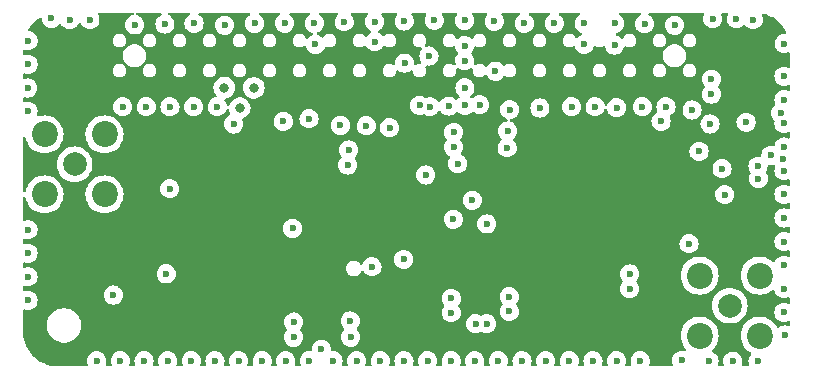
<source format=gbr>
%TF.GenerationSoftware,KiCad,Pcbnew,8.0.6*%
%TF.CreationDate,2024-12-05T19:40:30+08:00*%
%TF.ProjectId,RFM69HCW_v7,52464d36-3948-4435-975f-76372e6b6963,rev?*%
%TF.SameCoordinates,Original*%
%TF.FileFunction,Copper,L2,Inr*%
%TF.FilePolarity,Positive*%
%FSLAX46Y46*%
G04 Gerber Fmt 4.6, Leading zero omitted, Abs format (unit mm)*
G04 Created by KiCad (PCBNEW 8.0.6) date 2024-12-05 19:40:30*
%MOMM*%
%LPD*%
G01*
G04 APERTURE LIST*
%TA.AperFunction,ComponentPad*%
%ADD10C,2.000000*%
%TD*%
%TA.AperFunction,ComponentPad*%
%ADD11C,2.200000*%
%TD*%
%TA.AperFunction,ViaPad*%
%ADD12C,0.600000*%
%TD*%
%TA.AperFunction,ViaPad*%
%ADD13C,0.800000*%
%TD*%
%TA.AperFunction,ViaPad*%
%ADD14C,1.000000*%
%TD*%
G04 APERTURE END LIST*
D10*
%TO.N,ANT433*%
%TO.C,REF\u002A\u002A*%
X135800000Y-89320000D03*
D11*
%TO.N,GND*%
X138340000Y-91860000D03*
X133260000Y-86780000D03*
X133260000Y-91860000D03*
X138340000Y-86780000D03*
%TD*%
D10*
%TO.N,ANT915*%
%TO.C,REF\u002A\u002A*%
X191270000Y-101280000D03*
D11*
%TO.N,GND*%
X188730000Y-98740000D03*
X193810000Y-103820000D03*
X193810000Y-98740000D03*
X188730000Y-103820000D03*
%TD*%
D12*
%TO.N,GND*%
X139690000Y-105950000D03*
X155660000Y-85460000D03*
X187220000Y-105920000D03*
X172610000Y-101770000D03*
X195870000Y-99860000D03*
X184060000Y-77420000D03*
X153690000Y-105950000D03*
D13*
X149790000Y-84560000D03*
D12*
X145920000Y-77390000D03*
X169750000Y-102820000D03*
X183690000Y-105950000D03*
X192660000Y-85750000D03*
X148510000Y-77540000D03*
X195870000Y-83860000D03*
X153474265Y-85684265D03*
X193660000Y-89480000D03*
X193670000Y-105990000D03*
X143880000Y-84440000D03*
X161689999Y-105950000D03*
X159190000Y-103950000D03*
X181520000Y-77390000D03*
X168850000Y-82840000D03*
X143690000Y-105950000D03*
X145690000Y-105950000D03*
X170110000Y-84280000D03*
X141880000Y-84440000D03*
X131870000Y-80840000D03*
X195870000Y-89860000D03*
X177690000Y-105950000D03*
X139090000Y-100385000D03*
X189520000Y-106000000D03*
X190860000Y-91880000D03*
X170700000Y-102810000D03*
X195870000Y-97860000D03*
X137100001Y-77070000D03*
X147690000Y-105950000D03*
X177880000Y-84440000D03*
X171340000Y-77200000D03*
X167690000Y-105950000D03*
X167480000Y-84390000D03*
X157690000Y-105950000D03*
X151690000Y-105950000D03*
X188090000Y-84710000D03*
X169690000Y-105950000D03*
X195870000Y-91860000D03*
X181530000Y-79220000D03*
X172430000Y-87920000D03*
X163690000Y-105950000D03*
X194760000Y-88550000D03*
X172650000Y-84690000D03*
X187830000Y-96050000D03*
X195870000Y-93859999D03*
X193710000Y-90530000D03*
X172610000Y-100510000D03*
X158310000Y-86030000D03*
X165880000Y-84440000D03*
X141690000Y-105950000D03*
X153600000Y-77370000D03*
X131870000Y-84840000D03*
X195870000Y-95860000D03*
X163720000Y-77180000D03*
X172470000Y-86500000D03*
X195590000Y-84970000D03*
X131870000Y-96840000D03*
X195870000Y-85860000D03*
X149270000Y-85900000D03*
X195870000Y-87860000D03*
D13*
X150980000Y-82840000D03*
D12*
X166250000Y-77110000D03*
X188680000Y-88230000D03*
X131870000Y-78839999D03*
X167900000Y-87870000D03*
X165690000Y-105950000D03*
X158930000Y-89380000D03*
X182790000Y-98600000D03*
X179880000Y-84440000D03*
X154360000Y-102670000D03*
X181690000Y-84510000D03*
X179690000Y-105950000D03*
X133850000Y-76970000D03*
X155690000Y-105950000D03*
X195900000Y-79090000D03*
X151040000Y-77390000D03*
X143450000Y-77440000D03*
X186610000Y-77540000D03*
X149689999Y-105950000D03*
X168830000Y-80530000D03*
X178950000Y-77390000D03*
X190630000Y-89680000D03*
X195870000Y-81859999D03*
X140890000Y-77510000D03*
X189730000Y-83370000D03*
X195870000Y-101860000D03*
D13*
X148480000Y-82830000D03*
D12*
X131870000Y-94840000D03*
X137689999Y-105950000D03*
X175690000Y-105950000D03*
X193260000Y-77080000D03*
X143860000Y-91380000D03*
X167690000Y-101870000D03*
X189730000Y-82110000D03*
X135390000Y-77080000D03*
X131870000Y-98840000D03*
X154350000Y-103960000D03*
X167710000Y-100670000D03*
X158630000Y-77250000D03*
X156690000Y-104980000D03*
X181690000Y-105950000D03*
X175200000Y-84550000D03*
X131830000Y-82850000D03*
X168830000Y-77130000D03*
X176420000Y-77380000D03*
X161200000Y-77230000D03*
X191530000Y-105980000D03*
X195790000Y-88880000D03*
X182790000Y-99860000D03*
X191840001Y-76980000D03*
X168830000Y-79270000D03*
X195920000Y-103760000D03*
X160510000Y-86050000D03*
X167900000Y-86610000D03*
X147880000Y-84440000D03*
X189610000Y-85900000D03*
X145880000Y-84440000D03*
X189840000Y-76980000D03*
X185880000Y-84440000D03*
X159010000Y-88100000D03*
X156110000Y-77380000D03*
X131870000Y-100840000D03*
X159150000Y-102580000D03*
X173689999Y-105950000D03*
X178950000Y-79160000D03*
X159690000Y-105950000D03*
X173880000Y-77390000D03*
X139879999Y-84440000D03*
X183880000Y-84440000D03*
X171690000Y-105950000D03*
D14*
%TO.N,3v3*%
X159950000Y-84560000D03*
X139110000Y-95780000D03*
X187810000Y-91920000D03*
D12*
%TO.N,MOSI*%
X162470000Y-86210000D03*
%TO.N,MISO*%
X165010000Y-84310000D03*
X160980000Y-97990000D03*
X168240000Y-89260000D03*
%TO.N,SLCK*%
X169470000Y-92360002D03*
X167870000Y-93970000D03*
X163680000Y-97370000D03*
X168850000Y-84330000D03*
%TO.N,CS0*%
X165810000Y-80150000D03*
X154260000Y-94750000D03*
%TO.N,RST915*%
X163740000Y-80750000D03*
X165540000Y-90220000D03*
%TO.N,INTER433*%
X156200000Y-79170000D03*
X143582500Y-98592500D03*
%TO.N,CS1*%
X170690000Y-94360002D03*
X171430000Y-81430000D03*
%TO.N,INTER915*%
X161220000Y-78930000D03*
X185460000Y-85680000D03*
%TD*%
%TA.AperFunction,Conductor*%
%TO.N,3v3*%
G36*
X140754497Y-76490185D02*
G01*
X140800252Y-76542989D01*
X140810196Y-76612147D01*
X140781171Y-76675703D01*
X140722393Y-76713477D01*
X140715047Y-76715392D01*
X140708955Y-76716782D01*
X140536982Y-76776958D01*
X140382718Y-76873889D01*
X140253889Y-77002718D01*
X140156958Y-77156982D01*
X140096782Y-77328953D01*
X140096781Y-77328958D01*
X140076384Y-77509996D01*
X140076384Y-77510003D01*
X140096781Y-77691041D01*
X140096782Y-77691046D01*
X140156958Y-77863017D01*
X140232376Y-77983043D01*
X140253889Y-78017281D01*
X140382719Y-78146111D01*
X140536985Y-78243043D01*
X140682295Y-78293889D01*
X140708953Y-78303217D01*
X140708958Y-78303218D01*
X140889996Y-78323616D01*
X140890000Y-78323616D01*
X140890004Y-78323616D01*
X141071041Y-78303218D01*
X141071044Y-78303217D01*
X141071047Y-78303217D01*
X141243015Y-78243043D01*
X141397281Y-78146111D01*
X141526111Y-78017281D01*
X141623043Y-77863015D01*
X141683217Y-77691047D01*
X141683218Y-77691041D01*
X141703616Y-77510003D01*
X141703616Y-77509996D01*
X141683218Y-77328958D01*
X141683217Y-77328953D01*
X141663427Y-77272397D01*
X141623043Y-77156985D01*
X141526111Y-77002719D01*
X141397281Y-76873889D01*
X141285877Y-76803889D01*
X141243017Y-76776958D01*
X141243016Y-76776957D01*
X141243015Y-76776957D01*
X141071047Y-76716783D01*
X141071046Y-76716782D01*
X141071044Y-76716782D01*
X141064953Y-76715392D01*
X141003973Y-76681285D01*
X140971114Y-76619624D01*
X140976807Y-76549987D01*
X141019245Y-76494482D01*
X141084955Y-76470732D01*
X141092542Y-76470500D01*
X143044713Y-76470500D01*
X143111752Y-76490185D01*
X143157507Y-76542989D01*
X143167451Y-76612147D01*
X143138426Y-76675703D01*
X143102723Y-76703001D01*
X143102881Y-76703252D01*
X143100154Y-76704965D01*
X143098512Y-76706221D01*
X143096987Y-76706954D01*
X142942718Y-76803889D01*
X142813889Y-76932718D01*
X142716958Y-77086982D01*
X142656782Y-77258953D01*
X142656781Y-77258958D01*
X142636384Y-77439996D01*
X142636384Y-77440003D01*
X142656781Y-77621041D01*
X142656782Y-77621046D01*
X142685860Y-77704146D01*
X142710029Y-77773217D01*
X142716958Y-77793017D01*
X142792376Y-77913043D01*
X142813889Y-77947281D01*
X142942719Y-78076111D01*
X143096985Y-78173043D01*
X143224911Y-78217806D01*
X143268953Y-78233217D01*
X143268958Y-78233218D01*
X143449996Y-78253616D01*
X143450000Y-78253616D01*
X143450004Y-78253616D01*
X143631041Y-78233218D01*
X143631044Y-78233217D01*
X143631047Y-78233217D01*
X143803015Y-78173043D01*
X143957281Y-78076111D01*
X144086111Y-77947281D01*
X144183043Y-77793015D01*
X144243217Y-77621047D01*
X144243218Y-77621041D01*
X144263616Y-77440003D01*
X144263616Y-77439996D01*
X144243218Y-77258958D01*
X144243217Y-77258953D01*
X144233086Y-77230000D01*
X144183043Y-77086985D01*
X144086111Y-76932719D01*
X143957281Y-76803889D01*
X143949433Y-76798958D01*
X143803012Y-76706954D01*
X143801488Y-76706221D01*
X143800672Y-76705485D01*
X143797119Y-76703252D01*
X143797510Y-76702629D01*
X143749627Y-76659400D01*
X143731313Y-76591973D01*
X143752359Y-76525349D01*
X143806085Y-76480679D01*
X143855287Y-76470500D01*
X145433316Y-76470500D01*
X145500355Y-76490185D01*
X145546110Y-76542989D01*
X145556054Y-76612147D01*
X145527029Y-76675703D01*
X145499288Y-76699494D01*
X145412718Y-76753889D01*
X145283889Y-76882718D01*
X145186958Y-77036982D01*
X145126782Y-77208953D01*
X145126781Y-77208958D01*
X145106384Y-77389996D01*
X145106384Y-77390003D01*
X145126781Y-77571041D01*
X145126782Y-77571046D01*
X145149959Y-77637281D01*
X145179959Y-77723017D01*
X145186958Y-77743017D01*
X145268769Y-77873217D01*
X145283889Y-77897281D01*
X145412719Y-78026111D01*
X145566985Y-78123043D01*
X145718645Y-78176111D01*
X145738953Y-78183217D01*
X145738958Y-78183218D01*
X145919996Y-78203616D01*
X145920000Y-78203616D01*
X145920004Y-78203616D01*
X146101041Y-78183218D01*
X146101044Y-78183217D01*
X146101047Y-78183217D01*
X146273015Y-78123043D01*
X146427281Y-78026111D01*
X146556111Y-77897281D01*
X146653043Y-77743015D01*
X146713217Y-77571047D01*
X146714344Y-77561046D01*
X146716716Y-77539996D01*
X147696384Y-77539996D01*
X147696384Y-77540003D01*
X147716781Y-77721041D01*
X147716782Y-77721046D01*
X147748973Y-77813041D01*
X147771451Y-77877281D01*
X147776958Y-77893017D01*
X147855039Y-78017281D01*
X147873889Y-78047281D01*
X148002719Y-78176111D01*
X148156985Y-78273043D01*
X148299863Y-78323038D01*
X148328953Y-78333217D01*
X148328958Y-78333218D01*
X148509996Y-78353616D01*
X148510000Y-78353616D01*
X148510004Y-78353616D01*
X148691041Y-78333218D01*
X148691044Y-78333217D01*
X148691047Y-78333217D01*
X148863015Y-78273043D01*
X149017281Y-78176111D01*
X149146111Y-78047281D01*
X149243043Y-77893015D01*
X149303217Y-77721047D01*
X149303773Y-77716111D01*
X149323616Y-77540003D01*
X149323616Y-77539996D01*
X149303218Y-77358958D01*
X149303217Y-77358953D01*
X149298299Y-77344899D01*
X149243043Y-77186985D01*
X149146111Y-77032719D01*
X149017281Y-76903889D01*
X148974459Y-76876982D01*
X148863017Y-76806958D01*
X148863016Y-76806957D01*
X148863015Y-76806957D01*
X148777360Y-76776985D01*
X148691046Y-76746782D01*
X148691041Y-76746781D01*
X148510004Y-76726384D01*
X148509996Y-76726384D01*
X148328958Y-76746781D01*
X148328953Y-76746782D01*
X148156982Y-76806958D01*
X148002718Y-76903889D01*
X147873889Y-77032718D01*
X147776958Y-77186982D01*
X147716782Y-77358953D01*
X147716781Y-77358958D01*
X147696384Y-77539996D01*
X146716716Y-77539996D01*
X146733616Y-77390003D01*
X146733616Y-77389996D01*
X146713218Y-77208958D01*
X146713217Y-77208953D01*
X146703086Y-77180000D01*
X146653043Y-77036985D01*
X146556111Y-76882719D01*
X146427281Y-76753889D01*
X146340711Y-76699493D01*
X146294421Y-76647159D01*
X146283773Y-76578105D01*
X146312148Y-76514257D01*
X146370538Y-76475885D01*
X146406684Y-76470500D01*
X150553316Y-76470500D01*
X150620355Y-76490185D01*
X150666110Y-76542989D01*
X150676054Y-76612147D01*
X150647029Y-76675703D01*
X150619288Y-76699494D01*
X150532718Y-76753889D01*
X150403889Y-76882718D01*
X150306958Y-77036982D01*
X150246782Y-77208953D01*
X150246781Y-77208958D01*
X150226384Y-77389996D01*
X150226384Y-77390003D01*
X150246781Y-77571041D01*
X150246782Y-77571046D01*
X150269959Y-77637281D01*
X150299959Y-77723017D01*
X150306958Y-77743017D01*
X150388769Y-77873217D01*
X150403889Y-77897281D01*
X150532719Y-78026111D01*
X150686985Y-78123043D01*
X150838645Y-78176111D01*
X150858953Y-78183217D01*
X150858958Y-78183218D01*
X151039996Y-78203616D01*
X151040000Y-78203616D01*
X151040004Y-78203616D01*
X151221041Y-78183218D01*
X151221044Y-78183217D01*
X151221047Y-78183217D01*
X151393015Y-78123043D01*
X151547281Y-78026111D01*
X151676111Y-77897281D01*
X151773043Y-77743015D01*
X151833217Y-77571047D01*
X151834344Y-77561046D01*
X151853616Y-77390003D01*
X151853616Y-77389996D01*
X151833218Y-77208958D01*
X151833217Y-77208953D01*
X151823086Y-77180000D01*
X151773043Y-77036985D01*
X151676111Y-76882719D01*
X151547281Y-76753889D01*
X151460711Y-76699493D01*
X151414421Y-76647159D01*
X151403773Y-76578105D01*
X151432148Y-76514257D01*
X151490538Y-76475885D01*
X151526684Y-76470500D01*
X153081486Y-76470500D01*
X153148525Y-76490185D01*
X153194280Y-76542989D01*
X153204224Y-76612147D01*
X153175199Y-76675703D01*
X153147459Y-76699493D01*
X153092720Y-76733887D01*
X152963889Y-76862718D01*
X152866958Y-77016982D01*
X152806782Y-77188953D01*
X152806781Y-77188958D01*
X152786384Y-77369996D01*
X152786384Y-77370003D01*
X152806781Y-77551041D01*
X152806782Y-77551046D01*
X152831277Y-77621047D01*
X152866268Y-77721047D01*
X152866958Y-77723017D01*
X152942376Y-77843043D01*
X152963889Y-77877281D01*
X153092719Y-78006111D01*
X153246985Y-78103043D01*
X153418953Y-78163217D01*
X153418958Y-78163218D01*
X153599996Y-78183616D01*
X153600000Y-78183616D01*
X153600004Y-78183616D01*
X153781041Y-78163218D01*
X153781044Y-78163217D01*
X153781047Y-78163217D01*
X153953015Y-78103043D01*
X154107281Y-78006111D01*
X154236111Y-77877281D01*
X154333043Y-77723015D01*
X154393217Y-77551047D01*
X154393891Y-77545064D01*
X154413616Y-77370003D01*
X154413616Y-77369996D01*
X154393218Y-77188958D01*
X154393217Y-77188953D01*
X154379951Y-77151042D01*
X154333043Y-77016985D01*
X154236111Y-76862719D01*
X154107281Y-76733889D01*
X154107279Y-76733887D01*
X154052541Y-76699493D01*
X154006251Y-76647159D01*
X153995603Y-76578105D01*
X154023978Y-76514257D01*
X154082368Y-76475885D01*
X154118514Y-76470500D01*
X155607401Y-76470500D01*
X155674440Y-76490185D01*
X155720195Y-76542989D01*
X155730139Y-76612147D01*
X155701114Y-76675703D01*
X155673373Y-76699494D01*
X155602718Y-76743889D01*
X155473889Y-76872718D01*
X155376958Y-77026982D01*
X155316782Y-77198953D01*
X155316781Y-77198958D01*
X155296384Y-77379996D01*
X155296384Y-77380003D01*
X155316781Y-77561041D01*
X155316782Y-77561046D01*
X155337777Y-77621046D01*
X155366469Y-77703043D01*
X155376958Y-77733017D01*
X155427241Y-77813041D01*
X155473889Y-77887281D01*
X155602719Y-78016111D01*
X155756985Y-78113043D01*
X155928450Y-78173041D01*
X155930345Y-78173704D01*
X155987121Y-78214426D01*
X156012868Y-78279379D01*
X155999412Y-78347941D01*
X155951024Y-78398343D01*
X155930345Y-78407787D01*
X155846988Y-78436955D01*
X155846984Y-78436956D01*
X155692720Y-78533888D01*
X155570994Y-78655614D01*
X155509671Y-78689098D01*
X155439979Y-78684114D01*
X155384046Y-78642242D01*
X155375934Y-78629946D01*
X155302513Y-78502775D01*
X155197225Y-78397487D01*
X155197224Y-78397486D01*
X155197221Y-78397484D01*
X155068277Y-78323039D01*
X155068276Y-78323038D01*
X155032318Y-78313403D01*
X154924450Y-78284500D01*
X154775550Y-78284500D01*
X154705698Y-78303217D01*
X154631723Y-78323038D01*
X154631722Y-78323039D01*
X154502778Y-78397484D01*
X154502773Y-78397488D01*
X154397488Y-78502773D01*
X154397484Y-78502778D01*
X154323039Y-78631722D01*
X154323038Y-78631723D01*
X154311226Y-78675808D01*
X154284500Y-78775550D01*
X154284500Y-78924450D01*
X154301784Y-78988953D01*
X154323038Y-79068276D01*
X154323039Y-79068277D01*
X154397484Y-79197221D01*
X154397486Y-79197224D01*
X154397487Y-79197225D01*
X154502775Y-79302513D01*
X154502776Y-79302514D01*
X154502778Y-79302515D01*
X154537239Y-79322411D01*
X154631725Y-79376962D01*
X154775550Y-79415500D01*
X154775553Y-79415500D01*
X154924447Y-79415500D01*
X154924450Y-79415500D01*
X155068275Y-79376962D01*
X155197225Y-79302513D01*
X155200335Y-79299402D01*
X155203604Y-79297617D01*
X155203670Y-79297567D01*
X155203677Y-79297577D01*
X155261654Y-79265915D01*
X155331346Y-79270896D01*
X155387282Y-79312764D01*
X155405061Y-79346125D01*
X155406782Y-79351045D01*
X155406783Y-79351047D01*
X155463458Y-79513016D01*
X155466958Y-79523017D01*
X155531534Y-79625788D01*
X155563889Y-79677281D01*
X155692719Y-79806111D01*
X155846985Y-79903043D01*
X156000560Y-79956781D01*
X156018953Y-79963217D01*
X156018958Y-79963218D01*
X156199996Y-79983616D01*
X156200000Y-79983616D01*
X156200004Y-79983616D01*
X156381041Y-79963218D01*
X156381044Y-79963217D01*
X156381047Y-79963217D01*
X156553015Y-79903043D01*
X156707281Y-79806111D01*
X156836111Y-79677281D01*
X156933043Y-79523015D01*
X156966245Y-79428128D01*
X157006966Y-79371354D01*
X157071918Y-79345606D01*
X157140480Y-79359062D01*
X157145250Y-79361676D01*
X157171725Y-79376962D01*
X157315550Y-79415500D01*
X157315553Y-79415500D01*
X157464447Y-79415500D01*
X157464450Y-79415500D01*
X157608275Y-79376962D01*
X157737225Y-79302513D01*
X157842513Y-79197225D01*
X157916962Y-79068275D01*
X157955500Y-78924450D01*
X157955500Y-78775550D01*
X157916962Y-78631725D01*
X157872003Y-78553854D01*
X157842515Y-78502778D01*
X157842514Y-78502776D01*
X157842513Y-78502775D01*
X157737225Y-78397487D01*
X157737224Y-78397486D01*
X157737221Y-78397484D01*
X157608277Y-78323039D01*
X157608276Y-78323038D01*
X157572318Y-78313403D01*
X157464450Y-78284500D01*
X157315550Y-78284500D01*
X157245698Y-78303217D01*
X157171723Y-78323038D01*
X157171722Y-78323039D01*
X157042778Y-78397484D01*
X157042773Y-78397488D01*
X156937488Y-78502773D01*
X156937486Y-78502776D01*
X156922635Y-78528498D01*
X156872066Y-78576712D01*
X156803459Y-78589933D01*
X156738595Y-78563964D01*
X156727568Y-78554176D01*
X156707281Y-78533889D01*
X156553015Y-78436956D01*
X156553011Y-78436955D01*
X156379654Y-78376294D01*
X156322878Y-78335573D01*
X156297131Y-78270620D01*
X156310587Y-78202058D01*
X156358975Y-78151655D01*
X156379647Y-78142214D01*
X156463015Y-78113043D01*
X156617281Y-78016111D01*
X156746111Y-77887281D01*
X156843043Y-77733015D01*
X156903217Y-77561047D01*
X156903218Y-77561041D01*
X156923616Y-77380003D01*
X156923616Y-77379996D01*
X156903218Y-77198958D01*
X156903217Y-77198953D01*
X156886454Y-77151047D01*
X156843043Y-77026985D01*
X156746111Y-76872719D01*
X156617281Y-76743889D01*
X156546627Y-76699494D01*
X156500336Y-76647159D01*
X156489688Y-76578105D01*
X156518063Y-76514257D01*
X156576453Y-76475885D01*
X156612599Y-76470500D01*
X157966746Y-76470500D01*
X158033785Y-76490185D01*
X158079540Y-76542989D01*
X158089484Y-76612147D01*
X158060459Y-76675703D01*
X158054427Y-76682181D01*
X157993889Y-76742718D01*
X157896958Y-76896982D01*
X157836782Y-77068953D01*
X157836781Y-77068958D01*
X157816384Y-77249996D01*
X157816384Y-77250003D01*
X157836781Y-77431041D01*
X157836782Y-77431046D01*
X157852961Y-77477281D01*
X157896268Y-77601047D01*
X157896958Y-77603017D01*
X157952271Y-77691046D01*
X157993889Y-77757281D01*
X158122719Y-77886111D01*
X158276985Y-77983043D01*
X158440062Y-78040106D01*
X158448953Y-78043217D01*
X158448958Y-78043218D01*
X158629996Y-78063616D01*
X158630000Y-78063616D01*
X158630004Y-78063616D01*
X158811041Y-78043218D01*
X158811044Y-78043217D01*
X158811047Y-78043217D01*
X158983015Y-77983043D01*
X159137281Y-77886111D01*
X159266111Y-77757281D01*
X159363043Y-77603015D01*
X159423217Y-77431047D01*
X159424122Y-77423015D01*
X159443616Y-77250003D01*
X159443616Y-77249996D01*
X159423218Y-77068958D01*
X159423217Y-77068953D01*
X159405721Y-77018953D01*
X159363043Y-76896985D01*
X159266111Y-76742719D01*
X159205573Y-76682181D01*
X159172088Y-76620858D01*
X159177072Y-76551166D01*
X159218944Y-76495233D01*
X159284408Y-76470816D01*
X159293254Y-76470500D01*
X160516746Y-76470500D01*
X160583785Y-76490185D01*
X160629540Y-76542989D01*
X160639484Y-76612147D01*
X160610459Y-76675703D01*
X160604427Y-76682181D01*
X160563889Y-76722718D01*
X160466958Y-76876982D01*
X160406782Y-77048953D01*
X160406781Y-77048958D01*
X160386384Y-77229996D01*
X160386384Y-77230003D01*
X160406781Y-77411041D01*
X160406782Y-77411046D01*
X160447949Y-77528693D01*
X160461273Y-77566772D01*
X160466958Y-77583017D01*
X160545039Y-77707281D01*
X160563889Y-77737281D01*
X160692719Y-77866111D01*
X160735540Y-77893017D01*
X160846984Y-77963043D01*
X160846987Y-77963044D01*
X160857321Y-77966660D01*
X160914098Y-78007380D01*
X160939847Y-78072332D01*
X160926392Y-78140894D01*
X160878006Y-78191298D01*
X160870173Y-78195421D01*
X160866987Y-78196955D01*
X160712718Y-78293889D01*
X160583889Y-78422718D01*
X160583885Y-78422723D01*
X160558014Y-78463896D01*
X160505679Y-78510186D01*
X160436625Y-78520833D01*
X160372777Y-78492457D01*
X160365341Y-78485603D01*
X160277226Y-78397488D01*
X160277221Y-78397484D01*
X160148277Y-78323039D01*
X160148276Y-78323038D01*
X160112318Y-78313403D01*
X160004450Y-78284500D01*
X159855550Y-78284500D01*
X159785698Y-78303217D01*
X159711723Y-78323038D01*
X159711722Y-78323039D01*
X159582778Y-78397484D01*
X159582773Y-78397488D01*
X159477488Y-78502773D01*
X159477484Y-78502778D01*
X159403039Y-78631722D01*
X159403038Y-78631723D01*
X159391226Y-78675808D01*
X159364500Y-78775550D01*
X159364500Y-78924450D01*
X159381784Y-78988953D01*
X159403038Y-79068276D01*
X159403039Y-79068277D01*
X159477484Y-79197221D01*
X159477486Y-79197224D01*
X159477487Y-79197225D01*
X159582775Y-79302513D01*
X159582776Y-79302514D01*
X159582778Y-79302515D01*
X159617239Y-79322411D01*
X159711725Y-79376962D01*
X159855550Y-79415500D01*
X159855553Y-79415500D01*
X160004447Y-79415500D01*
X160004450Y-79415500D01*
X160148275Y-79376962D01*
X160277225Y-79302513D01*
X160303602Y-79276135D01*
X160364921Y-79242652D01*
X160434613Y-79247636D01*
X160490547Y-79289506D01*
X160496274Y-79297845D01*
X160583887Y-79437279D01*
X160583889Y-79437281D01*
X160712719Y-79566111D01*
X160866985Y-79663043D01*
X161022732Y-79717541D01*
X161038953Y-79723217D01*
X161038958Y-79723218D01*
X161219996Y-79743616D01*
X161220000Y-79743616D01*
X161220004Y-79743616D01*
X161401041Y-79723218D01*
X161401044Y-79723217D01*
X161401047Y-79723217D01*
X161573015Y-79663043D01*
X161727281Y-79566111D01*
X161856111Y-79437281D01*
X161928289Y-79322409D01*
X161980622Y-79276119D01*
X162049676Y-79265470D01*
X162113524Y-79293845D01*
X162120963Y-79300701D01*
X162122775Y-79302513D01*
X162122776Y-79302514D01*
X162122778Y-79302515D01*
X162157239Y-79322411D01*
X162251725Y-79376962D01*
X162395550Y-79415500D01*
X162395553Y-79415500D01*
X162544447Y-79415500D01*
X162544450Y-79415500D01*
X162688275Y-79376962D01*
X162817225Y-79302513D01*
X162922513Y-79197225D01*
X162996962Y-79068275D01*
X163035500Y-78924450D01*
X163035500Y-78775550D01*
X162996962Y-78631725D01*
X162952003Y-78553854D01*
X162922515Y-78502778D01*
X162922514Y-78502776D01*
X162922513Y-78502775D01*
X162817225Y-78397487D01*
X162817224Y-78397486D01*
X162817221Y-78397484D01*
X162688277Y-78323039D01*
X162688276Y-78323038D01*
X162652318Y-78313403D01*
X162544450Y-78284500D01*
X162395550Y-78284500D01*
X162325698Y-78303217D01*
X162251723Y-78323038D01*
X162251722Y-78323039D01*
X162122778Y-78397484D01*
X162059223Y-78461039D01*
X161997899Y-78494523D01*
X161928208Y-78489538D01*
X161872274Y-78447667D01*
X161866549Y-78439331D01*
X161865056Y-78436955D01*
X161856111Y-78422719D01*
X161727281Y-78293889D01*
X161712339Y-78284500D01*
X161573014Y-78196956D01*
X161562674Y-78193338D01*
X161505898Y-78152616D01*
X161480152Y-78087663D01*
X161493609Y-78019101D01*
X161541997Y-77968699D01*
X161549840Y-77964571D01*
X161553002Y-77963047D01*
X161553015Y-77963043D01*
X161707281Y-77866111D01*
X161836111Y-77737281D01*
X161933043Y-77583015D01*
X161993217Y-77411047D01*
X161995588Y-77390003D01*
X162013616Y-77230003D01*
X162013616Y-77229996D01*
X161993218Y-77048958D01*
X161993217Y-77048953D01*
X161982721Y-77018958D01*
X161933043Y-76876985D01*
X161836111Y-76722719D01*
X161795573Y-76682181D01*
X161762088Y-76620858D01*
X161767072Y-76551166D01*
X161808944Y-76495233D01*
X161874408Y-76470816D01*
X161883254Y-76470500D01*
X162987665Y-76470500D01*
X163054704Y-76490185D01*
X163100459Y-76542989D01*
X163110403Y-76612147D01*
X163086944Y-76666414D01*
X163087594Y-76666823D01*
X163084946Y-76671036D01*
X163084610Y-76671815D01*
X163083890Y-76672717D01*
X162986958Y-76826982D01*
X162926782Y-76998953D01*
X162926781Y-76998958D01*
X162906384Y-77179996D01*
X162906384Y-77180003D01*
X162926781Y-77361041D01*
X162926782Y-77361046D01*
X162951966Y-77433016D01*
X162978902Y-77509996D01*
X162986958Y-77533017D01*
X163042271Y-77621046D01*
X163083889Y-77687281D01*
X163212719Y-77816111D01*
X163366985Y-77913043D01*
X163514244Y-77964571D01*
X163538953Y-77973217D01*
X163538958Y-77973218D01*
X163719996Y-77993616D01*
X163720000Y-77993616D01*
X163720004Y-77993616D01*
X163901041Y-77973218D01*
X163901044Y-77973217D01*
X163901047Y-77973217D01*
X164073015Y-77913043D01*
X164227281Y-77816111D01*
X164356111Y-77687281D01*
X164453043Y-77533015D01*
X164513217Y-77361047D01*
X164513218Y-77361041D01*
X164533616Y-77180003D01*
X164533616Y-77179996D01*
X164513218Y-76998958D01*
X164513217Y-76998953D01*
X164495721Y-76948953D01*
X164453043Y-76826985D01*
X164356111Y-76672719D01*
X164356109Y-76672717D01*
X164355390Y-76671815D01*
X164355106Y-76671121D01*
X164352406Y-76666823D01*
X164353158Y-76666350D01*
X164328980Y-76607129D01*
X164341734Y-76538433D01*
X164389604Y-76487538D01*
X164452335Y-76470500D01*
X165472606Y-76470500D01*
X165539645Y-76490185D01*
X165585400Y-76542989D01*
X165595344Y-76612147D01*
X165577600Y-76660472D01*
X165516958Y-76756982D01*
X165456782Y-76928953D01*
X165456781Y-76928958D01*
X165436384Y-77109996D01*
X165436384Y-77110003D01*
X165456781Y-77291041D01*
X165456782Y-77291046D01*
X165481277Y-77361047D01*
X165508902Y-77439996D01*
X165516958Y-77463017D01*
X165584838Y-77571047D01*
X165613889Y-77617281D01*
X165742719Y-77746111D01*
X165896985Y-77843043D01*
X166039803Y-77893017D01*
X166068953Y-77903217D01*
X166068958Y-77903218D01*
X166249996Y-77923616D01*
X166250000Y-77923616D01*
X166250004Y-77923616D01*
X166431041Y-77903218D01*
X166431044Y-77903217D01*
X166431047Y-77903217D01*
X166603015Y-77843043D01*
X166757281Y-77746111D01*
X166886111Y-77617281D01*
X166983043Y-77463015D01*
X167043217Y-77291047D01*
X167043218Y-77291041D01*
X167063616Y-77110003D01*
X167063616Y-77109996D01*
X167043218Y-76928958D01*
X167043217Y-76928953D01*
X167038520Y-76915529D01*
X166983043Y-76756985D01*
X166942661Y-76692718D01*
X166922400Y-76660472D01*
X166903400Y-76593235D01*
X166923768Y-76526400D01*
X166977036Y-76481186D01*
X167027394Y-76470500D01*
X168065173Y-76470500D01*
X168132212Y-76490185D01*
X168177967Y-76542989D01*
X168187911Y-76612147D01*
X168170167Y-76660472D01*
X168096958Y-76776982D01*
X168036782Y-76948953D01*
X168036781Y-76948958D01*
X168016384Y-77129996D01*
X168016384Y-77130003D01*
X168036781Y-77311041D01*
X168036782Y-77311046D01*
X168075963Y-77423017D01*
X168094009Y-77474591D01*
X168096958Y-77483017D01*
X168180586Y-77616110D01*
X168193889Y-77637281D01*
X168322719Y-77766111D01*
X168476985Y-77863043D01*
X168648953Y-77923217D01*
X168648958Y-77923218D01*
X168829996Y-77943616D01*
X168830000Y-77943616D01*
X168830004Y-77943616D01*
X169011041Y-77923218D01*
X169011044Y-77923217D01*
X169011047Y-77923217D01*
X169183015Y-77863043D01*
X169337281Y-77766111D01*
X169466111Y-77637281D01*
X169563043Y-77483015D01*
X169623217Y-77311047D01*
X169623218Y-77311041D01*
X169643616Y-77130003D01*
X169643616Y-77129996D01*
X169623218Y-76948958D01*
X169623217Y-76948953D01*
X169605721Y-76898953D01*
X169563043Y-76776985D01*
X169525341Y-76716982D01*
X169489833Y-76660472D01*
X169470833Y-76593235D01*
X169491201Y-76526400D01*
X169544468Y-76481186D01*
X169594827Y-76470500D01*
X170626746Y-76470500D01*
X170693785Y-76490185D01*
X170739540Y-76542989D01*
X170749484Y-76612147D01*
X170720459Y-76675703D01*
X170714427Y-76682181D01*
X170703889Y-76692718D01*
X170606958Y-76846982D01*
X170546782Y-77018953D01*
X170546781Y-77018958D01*
X170526384Y-77199996D01*
X170526384Y-77200003D01*
X170546781Y-77381041D01*
X170546782Y-77381046D01*
X170580458Y-77477285D01*
X170606268Y-77551047D01*
X170606958Y-77553017D01*
X170647338Y-77617281D01*
X170703889Y-77707281D01*
X170832719Y-77836111D01*
X170986985Y-77933043D01*
X171158953Y-77993217D01*
X171158958Y-77993218D01*
X171339996Y-78013616D01*
X171340000Y-78013616D01*
X171340004Y-78013616D01*
X171521041Y-77993218D01*
X171521044Y-77993217D01*
X171521047Y-77993217D01*
X171693015Y-77933043D01*
X171847281Y-77836111D01*
X171976111Y-77707281D01*
X172073043Y-77553015D01*
X172133217Y-77381047D01*
X172133335Y-77380000D01*
X172153616Y-77200003D01*
X172153616Y-77199996D01*
X172133218Y-77018958D01*
X172133217Y-77018953D01*
X172119585Y-76979996D01*
X172073043Y-76846985D01*
X171976111Y-76692719D01*
X171965573Y-76682181D01*
X171932088Y-76620858D01*
X171937072Y-76551166D01*
X171978944Y-76495233D01*
X172044408Y-76470816D01*
X172053254Y-76470500D01*
X173393316Y-76470500D01*
X173460355Y-76490185D01*
X173506110Y-76542989D01*
X173516054Y-76612147D01*
X173487029Y-76675703D01*
X173459288Y-76699494D01*
X173372718Y-76753889D01*
X173243889Y-76882718D01*
X173146958Y-77036982D01*
X173086782Y-77208953D01*
X173086781Y-77208958D01*
X173066384Y-77389996D01*
X173066384Y-77390003D01*
X173086781Y-77571041D01*
X173086782Y-77571046D01*
X173109959Y-77637281D01*
X173139959Y-77723017D01*
X173146958Y-77743017D01*
X173228769Y-77873217D01*
X173243889Y-77897281D01*
X173372719Y-78026111D01*
X173526985Y-78123043D01*
X173678645Y-78176111D01*
X173698953Y-78183217D01*
X173698958Y-78183218D01*
X173879996Y-78203616D01*
X173880000Y-78203616D01*
X173880004Y-78203616D01*
X174061041Y-78183218D01*
X174061044Y-78183217D01*
X174061047Y-78183217D01*
X174233015Y-78123043D01*
X174387281Y-78026111D01*
X174516111Y-77897281D01*
X174613043Y-77743015D01*
X174673217Y-77571047D01*
X174674344Y-77561046D01*
X174693616Y-77390003D01*
X174693616Y-77389996D01*
X174673218Y-77208958D01*
X174673217Y-77208953D01*
X174663086Y-77180000D01*
X174613043Y-77036985D01*
X174516111Y-76882719D01*
X174387281Y-76753889D01*
X174300711Y-76699493D01*
X174254421Y-76647159D01*
X174243773Y-76578105D01*
X174272148Y-76514257D01*
X174330538Y-76475885D01*
X174366684Y-76470500D01*
X175917401Y-76470500D01*
X175984440Y-76490185D01*
X176030195Y-76542989D01*
X176040139Y-76612147D01*
X176011114Y-76675703D01*
X175983373Y-76699494D01*
X175912718Y-76743889D01*
X175783889Y-76872718D01*
X175686958Y-77026982D01*
X175626782Y-77198953D01*
X175626781Y-77198958D01*
X175606384Y-77379996D01*
X175606384Y-77380003D01*
X175626781Y-77561041D01*
X175626782Y-77561046D01*
X175647777Y-77621046D01*
X175676469Y-77703043D01*
X175686958Y-77733017D01*
X175737241Y-77813041D01*
X175783889Y-77887281D01*
X175912719Y-78016111D01*
X176066985Y-78113043D01*
X176229156Y-78169789D01*
X176238953Y-78173217D01*
X176238958Y-78173218D01*
X176419996Y-78193616D01*
X176420000Y-78193616D01*
X176420004Y-78193616D01*
X176601041Y-78173218D01*
X176601044Y-78173217D01*
X176601047Y-78173217D01*
X176773015Y-78113043D01*
X176927281Y-78016111D01*
X177056111Y-77887281D01*
X177153043Y-77733015D01*
X177213217Y-77561047D01*
X177213218Y-77561041D01*
X177233616Y-77380003D01*
X177233616Y-77379996D01*
X177213218Y-77198958D01*
X177213217Y-77198953D01*
X177196454Y-77151047D01*
X177153043Y-77026985D01*
X177056111Y-76872719D01*
X176927281Y-76743889D01*
X176856627Y-76699494D01*
X176810336Y-76647159D01*
X176799688Y-76578105D01*
X176828063Y-76514257D01*
X176886453Y-76475885D01*
X176922599Y-76470500D01*
X178463316Y-76470500D01*
X178530355Y-76490185D01*
X178576110Y-76542989D01*
X178586054Y-76612147D01*
X178557029Y-76675703D01*
X178529288Y-76699494D01*
X178442718Y-76753889D01*
X178313889Y-76882718D01*
X178216958Y-77036982D01*
X178156782Y-77208953D01*
X178156781Y-77208958D01*
X178136384Y-77389996D01*
X178136384Y-77390003D01*
X178156781Y-77571041D01*
X178156782Y-77571046D01*
X178179959Y-77637281D01*
X178209959Y-77723017D01*
X178216958Y-77743017D01*
X178298769Y-77873217D01*
X178313889Y-77897281D01*
X178442719Y-78026111D01*
X178443152Y-78026383D01*
X178596984Y-78123043D01*
X178596988Y-78123044D01*
X178696767Y-78157959D01*
X178753543Y-78198680D01*
X178779290Y-78263633D01*
X178765834Y-78332195D01*
X178717446Y-78382597D01*
X178696767Y-78392041D01*
X178596988Y-78426955D01*
X178596984Y-78426956D01*
X178442720Y-78523888D01*
X178387072Y-78579536D01*
X178325748Y-78613020D01*
X178256056Y-78608035D01*
X178200123Y-78566164D01*
X178192004Y-78553854D01*
X178162515Y-78502778D01*
X178162514Y-78502776D01*
X178162513Y-78502775D01*
X178057225Y-78397487D01*
X178057224Y-78397486D01*
X178057221Y-78397484D01*
X177928277Y-78323039D01*
X177928276Y-78323038D01*
X177892318Y-78313403D01*
X177784450Y-78284500D01*
X177635550Y-78284500D01*
X177565698Y-78303217D01*
X177491723Y-78323038D01*
X177491722Y-78323039D01*
X177362778Y-78397484D01*
X177362773Y-78397488D01*
X177257488Y-78502773D01*
X177257484Y-78502778D01*
X177183039Y-78631722D01*
X177183038Y-78631723D01*
X177171226Y-78675808D01*
X177144500Y-78775550D01*
X177144500Y-78924450D01*
X177161784Y-78988953D01*
X177183038Y-79068276D01*
X177183039Y-79068277D01*
X177257484Y-79197221D01*
X177257486Y-79197224D01*
X177257487Y-79197225D01*
X177362775Y-79302513D01*
X177362776Y-79302514D01*
X177362778Y-79302515D01*
X177397239Y-79322411D01*
X177491725Y-79376962D01*
X177635550Y-79415500D01*
X177635553Y-79415500D01*
X177784447Y-79415500D01*
X177784450Y-79415500D01*
X177928275Y-79376962D01*
X177999222Y-79336000D01*
X178067121Y-79319528D01*
X178133148Y-79342380D01*
X178176338Y-79397301D01*
X178178260Y-79402425D01*
X178212872Y-79501342D01*
X178216958Y-79513017D01*
X178274596Y-79604747D01*
X178313889Y-79667281D01*
X178442719Y-79796111D01*
X178596985Y-79893043D01*
X178740709Y-79943334D01*
X178768953Y-79953217D01*
X178768958Y-79953218D01*
X178949996Y-79973616D01*
X178950000Y-79973616D01*
X178950004Y-79973616D01*
X179131041Y-79953218D01*
X179131044Y-79953217D01*
X179131047Y-79953217D01*
X179303015Y-79893043D01*
X179457281Y-79796111D01*
X179586111Y-79667281D01*
X179683043Y-79513015D01*
X179731821Y-79373612D01*
X179772541Y-79316839D01*
X179837494Y-79291091D01*
X179906056Y-79304547D01*
X179910861Y-79307181D01*
X180031725Y-79376962D01*
X180175550Y-79415500D01*
X180175553Y-79415500D01*
X180324447Y-79415500D01*
X180324450Y-79415500D01*
X180468275Y-79376962D01*
X180555160Y-79326798D01*
X180623056Y-79310327D01*
X180689084Y-79333179D01*
X180732274Y-79388100D01*
X180734286Y-79394542D01*
X180734483Y-79394474D01*
X180736783Y-79401047D01*
X180779461Y-79523015D01*
X180796958Y-79573017D01*
X180840753Y-79642716D01*
X180893889Y-79727281D01*
X181022719Y-79856111D01*
X181176985Y-79953043D01*
X181348953Y-80013217D01*
X181348958Y-80013218D01*
X181529996Y-80033616D01*
X181530000Y-80033616D01*
X181530004Y-80033616D01*
X181711041Y-80013218D01*
X181711044Y-80013217D01*
X181711047Y-80013217D01*
X181883015Y-79953043D01*
X182037281Y-79856111D01*
X182166111Y-79727281D01*
X182263043Y-79573015D01*
X182322564Y-79402910D01*
X182363286Y-79346136D01*
X182428238Y-79320388D01*
X182496800Y-79333844D01*
X182501607Y-79336479D01*
X182571725Y-79376962D01*
X182715550Y-79415500D01*
X182715553Y-79415500D01*
X182864447Y-79415500D01*
X182864450Y-79415500D01*
X183008275Y-79376962D01*
X183137225Y-79302513D01*
X183242513Y-79197225D01*
X183316962Y-79068275D01*
X183355500Y-78924450D01*
X183355500Y-78775550D01*
X184764500Y-78775550D01*
X184764500Y-78924450D01*
X184781784Y-78988953D01*
X184803038Y-79068276D01*
X184803039Y-79068277D01*
X184877484Y-79197221D01*
X184877486Y-79197224D01*
X184877487Y-79197225D01*
X184982775Y-79302513D01*
X184982776Y-79302514D01*
X184982778Y-79302515D01*
X185017239Y-79322411D01*
X185111725Y-79376962D01*
X185255550Y-79415500D01*
X185255553Y-79415500D01*
X185404447Y-79415500D01*
X185404450Y-79415500D01*
X185548275Y-79376962D01*
X185677225Y-79302513D01*
X185782513Y-79197225D01*
X185856962Y-79068275D01*
X185895500Y-78924450D01*
X185895500Y-78775550D01*
X187304500Y-78775550D01*
X187304500Y-78924450D01*
X187321784Y-78988953D01*
X187343038Y-79068276D01*
X187343039Y-79068277D01*
X187417484Y-79197221D01*
X187417486Y-79197224D01*
X187417487Y-79197225D01*
X187522775Y-79302513D01*
X187522776Y-79302514D01*
X187522778Y-79302515D01*
X187557239Y-79322411D01*
X187651725Y-79376962D01*
X187795550Y-79415500D01*
X187795553Y-79415500D01*
X187944447Y-79415500D01*
X187944450Y-79415500D01*
X188088275Y-79376962D01*
X188217225Y-79302513D01*
X188322513Y-79197225D01*
X188396962Y-79068275D01*
X188435500Y-78924450D01*
X188435500Y-78775550D01*
X188396962Y-78631725D01*
X188352003Y-78553854D01*
X188322515Y-78502778D01*
X188322514Y-78502776D01*
X188322513Y-78502775D01*
X188217225Y-78397487D01*
X188217224Y-78397486D01*
X188217221Y-78397484D01*
X188088277Y-78323039D01*
X188088276Y-78323038D01*
X188052318Y-78313403D01*
X187944450Y-78284500D01*
X187795550Y-78284500D01*
X187725698Y-78303217D01*
X187651723Y-78323038D01*
X187651722Y-78323039D01*
X187522778Y-78397484D01*
X187522773Y-78397488D01*
X187417488Y-78502773D01*
X187417484Y-78502778D01*
X187343039Y-78631722D01*
X187343038Y-78631723D01*
X187331226Y-78675808D01*
X187304500Y-78775550D01*
X185895500Y-78775550D01*
X185856962Y-78631725D01*
X185812003Y-78553854D01*
X185782515Y-78502778D01*
X185782514Y-78502776D01*
X185782513Y-78502775D01*
X185677225Y-78397487D01*
X185677224Y-78397486D01*
X185677221Y-78397484D01*
X185548277Y-78323039D01*
X185548276Y-78323038D01*
X185512318Y-78313403D01*
X185404450Y-78284500D01*
X185255550Y-78284500D01*
X185185698Y-78303217D01*
X185111723Y-78323038D01*
X185111722Y-78323039D01*
X184982778Y-78397484D01*
X184982773Y-78397488D01*
X184877488Y-78502773D01*
X184877484Y-78502778D01*
X184803039Y-78631722D01*
X184803038Y-78631723D01*
X184791226Y-78675808D01*
X184764500Y-78775550D01*
X183355500Y-78775550D01*
X183316962Y-78631725D01*
X183272003Y-78553854D01*
X183242515Y-78502778D01*
X183242514Y-78502776D01*
X183242513Y-78502775D01*
X183137225Y-78397487D01*
X183137224Y-78397486D01*
X183137221Y-78397484D01*
X183008277Y-78323039D01*
X183008276Y-78323038D01*
X182972318Y-78313403D01*
X182864450Y-78284500D01*
X182715550Y-78284500D01*
X182645698Y-78303217D01*
X182571723Y-78323038D01*
X182571722Y-78323039D01*
X182442778Y-78397484D01*
X182442773Y-78397488D01*
X182337488Y-78502773D01*
X182337484Y-78502778D01*
X182278714Y-78604573D01*
X182228147Y-78652788D01*
X182159540Y-78666012D01*
X182094676Y-78640044D01*
X182083646Y-78630254D01*
X182037281Y-78583889D01*
X181883017Y-78486958D01*
X181883016Y-78486957D01*
X181883015Y-78486957D01*
X181817110Y-78463896D01*
X181711046Y-78426782D01*
X181704260Y-78425234D01*
X181704791Y-78422903D01*
X181650698Y-78400160D01*
X181611155Y-78342557D01*
X181609031Y-78272720D01*
X181645001Y-78212821D01*
X181694850Y-78186593D01*
X181694474Y-78185517D01*
X181701047Y-78183217D01*
X181873015Y-78123043D01*
X182027281Y-78026111D01*
X182156111Y-77897281D01*
X182253043Y-77743015D01*
X182313217Y-77571047D01*
X182314344Y-77561046D01*
X182333616Y-77390003D01*
X182333616Y-77389996D01*
X182313218Y-77208958D01*
X182313217Y-77208953D01*
X182303086Y-77180000D01*
X182253043Y-77036985D01*
X182156111Y-76882719D01*
X182027281Y-76753889D01*
X181940711Y-76699493D01*
X181894421Y-76647159D01*
X181883773Y-76578105D01*
X181912148Y-76514257D01*
X181970538Y-76475885D01*
X182006684Y-76470500D01*
X183621060Y-76470500D01*
X183688099Y-76490185D01*
X183733854Y-76542989D01*
X183743798Y-76612147D01*
X183714773Y-76675703D01*
X183687032Y-76699494D01*
X183552718Y-76783889D01*
X183423889Y-76912718D01*
X183326958Y-77066982D01*
X183266782Y-77238953D01*
X183266781Y-77238958D01*
X183246384Y-77419996D01*
X183246384Y-77420003D01*
X183266781Y-77601041D01*
X183266782Y-77601046D01*
X183296957Y-77687281D01*
X183321451Y-77757281D01*
X183326958Y-77773017D01*
X183374922Y-77849351D01*
X183423889Y-77927281D01*
X183552719Y-78056111D01*
X183706985Y-78153043D01*
X183869231Y-78209815D01*
X183878953Y-78213217D01*
X183878958Y-78213218D01*
X184059996Y-78233616D01*
X184060000Y-78233616D01*
X184060004Y-78233616D01*
X184241041Y-78213218D01*
X184241044Y-78213217D01*
X184241047Y-78213217D01*
X184413015Y-78153043D01*
X184567281Y-78056111D01*
X184696111Y-77927281D01*
X184793043Y-77773015D01*
X184853217Y-77601047D01*
X184854768Y-77587281D01*
X184860096Y-77539996D01*
X185796384Y-77539996D01*
X185796384Y-77540003D01*
X185816781Y-77721041D01*
X185816782Y-77721046D01*
X185848973Y-77813041D01*
X185871451Y-77877281D01*
X185876958Y-77893017D01*
X185955039Y-78017281D01*
X185973889Y-78047281D01*
X186102719Y-78176111D01*
X186256985Y-78273043D01*
X186399863Y-78323038D01*
X186428953Y-78333217D01*
X186428958Y-78333218D01*
X186609996Y-78353616D01*
X186610000Y-78353616D01*
X186610004Y-78353616D01*
X186791041Y-78333218D01*
X186791044Y-78333217D01*
X186791047Y-78333217D01*
X186963015Y-78273043D01*
X187117281Y-78176111D01*
X187246111Y-78047281D01*
X187343043Y-77893015D01*
X187403217Y-77721047D01*
X187403773Y-77716111D01*
X187423616Y-77540003D01*
X187423616Y-77539996D01*
X187403218Y-77358958D01*
X187403217Y-77358953D01*
X187398299Y-77344899D01*
X187343043Y-77186985D01*
X187246111Y-77032719D01*
X187117281Y-76903889D01*
X187074459Y-76876982D01*
X186963017Y-76806958D01*
X186963016Y-76806957D01*
X186963015Y-76806957D01*
X186877360Y-76776985D01*
X186791046Y-76746782D01*
X186791041Y-76746781D01*
X186610004Y-76726384D01*
X186609996Y-76726384D01*
X186428958Y-76746781D01*
X186428953Y-76746782D01*
X186256982Y-76806958D01*
X186102718Y-76903889D01*
X185973889Y-77032718D01*
X185876958Y-77186982D01*
X185816782Y-77358953D01*
X185816781Y-77358958D01*
X185796384Y-77539996D01*
X184860096Y-77539996D01*
X184873616Y-77420003D01*
X184873616Y-77419996D01*
X184853218Y-77238958D01*
X184853217Y-77238953D01*
X184842721Y-77208958D01*
X184793043Y-77066985D01*
X184696111Y-76912719D01*
X184567281Y-76783889D01*
X184524459Y-76756982D01*
X184432968Y-76699494D01*
X184386677Y-76647159D01*
X184376029Y-76578105D01*
X184404404Y-76514257D01*
X184462794Y-76475885D01*
X184498940Y-76470500D01*
X188986952Y-76470500D01*
X189053991Y-76490185D01*
X189099746Y-76542989D01*
X189109690Y-76612147D01*
X189103993Y-76635455D01*
X189046784Y-76798945D01*
X189046781Y-76798958D01*
X189026384Y-76979996D01*
X189026384Y-76980003D01*
X189046781Y-77161041D01*
X189046782Y-77161046D01*
X189071510Y-77231713D01*
X189105537Y-77328958D01*
X189106958Y-77333017D01*
X189194512Y-77472357D01*
X189203889Y-77487281D01*
X189332719Y-77616111D01*
X189486985Y-77713043D01*
X189638645Y-77766111D01*
X189658953Y-77773217D01*
X189658958Y-77773218D01*
X189839996Y-77793616D01*
X189840000Y-77793616D01*
X189840004Y-77793616D01*
X190021041Y-77773218D01*
X190021044Y-77773217D01*
X190021047Y-77773217D01*
X190193015Y-77713043D01*
X190347281Y-77616111D01*
X190476111Y-77487281D01*
X190573043Y-77333015D01*
X190633217Y-77161047D01*
X190634344Y-77151046D01*
X190653616Y-76980003D01*
X190653616Y-76979996D01*
X190633218Y-76798958D01*
X190633215Y-76798945D01*
X190576007Y-76635455D01*
X190572445Y-76565676D01*
X190607173Y-76505049D01*
X190669167Y-76472821D01*
X190693048Y-76470500D01*
X190986953Y-76470500D01*
X191053992Y-76490185D01*
X191099747Y-76542989D01*
X191109691Y-76612147D01*
X191103994Y-76635455D01*
X191046785Y-76798945D01*
X191046782Y-76798958D01*
X191026385Y-76979996D01*
X191026385Y-76980003D01*
X191046782Y-77161041D01*
X191046783Y-77161046D01*
X191071511Y-77231713D01*
X191105538Y-77328958D01*
X191106959Y-77333017D01*
X191194513Y-77472357D01*
X191203890Y-77487281D01*
X191332720Y-77616111D01*
X191486986Y-77713043D01*
X191638646Y-77766111D01*
X191658954Y-77773217D01*
X191658959Y-77773218D01*
X191839997Y-77793616D01*
X191840001Y-77793616D01*
X191840005Y-77793616D01*
X192021042Y-77773218D01*
X192021045Y-77773217D01*
X192021048Y-77773217D01*
X192193016Y-77713043D01*
X192347282Y-77616111D01*
X192418331Y-77545061D01*
X192479650Y-77511579D01*
X192549342Y-77516563D01*
X192605276Y-77558434D01*
X192611002Y-77566772D01*
X192623887Y-77587279D01*
X192623889Y-77587281D01*
X192752719Y-77716111D01*
X192906985Y-77813043D01*
X193058645Y-77866111D01*
X193078953Y-77873217D01*
X193078958Y-77873218D01*
X193259996Y-77893616D01*
X193260000Y-77893616D01*
X193260004Y-77893616D01*
X193441041Y-77873218D01*
X193441044Y-77873217D01*
X193441047Y-77873217D01*
X193613015Y-77813043D01*
X193767281Y-77716111D01*
X193896111Y-77587281D01*
X193993043Y-77433015D01*
X194053217Y-77261047D01*
X194053218Y-77261041D01*
X194073616Y-77080003D01*
X194073616Y-77079996D01*
X194053218Y-76898958D01*
X194053215Y-76898945D01*
X193992871Y-76726492D01*
X193989309Y-76656713D01*
X194024037Y-76596086D01*
X194086031Y-76563858D01*
X194142005Y-76565761D01*
X194324446Y-76614646D01*
X194336783Y-76618656D01*
X194347368Y-76622719D01*
X194615808Y-76725763D01*
X194627650Y-76731035D01*
X194893977Y-76866735D01*
X194905183Y-76873205D01*
X195155862Y-77035999D01*
X195166353Y-77043621D01*
X195398628Y-77231713D01*
X195408273Y-77240398D01*
X195619601Y-77451726D01*
X195628286Y-77461371D01*
X195816378Y-77693646D01*
X195824003Y-77704140D01*
X195986790Y-77954810D01*
X195993271Y-77966036D01*
X196062099Y-78101120D01*
X196074995Y-78169789D01*
X196048718Y-78234529D01*
X195991612Y-78274786D01*
X195937733Y-78280635D01*
X195912268Y-78277766D01*
X195900000Y-78276384D01*
X195899999Y-78276384D01*
X195899998Y-78276384D01*
X195899996Y-78276384D01*
X195718958Y-78296781D01*
X195718953Y-78296782D01*
X195546982Y-78356958D01*
X195392718Y-78453889D01*
X195263889Y-78582718D01*
X195166958Y-78736982D01*
X195106782Y-78908953D01*
X195106781Y-78908958D01*
X195086384Y-79089996D01*
X195086384Y-79090003D01*
X195106781Y-79271041D01*
X195106782Y-79271046D01*
X195136783Y-79356782D01*
X195164144Y-79434977D01*
X195166958Y-79443017D01*
X195248642Y-79573015D01*
X195263889Y-79597281D01*
X195392719Y-79726111D01*
X195546985Y-79823043D01*
X195718953Y-79883217D01*
X195718958Y-79883218D01*
X195899996Y-79903616D01*
X195900000Y-79903616D01*
X195900004Y-79903616D01*
X196081041Y-79883218D01*
X196081044Y-79883217D01*
X196081047Y-79883217D01*
X196224545Y-79833004D01*
X196294324Y-79829444D01*
X196354952Y-79864173D01*
X196387179Y-79926166D01*
X196389500Y-79950047D01*
X196389500Y-81010449D01*
X196369815Y-81077488D01*
X196317011Y-81123243D01*
X196247853Y-81133187D01*
X196224546Y-81127491D01*
X196051049Y-81066782D01*
X196051041Y-81066780D01*
X195870004Y-81046383D01*
X195869996Y-81046383D01*
X195688958Y-81066780D01*
X195688953Y-81066781D01*
X195516982Y-81126957D01*
X195362718Y-81223888D01*
X195233889Y-81352717D01*
X195136958Y-81506981D01*
X195076782Y-81678952D01*
X195076781Y-81678957D01*
X195056384Y-81859995D01*
X195056384Y-81860002D01*
X195076781Y-82041040D01*
X195076782Y-82041045D01*
X195136958Y-82213016D01*
X195187251Y-82293056D01*
X195233889Y-82367280D01*
X195362719Y-82496110D01*
X195516985Y-82593042D01*
X195679957Y-82650068D01*
X195688953Y-82653216D01*
X195688958Y-82653217D01*
X195869996Y-82673615D01*
X195870000Y-82673615D01*
X195870004Y-82673615D01*
X196051041Y-82653217D01*
X196051043Y-82653216D01*
X196051047Y-82653216D01*
X196051050Y-82653214D01*
X196051054Y-82653214D01*
X196224545Y-82592507D01*
X196294324Y-82588945D01*
X196354951Y-82623673D01*
X196387179Y-82685667D01*
X196389500Y-82709548D01*
X196389500Y-83010450D01*
X196369815Y-83077489D01*
X196317011Y-83123244D01*
X196247853Y-83133188D01*
X196224546Y-83127492D01*
X196051049Y-83066783D01*
X196051041Y-83066781D01*
X195870004Y-83046384D01*
X195869996Y-83046384D01*
X195688958Y-83066781D01*
X195688953Y-83066782D01*
X195516982Y-83126958D01*
X195362718Y-83223889D01*
X195233889Y-83352718D01*
X195136958Y-83506982D01*
X195076782Y-83678953D01*
X195076781Y-83678958D01*
X195056384Y-83859996D01*
X195056384Y-83860003D01*
X195076781Y-84041041D01*
X195076783Y-84041049D01*
X195129193Y-84190828D01*
X195132754Y-84260606D01*
X195098025Y-84321234D01*
X195087869Y-84329166D01*
X195088169Y-84329542D01*
X195082720Y-84333887D01*
X194953889Y-84462718D01*
X194856958Y-84616982D01*
X194796782Y-84788953D01*
X194796781Y-84788958D01*
X194776384Y-84969996D01*
X194776384Y-84970003D01*
X194796781Y-85151041D01*
X194796782Y-85151046D01*
X194834553Y-85258988D01*
X194850029Y-85303217D01*
X194856958Y-85323017D01*
X194953889Y-85477281D01*
X195042962Y-85566354D01*
X195076447Y-85627677D01*
X195076222Y-85671882D01*
X195077562Y-85672033D01*
X195056384Y-85859996D01*
X195056384Y-85860003D01*
X195076781Y-86041041D01*
X195076782Y-86041046D01*
X195098363Y-86102719D01*
X195136268Y-86211047D01*
X195136958Y-86213017D01*
X195233889Y-86367281D01*
X195362719Y-86496111D01*
X195516985Y-86593043D01*
X195688947Y-86653215D01*
X195688953Y-86653217D01*
X195688958Y-86653218D01*
X195869996Y-86673616D01*
X195870000Y-86673616D01*
X195870004Y-86673616D01*
X196051041Y-86653218D01*
X196051043Y-86653217D01*
X196051047Y-86653217D01*
X196051050Y-86653215D01*
X196051054Y-86653215D01*
X196224545Y-86592508D01*
X196294324Y-86588946D01*
X196354951Y-86623674D01*
X196387179Y-86685668D01*
X196389500Y-86709549D01*
X196389500Y-87010450D01*
X196369815Y-87077489D01*
X196317011Y-87123244D01*
X196247853Y-87133188D01*
X196224546Y-87127492D01*
X196051049Y-87066783D01*
X196051041Y-87066781D01*
X195870004Y-87046384D01*
X195869996Y-87046384D01*
X195688958Y-87066781D01*
X195688953Y-87066782D01*
X195516982Y-87126958D01*
X195362718Y-87223889D01*
X195233889Y-87352718D01*
X195136958Y-87506982D01*
X195133459Y-87516982D01*
X195106958Y-87592719D01*
X195078094Y-87675207D01*
X195037372Y-87731983D01*
X194972419Y-87757730D01*
X194947169Y-87757472D01*
X194760004Y-87736384D01*
X194759996Y-87736384D01*
X194578958Y-87756781D01*
X194578953Y-87756782D01*
X194406982Y-87816958D01*
X194252718Y-87913889D01*
X194123889Y-88042718D01*
X194026958Y-88196982D01*
X193966782Y-88368953D01*
X193966781Y-88368958D01*
X193946384Y-88549996D01*
X193946384Y-88556963D01*
X193944032Y-88556963D01*
X193933872Y-88614895D01*
X193886512Y-88666264D01*
X193818898Y-88683874D01*
X193808835Y-88683153D01*
X193660004Y-88666384D01*
X193659996Y-88666384D01*
X193478958Y-88686781D01*
X193478953Y-88686782D01*
X193306982Y-88746958D01*
X193152718Y-88843889D01*
X193023889Y-88972718D01*
X192926958Y-89126982D01*
X192866782Y-89298953D01*
X192866781Y-89298958D01*
X192846384Y-89479996D01*
X192846384Y-89480003D01*
X192866781Y-89661041D01*
X192866782Y-89661046D01*
X192891966Y-89733017D01*
X192926957Y-89833015D01*
X193009228Y-89963949D01*
X193018569Y-89978814D01*
X193037569Y-90046050D01*
X193018570Y-90110756D01*
X192976957Y-90176983D01*
X192916782Y-90348953D01*
X192916781Y-90348958D01*
X192896384Y-90529996D01*
X192896384Y-90530003D01*
X192916781Y-90711041D01*
X192916782Y-90711046D01*
X192952995Y-90814535D01*
X192973354Y-90872719D01*
X192976958Y-90883017D01*
X193057030Y-91010450D01*
X193073889Y-91037281D01*
X193202719Y-91166111D01*
X193356985Y-91263043D01*
X193528953Y-91323217D01*
X193528958Y-91323218D01*
X193709996Y-91343616D01*
X193710000Y-91343616D01*
X193710004Y-91343616D01*
X193891041Y-91323218D01*
X193891044Y-91323217D01*
X193891047Y-91323217D01*
X194063015Y-91263043D01*
X194217281Y-91166111D01*
X194346111Y-91037281D01*
X194443043Y-90883015D01*
X194503217Y-90711047D01*
X194506077Y-90685668D01*
X194523616Y-90530003D01*
X194523616Y-90529996D01*
X194503218Y-90348958D01*
X194503217Y-90348953D01*
X194491725Y-90316110D01*
X194443043Y-90176985D01*
X194443041Y-90176982D01*
X194443041Y-90176981D01*
X194357627Y-90041046D01*
X194351430Y-90031185D01*
X194332430Y-89963949D01*
X194351431Y-89899240D01*
X194393041Y-89833018D01*
X194393040Y-89833018D01*
X194393043Y-89833015D01*
X194453217Y-89661047D01*
X194461911Y-89583889D01*
X194473616Y-89480003D01*
X194473616Y-89473036D01*
X194475975Y-89473036D01*
X194486109Y-89415141D01*
X194533452Y-89363756D01*
X194601060Y-89346124D01*
X194611155Y-89346845D01*
X194704796Y-89357396D01*
X194759998Y-89363616D01*
X194760000Y-89363616D01*
X194760004Y-89363616D01*
X194941038Y-89343218D01*
X194941037Y-89343218D01*
X194941047Y-89343217D01*
X194989590Y-89326230D01*
X195059366Y-89322668D01*
X195119993Y-89357396D01*
X195152221Y-89419389D01*
X195145817Y-89488965D01*
X195139885Y-89500668D01*
X195139977Y-89500713D01*
X195136959Y-89506978D01*
X195076782Y-89678953D01*
X195076781Y-89678958D01*
X195056384Y-89859996D01*
X195056384Y-89860003D01*
X195076781Y-90041041D01*
X195076782Y-90041046D01*
X195101975Y-90113043D01*
X195136957Y-90213015D01*
X195233889Y-90367281D01*
X195362719Y-90496111D01*
X195516985Y-90593043D01*
X195671063Y-90646957D01*
X195688953Y-90653217D01*
X195688958Y-90653218D01*
X195869996Y-90673616D01*
X195870000Y-90673616D01*
X195870004Y-90673616D01*
X196051041Y-90653218D01*
X196051043Y-90653217D01*
X196051047Y-90653217D01*
X196051050Y-90653215D01*
X196051054Y-90653215D01*
X196224545Y-90592508D01*
X196294324Y-90588946D01*
X196354951Y-90623674D01*
X196387179Y-90685668D01*
X196389500Y-90709549D01*
X196389500Y-91010450D01*
X196369815Y-91077489D01*
X196317011Y-91123244D01*
X196247853Y-91133188D01*
X196224546Y-91127492D01*
X196051049Y-91066783D01*
X196051041Y-91066781D01*
X195870004Y-91046384D01*
X195869996Y-91046384D01*
X195688958Y-91066781D01*
X195688953Y-91066782D01*
X195516982Y-91126958D01*
X195362718Y-91223889D01*
X195233889Y-91352718D01*
X195136958Y-91506982D01*
X195076782Y-91678953D01*
X195076781Y-91678958D01*
X195056384Y-91859996D01*
X195056384Y-91860003D01*
X195076781Y-92041041D01*
X195076782Y-92041046D01*
X195101975Y-92113043D01*
X195136957Y-92213015D01*
X195233889Y-92367281D01*
X195362719Y-92496111D01*
X195516985Y-92593043D01*
X195688947Y-92653215D01*
X195688953Y-92653217D01*
X195688958Y-92653218D01*
X195869996Y-92673616D01*
X195870000Y-92673616D01*
X195870004Y-92673616D01*
X196051041Y-92653218D01*
X196051043Y-92653217D01*
X196051047Y-92653217D01*
X196051050Y-92653215D01*
X196051054Y-92653215D01*
X196224545Y-92592508D01*
X196294324Y-92588946D01*
X196354951Y-92623674D01*
X196387179Y-92685668D01*
X196389500Y-92709549D01*
X196389500Y-93010449D01*
X196369815Y-93077488D01*
X196317011Y-93123243D01*
X196247853Y-93133187D01*
X196224546Y-93127491D01*
X196051049Y-93066782D01*
X196051041Y-93066780D01*
X195870004Y-93046383D01*
X195869996Y-93046383D01*
X195688958Y-93066780D01*
X195688953Y-93066781D01*
X195516982Y-93126957D01*
X195362718Y-93223888D01*
X195233889Y-93352717D01*
X195136958Y-93506981D01*
X195076782Y-93678952D01*
X195076781Y-93678957D01*
X195056384Y-93859995D01*
X195056384Y-93860002D01*
X195076781Y-94041040D01*
X195076782Y-94041045D01*
X195115274Y-94151047D01*
X195136957Y-94213014D01*
X195233889Y-94367280D01*
X195362719Y-94496110D01*
X195516985Y-94593042D01*
X195688947Y-94653214D01*
X195688953Y-94653216D01*
X195688958Y-94653217D01*
X195869996Y-94673615D01*
X195870000Y-94673615D01*
X195870004Y-94673615D01*
X196051041Y-94653217D01*
X196051043Y-94653216D01*
X196051047Y-94653216D01*
X196051050Y-94653214D01*
X196051054Y-94653214D01*
X196224545Y-94592507D01*
X196294324Y-94588945D01*
X196354951Y-94623673D01*
X196387179Y-94685667D01*
X196389500Y-94709548D01*
X196389500Y-95010450D01*
X196369815Y-95077489D01*
X196317011Y-95123244D01*
X196247853Y-95133188D01*
X196224546Y-95127492D01*
X196051049Y-95066783D01*
X196051041Y-95066781D01*
X195870004Y-95046384D01*
X195869996Y-95046384D01*
X195688958Y-95066781D01*
X195688953Y-95066782D01*
X195516982Y-95126958D01*
X195362718Y-95223889D01*
X195233889Y-95352718D01*
X195136958Y-95506982D01*
X195076782Y-95678953D01*
X195076781Y-95678958D01*
X195056384Y-95859996D01*
X195056384Y-95860003D01*
X195076781Y-96041041D01*
X195076782Y-96041046D01*
X195136958Y-96213017D01*
X195148287Y-96231047D01*
X195233889Y-96367281D01*
X195362719Y-96496111D01*
X195516985Y-96593043D01*
X195688947Y-96653215D01*
X195688953Y-96653217D01*
X195688958Y-96653218D01*
X195869996Y-96673616D01*
X195870000Y-96673616D01*
X195870004Y-96673616D01*
X196051041Y-96653218D01*
X196051043Y-96653217D01*
X196051047Y-96653217D01*
X196051050Y-96653215D01*
X196051054Y-96653215D01*
X196224545Y-96592508D01*
X196294324Y-96588946D01*
X196354951Y-96623674D01*
X196387179Y-96685668D01*
X196389500Y-96709549D01*
X196389500Y-97010450D01*
X196369815Y-97077489D01*
X196317011Y-97123244D01*
X196247853Y-97133188D01*
X196224546Y-97127492D01*
X196051049Y-97066783D01*
X196051041Y-97066781D01*
X195870004Y-97046384D01*
X195869996Y-97046384D01*
X195688958Y-97066781D01*
X195688953Y-97066782D01*
X195516982Y-97126958D01*
X195362718Y-97223889D01*
X195233889Y-97352718D01*
X195136957Y-97506984D01*
X195129157Y-97529274D01*
X195088433Y-97586050D01*
X195023480Y-97611795D01*
X194954919Y-97598337D01*
X194931588Y-97582609D01*
X194758376Y-97434672D01*
X194758374Y-97434670D01*
X194758372Y-97434669D01*
X194758370Y-97434668D01*
X194542502Y-97302383D01*
X194308593Y-97205495D01*
X194062406Y-97146391D01*
X193810000Y-97126526D01*
X193557593Y-97146391D01*
X193311406Y-97205495D01*
X193077497Y-97302383D01*
X192861629Y-97434668D01*
X192861627Y-97434669D01*
X192669102Y-97599102D01*
X192504669Y-97791627D01*
X192504668Y-97791629D01*
X192372383Y-98007497D01*
X192275495Y-98241406D01*
X192216391Y-98487593D01*
X192196526Y-98740000D01*
X192216391Y-98992406D01*
X192275495Y-99238593D01*
X192372383Y-99472502D01*
X192504668Y-99688370D01*
X192504669Y-99688372D01*
X192504670Y-99688374D01*
X192504672Y-99688376D01*
X192669102Y-99880898D01*
X192861624Y-100045328D01*
X192878745Y-100055820D01*
X193077497Y-100177616D01*
X193311406Y-100274504D01*
X193311407Y-100274504D01*
X193311409Y-100274505D01*
X193557597Y-100333609D01*
X193810000Y-100353474D01*
X194062403Y-100333609D01*
X194308591Y-100274505D01*
X194542502Y-100177616D01*
X194758376Y-100045328D01*
X194871672Y-99948563D01*
X194935430Y-99919994D01*
X195004516Y-99930431D01*
X195056992Y-99976561D01*
X195075421Y-100028966D01*
X195076782Y-100041044D01*
X195076782Y-100041046D01*
X195091484Y-100083060D01*
X195136957Y-100213015D01*
X195233889Y-100367281D01*
X195362719Y-100496111D01*
X195516985Y-100593043D01*
X195688947Y-100653215D01*
X195688953Y-100653217D01*
X195688958Y-100653218D01*
X195869996Y-100673616D01*
X195870000Y-100673616D01*
X195870004Y-100673616D01*
X196051041Y-100653218D01*
X196051043Y-100653217D01*
X196051047Y-100653217D01*
X196051050Y-100653215D01*
X196051054Y-100653215D01*
X196224545Y-100592508D01*
X196294324Y-100588946D01*
X196354951Y-100623674D01*
X196387179Y-100685668D01*
X196389500Y-100709549D01*
X196389500Y-101010450D01*
X196369815Y-101077489D01*
X196317011Y-101123244D01*
X196247853Y-101133188D01*
X196224546Y-101127492D01*
X196051049Y-101066783D01*
X196051041Y-101066781D01*
X195870004Y-101046384D01*
X195869996Y-101046384D01*
X195688958Y-101066781D01*
X195688953Y-101066782D01*
X195516982Y-101126958D01*
X195362718Y-101223889D01*
X195233889Y-101352718D01*
X195136958Y-101506982D01*
X195076782Y-101678953D01*
X195076781Y-101678958D01*
X195056384Y-101859996D01*
X195056384Y-101860003D01*
X195076781Y-102041041D01*
X195076782Y-102041046D01*
X195117918Y-102158605D01*
X195134686Y-102206526D01*
X195136958Y-102213017D01*
X195145733Y-102226982D01*
X195233889Y-102367281D01*
X195362719Y-102496111D01*
X195516985Y-102593043D01*
X195688947Y-102653215D01*
X195688953Y-102653217D01*
X195688958Y-102653218D01*
X195869996Y-102673616D01*
X195870000Y-102673616D01*
X195870004Y-102673616D01*
X196051041Y-102653218D01*
X196051043Y-102653217D01*
X196051047Y-102653217D01*
X196051050Y-102653215D01*
X196051054Y-102653215D01*
X196224545Y-102592508D01*
X196294324Y-102588946D01*
X196354951Y-102623674D01*
X196387179Y-102685668D01*
X196389500Y-102709549D01*
X196389500Y-102892954D01*
X196369815Y-102959993D01*
X196317011Y-103005748D01*
X196247853Y-103015692D01*
X196224546Y-103009996D01*
X196101049Y-102966783D01*
X196101041Y-102966781D01*
X195920004Y-102946384D01*
X195919996Y-102946384D01*
X195738958Y-102966781D01*
X195738953Y-102966782D01*
X195566982Y-103026958D01*
X195415794Y-103121956D01*
X195348557Y-103140956D01*
X195281722Y-103120588D01*
X195244095Y-103081752D01*
X195115331Y-102871628D01*
X195115330Y-102871627D01*
X195115329Y-102871626D01*
X195115328Y-102871624D01*
X194950898Y-102679102D01*
X194758376Y-102514672D01*
X194758374Y-102514670D01*
X194758372Y-102514669D01*
X194758370Y-102514668D01*
X194542502Y-102382383D01*
X194308593Y-102285495D01*
X194062406Y-102226391D01*
X193810000Y-102206526D01*
X193557593Y-102226391D01*
X193311406Y-102285495D01*
X193077497Y-102382383D01*
X192861629Y-102514668D01*
X192861627Y-102514669D01*
X192669102Y-102679102D01*
X192504669Y-102871627D01*
X192504668Y-102871629D01*
X192372383Y-103087497D01*
X192275495Y-103321406D01*
X192216391Y-103567593D01*
X192196526Y-103820000D01*
X192216391Y-104072406D01*
X192275495Y-104318593D01*
X192372383Y-104552502D01*
X192504668Y-104768370D01*
X192504669Y-104768372D01*
X192504670Y-104768374D01*
X192504672Y-104768376D01*
X192669102Y-104960898D01*
X192861624Y-105125328D01*
X192861626Y-105125329D01*
X192861627Y-105125330D01*
X192861628Y-105125331D01*
X193055917Y-105244391D01*
X193102792Y-105296202D01*
X193114215Y-105365132D01*
X193086558Y-105429295D01*
X193078809Y-105437798D01*
X193033889Y-105482718D01*
X192936958Y-105636982D01*
X192876782Y-105808953D01*
X192876781Y-105808958D01*
X192856384Y-105989996D01*
X192856384Y-105990003D01*
X192876781Y-106171041D01*
X192876783Y-106171049D01*
X192909499Y-106264546D01*
X192913060Y-106334325D01*
X192878331Y-106394952D01*
X192816338Y-106427179D01*
X192792457Y-106429500D01*
X192404044Y-106429500D01*
X192337005Y-106409815D01*
X192291250Y-106357011D01*
X192281306Y-106287853D01*
X192287002Y-106264546D01*
X192323216Y-106161049D01*
X192323217Y-106161047D01*
X192323218Y-106161041D01*
X192343616Y-105980003D01*
X192343616Y-105979996D01*
X192323218Y-105798958D01*
X192323217Y-105798953D01*
X192263043Y-105626985D01*
X192166111Y-105472719D01*
X192037281Y-105343889D01*
X191994710Y-105317140D01*
X191883017Y-105246958D01*
X191883016Y-105246957D01*
X191883015Y-105246957D01*
X191828693Y-105227949D01*
X191711046Y-105186782D01*
X191711041Y-105186781D01*
X191530004Y-105166384D01*
X191529996Y-105166384D01*
X191348958Y-105186781D01*
X191348953Y-105186782D01*
X191176982Y-105246958D01*
X191022718Y-105343889D01*
X190893889Y-105472718D01*
X190796958Y-105626982D01*
X190736782Y-105798953D01*
X190736781Y-105798958D01*
X190716384Y-105979996D01*
X190716384Y-105980003D01*
X190736781Y-106161041D01*
X190736783Y-106161049D01*
X190772998Y-106264546D01*
X190776559Y-106334325D01*
X190741830Y-106394952D01*
X190679836Y-106427179D01*
X190655956Y-106429500D01*
X190401042Y-106429500D01*
X190334003Y-106409815D01*
X190288248Y-106357011D01*
X190278304Y-106287853D01*
X190284000Y-106264546D01*
X190313216Y-106181049D01*
X190313217Y-106181047D01*
X190313218Y-106181041D01*
X190333616Y-106000003D01*
X190333616Y-105999996D01*
X190313218Y-105818958D01*
X190313217Y-105818953D01*
X190304351Y-105793616D01*
X190253043Y-105646985D01*
X190156111Y-105492719D01*
X190027281Y-105363889D01*
X189873017Y-105266958D01*
X189873016Y-105266957D01*
X189873015Y-105266957D01*
X189820909Y-105248724D01*
X189764134Y-105208003D01*
X189738387Y-105143050D01*
X189751843Y-105074488D01*
X189781334Y-105037393D01*
X189807272Y-105015240D01*
X189870898Y-104960898D01*
X190035328Y-104768376D01*
X190167616Y-104552502D01*
X190264505Y-104318591D01*
X190323609Y-104072403D01*
X190343474Y-103820000D01*
X190323609Y-103567597D01*
X190264505Y-103321409D01*
X190264504Y-103321406D01*
X190167616Y-103087497D01*
X190035331Y-102871629D01*
X190035330Y-102871627D01*
X190035329Y-102871626D01*
X190035328Y-102871624D01*
X189870898Y-102679102D01*
X189678376Y-102514672D01*
X189678374Y-102514670D01*
X189678372Y-102514669D01*
X189678370Y-102514668D01*
X189462502Y-102382383D01*
X189228593Y-102285495D01*
X188982406Y-102226391D01*
X188730000Y-102206526D01*
X188477593Y-102226391D01*
X188231406Y-102285495D01*
X187997497Y-102382383D01*
X187781629Y-102514668D01*
X187781627Y-102514669D01*
X187589102Y-102679102D01*
X187424669Y-102871627D01*
X187424668Y-102871629D01*
X187292383Y-103087497D01*
X187195495Y-103321406D01*
X187136391Y-103567593D01*
X187116526Y-103820000D01*
X187136391Y-104072406D01*
X187195495Y-104318593D01*
X187292383Y-104552502D01*
X187424668Y-104768370D01*
X187424669Y-104768372D01*
X187424670Y-104768374D01*
X187424672Y-104768376D01*
X187573011Y-104942058D01*
X187601582Y-105005818D01*
X187591145Y-105074904D01*
X187545014Y-105127380D01*
X187477836Y-105146586D01*
X187437768Y-105139631D01*
X187401052Y-105126784D01*
X187401041Y-105126781D01*
X187220004Y-105106384D01*
X187219996Y-105106384D01*
X187038958Y-105126781D01*
X187038953Y-105126782D01*
X186866982Y-105186958D01*
X186712718Y-105283889D01*
X186583889Y-105412718D01*
X186486958Y-105566982D01*
X186426782Y-105738953D01*
X186426781Y-105738958D01*
X186406384Y-105919996D01*
X186406384Y-105920003D01*
X186426781Y-106101041D01*
X186426784Y-106101054D01*
X186483993Y-106264545D01*
X186487555Y-106334324D01*
X186452827Y-106394951D01*
X186390833Y-106427179D01*
X186366952Y-106429500D01*
X184553546Y-106429500D01*
X184486507Y-106409815D01*
X184440752Y-106357011D01*
X184430808Y-106287853D01*
X184436504Y-106264545D01*
X184444255Y-106242394D01*
X184483217Y-106131047D01*
X184483218Y-106131041D01*
X184503616Y-105950003D01*
X184503616Y-105949996D01*
X184483218Y-105768958D01*
X184483217Y-105768953D01*
X184472721Y-105738958D01*
X184423043Y-105596985D01*
X184326111Y-105442719D01*
X184197281Y-105313889D01*
X184169132Y-105296202D01*
X184043017Y-105216958D01*
X184043016Y-105216957D01*
X184043015Y-105216957D01*
X183982703Y-105195853D01*
X183871046Y-105156782D01*
X183871041Y-105156781D01*
X183690004Y-105136384D01*
X183689996Y-105136384D01*
X183508958Y-105156781D01*
X183508953Y-105156782D01*
X183336982Y-105216958D01*
X183182718Y-105313889D01*
X183053889Y-105442718D01*
X182956958Y-105596982D01*
X182896782Y-105768953D01*
X182896781Y-105768958D01*
X182876384Y-105949996D01*
X182876384Y-105950003D01*
X182896781Y-106131041D01*
X182896782Y-106131046D01*
X182943496Y-106264545D01*
X182947057Y-106334324D01*
X182912328Y-106394952D01*
X182850335Y-106427179D01*
X182826454Y-106429500D01*
X182553546Y-106429500D01*
X182486507Y-106409815D01*
X182440752Y-106357011D01*
X182430808Y-106287853D01*
X182436504Y-106264545D01*
X182444255Y-106242394D01*
X182483217Y-106131047D01*
X182483218Y-106131041D01*
X182503616Y-105950003D01*
X182503616Y-105949996D01*
X182483218Y-105768958D01*
X182483217Y-105768953D01*
X182472721Y-105738958D01*
X182423043Y-105596985D01*
X182326111Y-105442719D01*
X182197281Y-105313889D01*
X182169132Y-105296202D01*
X182043017Y-105216958D01*
X182043016Y-105216957D01*
X182043015Y-105216957D01*
X181982703Y-105195853D01*
X181871046Y-105156782D01*
X181871041Y-105156781D01*
X181690004Y-105136384D01*
X181689996Y-105136384D01*
X181508958Y-105156781D01*
X181508953Y-105156782D01*
X181336982Y-105216958D01*
X181182718Y-105313889D01*
X181053889Y-105442718D01*
X180956958Y-105596982D01*
X180896782Y-105768953D01*
X180896781Y-105768958D01*
X180876384Y-105949996D01*
X180876384Y-105950003D01*
X180896781Y-106131041D01*
X180896782Y-106131046D01*
X180943496Y-106264545D01*
X180947057Y-106334324D01*
X180912328Y-106394952D01*
X180850335Y-106427179D01*
X180826454Y-106429500D01*
X180553546Y-106429500D01*
X180486507Y-106409815D01*
X180440752Y-106357011D01*
X180430808Y-106287853D01*
X180436504Y-106264545D01*
X180444255Y-106242394D01*
X180483217Y-106131047D01*
X180483218Y-106131041D01*
X180503616Y-105950003D01*
X180503616Y-105949996D01*
X180483218Y-105768958D01*
X180483217Y-105768953D01*
X180472721Y-105738958D01*
X180423043Y-105596985D01*
X180326111Y-105442719D01*
X180197281Y-105313889D01*
X180169132Y-105296202D01*
X180043017Y-105216958D01*
X180043016Y-105216957D01*
X180043015Y-105216957D01*
X179982703Y-105195853D01*
X179871046Y-105156782D01*
X179871041Y-105156781D01*
X179690004Y-105136384D01*
X179689996Y-105136384D01*
X179508958Y-105156781D01*
X179508953Y-105156782D01*
X179336982Y-105216958D01*
X179182718Y-105313889D01*
X179053889Y-105442718D01*
X178956958Y-105596982D01*
X178896782Y-105768953D01*
X178896781Y-105768958D01*
X178876384Y-105949996D01*
X178876384Y-105950003D01*
X178896781Y-106131041D01*
X178896782Y-106131046D01*
X178943496Y-106264545D01*
X178947057Y-106334324D01*
X178912328Y-106394952D01*
X178850335Y-106427179D01*
X178826454Y-106429500D01*
X178553546Y-106429500D01*
X178486507Y-106409815D01*
X178440752Y-106357011D01*
X178430808Y-106287853D01*
X178436504Y-106264545D01*
X178444255Y-106242394D01*
X178483217Y-106131047D01*
X178483218Y-106131041D01*
X178503616Y-105950003D01*
X178503616Y-105949996D01*
X178483218Y-105768958D01*
X178483217Y-105768953D01*
X178472721Y-105738958D01*
X178423043Y-105596985D01*
X178326111Y-105442719D01*
X178197281Y-105313889D01*
X178169132Y-105296202D01*
X178043017Y-105216958D01*
X178043016Y-105216957D01*
X178043015Y-105216957D01*
X177982703Y-105195853D01*
X177871046Y-105156782D01*
X177871041Y-105156781D01*
X177690004Y-105136384D01*
X177689996Y-105136384D01*
X177508958Y-105156781D01*
X177508953Y-105156782D01*
X177336982Y-105216958D01*
X177182718Y-105313889D01*
X177053889Y-105442718D01*
X176956958Y-105596982D01*
X176896782Y-105768953D01*
X176896781Y-105768958D01*
X176876384Y-105949996D01*
X176876384Y-105950003D01*
X176896781Y-106131041D01*
X176896782Y-106131046D01*
X176943496Y-106264545D01*
X176947057Y-106334324D01*
X176912328Y-106394952D01*
X176850335Y-106427179D01*
X176826454Y-106429500D01*
X176553546Y-106429500D01*
X176486507Y-106409815D01*
X176440752Y-106357011D01*
X176430808Y-106287853D01*
X176436504Y-106264545D01*
X176444255Y-106242394D01*
X176483217Y-106131047D01*
X176483218Y-106131041D01*
X176503616Y-105950003D01*
X176503616Y-105949996D01*
X176483218Y-105768958D01*
X176483217Y-105768953D01*
X176472721Y-105738958D01*
X176423043Y-105596985D01*
X176326111Y-105442719D01*
X176197281Y-105313889D01*
X176169132Y-105296202D01*
X176043017Y-105216958D01*
X176043016Y-105216957D01*
X176043015Y-105216957D01*
X175982703Y-105195853D01*
X175871046Y-105156782D01*
X175871041Y-105156781D01*
X175690004Y-105136384D01*
X175689996Y-105136384D01*
X175508958Y-105156781D01*
X175508953Y-105156782D01*
X175336982Y-105216958D01*
X175182718Y-105313889D01*
X175053889Y-105442718D01*
X174956958Y-105596982D01*
X174896782Y-105768953D01*
X174896781Y-105768958D01*
X174876384Y-105949996D01*
X174876384Y-105950003D01*
X174896781Y-106131041D01*
X174896782Y-106131046D01*
X174943496Y-106264545D01*
X174947057Y-106334324D01*
X174912328Y-106394952D01*
X174850335Y-106427179D01*
X174826454Y-106429500D01*
X174553545Y-106429500D01*
X174486506Y-106409815D01*
X174440751Y-106357011D01*
X174430807Y-106287853D01*
X174436503Y-106264545D01*
X174444254Y-106242394D01*
X174483216Y-106131047D01*
X174483217Y-106131041D01*
X174503615Y-105950003D01*
X174503615Y-105949996D01*
X174483217Y-105768958D01*
X174483216Y-105768953D01*
X174472720Y-105738958D01*
X174423042Y-105596985D01*
X174326110Y-105442719D01*
X174197280Y-105313889D01*
X174169131Y-105296202D01*
X174043016Y-105216958D01*
X174043015Y-105216957D01*
X174043014Y-105216957D01*
X173982702Y-105195853D01*
X173871045Y-105156782D01*
X173871040Y-105156781D01*
X173690003Y-105136384D01*
X173689995Y-105136384D01*
X173508957Y-105156781D01*
X173508952Y-105156782D01*
X173336981Y-105216958D01*
X173182717Y-105313889D01*
X173053888Y-105442718D01*
X172956957Y-105596982D01*
X172896781Y-105768953D01*
X172896780Y-105768958D01*
X172876383Y-105949996D01*
X172876383Y-105950003D01*
X172896780Y-106131041D01*
X172896781Y-106131046D01*
X172943495Y-106264545D01*
X172947056Y-106334324D01*
X172912327Y-106394952D01*
X172850334Y-106427179D01*
X172826453Y-106429500D01*
X172553546Y-106429500D01*
X172486507Y-106409815D01*
X172440752Y-106357011D01*
X172430808Y-106287853D01*
X172436504Y-106264545D01*
X172444255Y-106242394D01*
X172483217Y-106131047D01*
X172483218Y-106131041D01*
X172503616Y-105950003D01*
X172503616Y-105949996D01*
X172483218Y-105768958D01*
X172483217Y-105768953D01*
X172472721Y-105738958D01*
X172423043Y-105596985D01*
X172326111Y-105442719D01*
X172197281Y-105313889D01*
X172169132Y-105296202D01*
X172043017Y-105216958D01*
X172043016Y-105216957D01*
X172043015Y-105216957D01*
X171982703Y-105195853D01*
X171871046Y-105156782D01*
X171871041Y-105156781D01*
X171690004Y-105136384D01*
X171689996Y-105136384D01*
X171508958Y-105156781D01*
X171508953Y-105156782D01*
X171336982Y-105216958D01*
X171182718Y-105313889D01*
X171053889Y-105442718D01*
X170956958Y-105596982D01*
X170896782Y-105768953D01*
X170896781Y-105768958D01*
X170876384Y-105949996D01*
X170876384Y-105950003D01*
X170896781Y-106131041D01*
X170896782Y-106131046D01*
X170943496Y-106264545D01*
X170947057Y-106334324D01*
X170912328Y-106394952D01*
X170850335Y-106427179D01*
X170826454Y-106429500D01*
X170553546Y-106429500D01*
X170486507Y-106409815D01*
X170440752Y-106357011D01*
X170430808Y-106287853D01*
X170436504Y-106264545D01*
X170444255Y-106242394D01*
X170483217Y-106131047D01*
X170483218Y-106131041D01*
X170503616Y-105950003D01*
X170503616Y-105949996D01*
X170483218Y-105768958D01*
X170483217Y-105768953D01*
X170472721Y-105738958D01*
X170423043Y-105596985D01*
X170326111Y-105442719D01*
X170197281Y-105313889D01*
X170169132Y-105296202D01*
X170043017Y-105216958D01*
X170043016Y-105216957D01*
X170043015Y-105216957D01*
X169982703Y-105195853D01*
X169871046Y-105156782D01*
X169871041Y-105156781D01*
X169690004Y-105136384D01*
X169689996Y-105136384D01*
X169508958Y-105156781D01*
X169508953Y-105156782D01*
X169336982Y-105216958D01*
X169182718Y-105313889D01*
X169053889Y-105442718D01*
X168956958Y-105596982D01*
X168896782Y-105768953D01*
X168896781Y-105768958D01*
X168876384Y-105949996D01*
X168876384Y-105950003D01*
X168896781Y-106131041D01*
X168896782Y-106131046D01*
X168943496Y-106264545D01*
X168947057Y-106334324D01*
X168912328Y-106394952D01*
X168850335Y-106427179D01*
X168826454Y-106429500D01*
X168553546Y-106429500D01*
X168486507Y-106409815D01*
X168440752Y-106357011D01*
X168430808Y-106287853D01*
X168436504Y-106264545D01*
X168444255Y-106242394D01*
X168483217Y-106131047D01*
X168483218Y-106131041D01*
X168503616Y-105950003D01*
X168503616Y-105949996D01*
X168483218Y-105768958D01*
X168483217Y-105768953D01*
X168472721Y-105738958D01*
X168423043Y-105596985D01*
X168326111Y-105442719D01*
X168197281Y-105313889D01*
X168169132Y-105296202D01*
X168043017Y-105216958D01*
X168043016Y-105216957D01*
X168043015Y-105216957D01*
X167982703Y-105195853D01*
X167871046Y-105156782D01*
X167871041Y-105156781D01*
X167690004Y-105136384D01*
X167689996Y-105136384D01*
X167508958Y-105156781D01*
X167508953Y-105156782D01*
X167336982Y-105216958D01*
X167182718Y-105313889D01*
X167053889Y-105442718D01*
X166956958Y-105596982D01*
X166896782Y-105768953D01*
X166896781Y-105768958D01*
X166876384Y-105949996D01*
X166876384Y-105950003D01*
X166896781Y-106131041D01*
X166896782Y-106131046D01*
X166943496Y-106264545D01*
X166947057Y-106334324D01*
X166912328Y-106394952D01*
X166850335Y-106427179D01*
X166826454Y-106429500D01*
X166553546Y-106429500D01*
X166486507Y-106409815D01*
X166440752Y-106357011D01*
X166430808Y-106287853D01*
X166436504Y-106264545D01*
X166444255Y-106242394D01*
X166483217Y-106131047D01*
X166483218Y-106131041D01*
X166503616Y-105950003D01*
X166503616Y-105949996D01*
X166483218Y-105768958D01*
X166483217Y-105768953D01*
X166472721Y-105738958D01*
X166423043Y-105596985D01*
X166326111Y-105442719D01*
X166197281Y-105313889D01*
X166169132Y-105296202D01*
X166043017Y-105216958D01*
X166043016Y-105216957D01*
X166043015Y-105216957D01*
X165982703Y-105195853D01*
X165871046Y-105156782D01*
X165871041Y-105156781D01*
X165690004Y-105136384D01*
X165689996Y-105136384D01*
X165508958Y-105156781D01*
X165508953Y-105156782D01*
X165336982Y-105216958D01*
X165182718Y-105313889D01*
X165053889Y-105442718D01*
X164956958Y-105596982D01*
X164896782Y-105768953D01*
X164896781Y-105768958D01*
X164876384Y-105949996D01*
X164876384Y-105950003D01*
X164896781Y-106131041D01*
X164896782Y-106131046D01*
X164943496Y-106264545D01*
X164947057Y-106334324D01*
X164912328Y-106394952D01*
X164850335Y-106427179D01*
X164826454Y-106429500D01*
X164553546Y-106429500D01*
X164486507Y-106409815D01*
X164440752Y-106357011D01*
X164430808Y-106287853D01*
X164436504Y-106264545D01*
X164444255Y-106242394D01*
X164483217Y-106131047D01*
X164483218Y-106131041D01*
X164503616Y-105950003D01*
X164503616Y-105949996D01*
X164483218Y-105768958D01*
X164483217Y-105768953D01*
X164472721Y-105738958D01*
X164423043Y-105596985D01*
X164326111Y-105442719D01*
X164197281Y-105313889D01*
X164169132Y-105296202D01*
X164043017Y-105216958D01*
X164043016Y-105216957D01*
X164043015Y-105216957D01*
X163982703Y-105195853D01*
X163871046Y-105156782D01*
X163871041Y-105156781D01*
X163690004Y-105136384D01*
X163689996Y-105136384D01*
X163508958Y-105156781D01*
X163508953Y-105156782D01*
X163336982Y-105216958D01*
X163182718Y-105313889D01*
X163053889Y-105442718D01*
X162956958Y-105596982D01*
X162896782Y-105768953D01*
X162896781Y-105768958D01*
X162876384Y-105949996D01*
X162876384Y-105950003D01*
X162896781Y-106131041D01*
X162896782Y-106131046D01*
X162943496Y-106264545D01*
X162947057Y-106334324D01*
X162912328Y-106394952D01*
X162850335Y-106427179D01*
X162826454Y-106429500D01*
X162553545Y-106429500D01*
X162486506Y-106409815D01*
X162440751Y-106357011D01*
X162430807Y-106287853D01*
X162436503Y-106264545D01*
X162444254Y-106242394D01*
X162483216Y-106131047D01*
X162483217Y-106131041D01*
X162503615Y-105950003D01*
X162503615Y-105949996D01*
X162483217Y-105768958D01*
X162483216Y-105768953D01*
X162472720Y-105738958D01*
X162423042Y-105596985D01*
X162326110Y-105442719D01*
X162197280Y-105313889D01*
X162169131Y-105296202D01*
X162043016Y-105216958D01*
X162043015Y-105216957D01*
X162043014Y-105216957D01*
X161982702Y-105195853D01*
X161871045Y-105156782D01*
X161871040Y-105156781D01*
X161690003Y-105136384D01*
X161689995Y-105136384D01*
X161508957Y-105156781D01*
X161508952Y-105156782D01*
X161336981Y-105216958D01*
X161182717Y-105313889D01*
X161053888Y-105442718D01*
X160956957Y-105596982D01*
X160896781Y-105768953D01*
X160896780Y-105768958D01*
X160876383Y-105949996D01*
X160876383Y-105950003D01*
X160896780Y-106131041D01*
X160896781Y-106131046D01*
X160943495Y-106264545D01*
X160947056Y-106334324D01*
X160912327Y-106394952D01*
X160850334Y-106427179D01*
X160826453Y-106429500D01*
X160553546Y-106429500D01*
X160486507Y-106409815D01*
X160440752Y-106357011D01*
X160430808Y-106287853D01*
X160436504Y-106264545D01*
X160444255Y-106242394D01*
X160483217Y-106131047D01*
X160483218Y-106131041D01*
X160503616Y-105950003D01*
X160503616Y-105949996D01*
X160483218Y-105768958D01*
X160483217Y-105768953D01*
X160472721Y-105738958D01*
X160423043Y-105596985D01*
X160326111Y-105442719D01*
X160197281Y-105313889D01*
X160169132Y-105296202D01*
X160043017Y-105216958D01*
X160043016Y-105216957D01*
X160043015Y-105216957D01*
X159982703Y-105195853D01*
X159871046Y-105156782D01*
X159871041Y-105156781D01*
X159690004Y-105136384D01*
X159689996Y-105136384D01*
X159508958Y-105156781D01*
X159508953Y-105156782D01*
X159336982Y-105216958D01*
X159182718Y-105313889D01*
X159053889Y-105442718D01*
X158956958Y-105596982D01*
X158896782Y-105768953D01*
X158896781Y-105768958D01*
X158876384Y-105949996D01*
X158876384Y-105950003D01*
X158896781Y-106131041D01*
X158896782Y-106131046D01*
X158943496Y-106264545D01*
X158947057Y-106334324D01*
X158912328Y-106394952D01*
X158850335Y-106427179D01*
X158826454Y-106429500D01*
X158553546Y-106429500D01*
X158486507Y-106409815D01*
X158440752Y-106357011D01*
X158430808Y-106287853D01*
X158436504Y-106264545D01*
X158444255Y-106242394D01*
X158483217Y-106131047D01*
X158483218Y-106131041D01*
X158503616Y-105950003D01*
X158503616Y-105949996D01*
X158483218Y-105768958D01*
X158483217Y-105768953D01*
X158472721Y-105738958D01*
X158423043Y-105596985D01*
X158326111Y-105442719D01*
X158197281Y-105313889D01*
X158169132Y-105296202D01*
X158043017Y-105216958D01*
X158043016Y-105216957D01*
X158043015Y-105216957D01*
X157982703Y-105195853D01*
X157871046Y-105156782D01*
X157871041Y-105156781D01*
X157690004Y-105136384D01*
X157689995Y-105136384D01*
X157637884Y-105142255D01*
X157569063Y-105130200D01*
X157517684Y-105082851D01*
X157500060Y-105015240D01*
X157500782Y-105005150D01*
X157503616Y-104980000D01*
X157503616Y-104979996D01*
X157483218Y-104798958D01*
X157483217Y-104798953D01*
X157472516Y-104768372D01*
X157423043Y-104626985D01*
X157326111Y-104472719D01*
X157197281Y-104343889D01*
X157148149Y-104313017D01*
X157043017Y-104246958D01*
X157043016Y-104246957D01*
X157043015Y-104246957D01*
X156988693Y-104227949D01*
X156871046Y-104186782D01*
X156871041Y-104186781D01*
X156690004Y-104166384D01*
X156689996Y-104166384D01*
X156508958Y-104186781D01*
X156508953Y-104186782D01*
X156336982Y-104246958D01*
X156182718Y-104343889D01*
X156053889Y-104472718D01*
X155956958Y-104626982D01*
X155896782Y-104798953D01*
X155896781Y-104798958D01*
X155876384Y-104979996D01*
X155879218Y-105005153D01*
X155867162Y-105073975D01*
X155819812Y-105125354D01*
X155752201Y-105142977D01*
X155742114Y-105142255D01*
X155690004Y-105136384D01*
X155689996Y-105136384D01*
X155508958Y-105156781D01*
X155508953Y-105156782D01*
X155336982Y-105216958D01*
X155182718Y-105313889D01*
X155053889Y-105442718D01*
X154956958Y-105596982D01*
X154896782Y-105768953D01*
X154896781Y-105768958D01*
X154876384Y-105949996D01*
X154876384Y-105950003D01*
X154896781Y-106131041D01*
X154896782Y-106131046D01*
X154943496Y-106264545D01*
X154947057Y-106334324D01*
X154912328Y-106394952D01*
X154850335Y-106427179D01*
X154826454Y-106429500D01*
X154553546Y-106429500D01*
X154486507Y-106409815D01*
X154440752Y-106357011D01*
X154430808Y-106287853D01*
X154436504Y-106264545D01*
X154444255Y-106242394D01*
X154483217Y-106131047D01*
X154483218Y-106131041D01*
X154503616Y-105950003D01*
X154503616Y-105949996D01*
X154483218Y-105768958D01*
X154483217Y-105768953D01*
X154472721Y-105738958D01*
X154423043Y-105596985D01*
X154326111Y-105442719D01*
X154197281Y-105313889D01*
X154169132Y-105296202D01*
X154043017Y-105216958D01*
X154043016Y-105216957D01*
X154043015Y-105216957D01*
X153982703Y-105195853D01*
X153871046Y-105156782D01*
X153871041Y-105156781D01*
X153690004Y-105136384D01*
X153689996Y-105136384D01*
X153508958Y-105156781D01*
X153508953Y-105156782D01*
X153336982Y-105216958D01*
X153182718Y-105313889D01*
X153053889Y-105442718D01*
X152956958Y-105596982D01*
X152896782Y-105768953D01*
X152896781Y-105768958D01*
X152876384Y-105949996D01*
X152876384Y-105950003D01*
X152896781Y-106131041D01*
X152896782Y-106131046D01*
X152943496Y-106264545D01*
X152947057Y-106334324D01*
X152912328Y-106394952D01*
X152850335Y-106427179D01*
X152826454Y-106429500D01*
X152553546Y-106429500D01*
X152486507Y-106409815D01*
X152440752Y-106357011D01*
X152430808Y-106287853D01*
X152436504Y-106264545D01*
X152444255Y-106242394D01*
X152483217Y-106131047D01*
X152483218Y-106131041D01*
X152503616Y-105950003D01*
X152503616Y-105949996D01*
X152483218Y-105768958D01*
X152483217Y-105768953D01*
X152472721Y-105738958D01*
X152423043Y-105596985D01*
X152326111Y-105442719D01*
X152197281Y-105313889D01*
X152169132Y-105296202D01*
X152043017Y-105216958D01*
X152043016Y-105216957D01*
X152043015Y-105216957D01*
X151982703Y-105195853D01*
X151871046Y-105156782D01*
X151871041Y-105156781D01*
X151690004Y-105136384D01*
X151689996Y-105136384D01*
X151508958Y-105156781D01*
X151508953Y-105156782D01*
X151336982Y-105216958D01*
X151182718Y-105313889D01*
X151053889Y-105442718D01*
X150956958Y-105596982D01*
X150896782Y-105768953D01*
X150896781Y-105768958D01*
X150876384Y-105949996D01*
X150876384Y-105950003D01*
X150896781Y-106131041D01*
X150896782Y-106131046D01*
X150943496Y-106264545D01*
X150947057Y-106334324D01*
X150912328Y-106394952D01*
X150850335Y-106427179D01*
X150826454Y-106429500D01*
X150553545Y-106429500D01*
X150486506Y-106409815D01*
X150440751Y-106357011D01*
X150430807Y-106287853D01*
X150436503Y-106264545D01*
X150444254Y-106242394D01*
X150483216Y-106131047D01*
X150483217Y-106131041D01*
X150503615Y-105950003D01*
X150503615Y-105949996D01*
X150483217Y-105768958D01*
X150483216Y-105768953D01*
X150472720Y-105738958D01*
X150423042Y-105596985D01*
X150326110Y-105442719D01*
X150197280Y-105313889D01*
X150169131Y-105296202D01*
X150043016Y-105216958D01*
X150043015Y-105216957D01*
X150043014Y-105216957D01*
X149982702Y-105195853D01*
X149871045Y-105156782D01*
X149871040Y-105156781D01*
X149690003Y-105136384D01*
X149689995Y-105136384D01*
X149508957Y-105156781D01*
X149508952Y-105156782D01*
X149336981Y-105216958D01*
X149182717Y-105313889D01*
X149053888Y-105442718D01*
X148956957Y-105596982D01*
X148896781Y-105768953D01*
X148896780Y-105768958D01*
X148876383Y-105949996D01*
X148876383Y-105950003D01*
X148896780Y-106131041D01*
X148896781Y-106131046D01*
X148943495Y-106264545D01*
X148947056Y-106334324D01*
X148912327Y-106394952D01*
X148850334Y-106427179D01*
X148826453Y-106429500D01*
X148553546Y-106429500D01*
X148486507Y-106409815D01*
X148440752Y-106357011D01*
X148430808Y-106287853D01*
X148436504Y-106264545D01*
X148444255Y-106242394D01*
X148483217Y-106131047D01*
X148483218Y-106131041D01*
X148503616Y-105950003D01*
X148503616Y-105949996D01*
X148483218Y-105768958D01*
X148483217Y-105768953D01*
X148472721Y-105738958D01*
X148423043Y-105596985D01*
X148326111Y-105442719D01*
X148197281Y-105313889D01*
X148169132Y-105296202D01*
X148043017Y-105216958D01*
X148043016Y-105216957D01*
X148043015Y-105216957D01*
X147982703Y-105195853D01*
X147871046Y-105156782D01*
X147871041Y-105156781D01*
X147690004Y-105136384D01*
X147689996Y-105136384D01*
X147508958Y-105156781D01*
X147508953Y-105156782D01*
X147336982Y-105216958D01*
X147182718Y-105313889D01*
X147053889Y-105442718D01*
X146956958Y-105596982D01*
X146896782Y-105768953D01*
X146896781Y-105768958D01*
X146876384Y-105949996D01*
X146876384Y-105950003D01*
X146896781Y-106131041D01*
X146896782Y-106131046D01*
X146943496Y-106264545D01*
X146947057Y-106334324D01*
X146912328Y-106394952D01*
X146850335Y-106427179D01*
X146826454Y-106429500D01*
X146553546Y-106429500D01*
X146486507Y-106409815D01*
X146440752Y-106357011D01*
X146430808Y-106287853D01*
X146436504Y-106264545D01*
X146444255Y-106242394D01*
X146483217Y-106131047D01*
X146483218Y-106131041D01*
X146503616Y-105950003D01*
X146503616Y-105949996D01*
X146483218Y-105768958D01*
X146483217Y-105768953D01*
X146472721Y-105738958D01*
X146423043Y-105596985D01*
X146326111Y-105442719D01*
X146197281Y-105313889D01*
X146169132Y-105296202D01*
X146043017Y-105216958D01*
X146043016Y-105216957D01*
X146043015Y-105216957D01*
X145982703Y-105195853D01*
X145871046Y-105156782D01*
X145871041Y-105156781D01*
X145690004Y-105136384D01*
X145689996Y-105136384D01*
X145508958Y-105156781D01*
X145508953Y-105156782D01*
X145336982Y-105216958D01*
X145182718Y-105313889D01*
X145053889Y-105442718D01*
X144956958Y-105596982D01*
X144896782Y-105768953D01*
X144896781Y-105768958D01*
X144876384Y-105949996D01*
X144876384Y-105950003D01*
X144896781Y-106131041D01*
X144896782Y-106131046D01*
X144943496Y-106264545D01*
X144947057Y-106334324D01*
X144912328Y-106394952D01*
X144850335Y-106427179D01*
X144826454Y-106429500D01*
X144553546Y-106429500D01*
X144486507Y-106409815D01*
X144440752Y-106357011D01*
X144430808Y-106287853D01*
X144436504Y-106264545D01*
X144444255Y-106242394D01*
X144483217Y-106131047D01*
X144483218Y-106131041D01*
X144503616Y-105950003D01*
X144503616Y-105949996D01*
X144483218Y-105768958D01*
X144483217Y-105768953D01*
X144472721Y-105738958D01*
X144423043Y-105596985D01*
X144326111Y-105442719D01*
X144197281Y-105313889D01*
X144169132Y-105296202D01*
X144043017Y-105216958D01*
X144043016Y-105216957D01*
X144043015Y-105216957D01*
X143982703Y-105195853D01*
X143871046Y-105156782D01*
X143871041Y-105156781D01*
X143690004Y-105136384D01*
X143689996Y-105136384D01*
X143508958Y-105156781D01*
X143508953Y-105156782D01*
X143336982Y-105216958D01*
X143182718Y-105313889D01*
X143053889Y-105442718D01*
X142956958Y-105596982D01*
X142896782Y-105768953D01*
X142896781Y-105768958D01*
X142876384Y-105949996D01*
X142876384Y-105950003D01*
X142896781Y-106131041D01*
X142896782Y-106131046D01*
X142943496Y-106264545D01*
X142947057Y-106334324D01*
X142912328Y-106394952D01*
X142850335Y-106427179D01*
X142826454Y-106429500D01*
X142553546Y-106429500D01*
X142486507Y-106409815D01*
X142440752Y-106357011D01*
X142430808Y-106287853D01*
X142436504Y-106264545D01*
X142444255Y-106242394D01*
X142483217Y-106131047D01*
X142483218Y-106131041D01*
X142503616Y-105950003D01*
X142503616Y-105949996D01*
X142483218Y-105768958D01*
X142483217Y-105768953D01*
X142472721Y-105738958D01*
X142423043Y-105596985D01*
X142326111Y-105442719D01*
X142197281Y-105313889D01*
X142169132Y-105296202D01*
X142043017Y-105216958D01*
X142043016Y-105216957D01*
X142043015Y-105216957D01*
X141982703Y-105195853D01*
X141871046Y-105156782D01*
X141871041Y-105156781D01*
X141690004Y-105136384D01*
X141689996Y-105136384D01*
X141508958Y-105156781D01*
X141508953Y-105156782D01*
X141336982Y-105216958D01*
X141182718Y-105313889D01*
X141053889Y-105442718D01*
X140956958Y-105596982D01*
X140896782Y-105768953D01*
X140896781Y-105768958D01*
X140876384Y-105949996D01*
X140876384Y-105950003D01*
X140896781Y-106131041D01*
X140896782Y-106131046D01*
X140943496Y-106264545D01*
X140947057Y-106334324D01*
X140912328Y-106394952D01*
X140850335Y-106427179D01*
X140826454Y-106429500D01*
X140553546Y-106429500D01*
X140486507Y-106409815D01*
X140440752Y-106357011D01*
X140430808Y-106287853D01*
X140436504Y-106264545D01*
X140444255Y-106242394D01*
X140483217Y-106131047D01*
X140483218Y-106131041D01*
X140503616Y-105950003D01*
X140503616Y-105949996D01*
X140483218Y-105768958D01*
X140483217Y-105768953D01*
X140472721Y-105738958D01*
X140423043Y-105596985D01*
X140326111Y-105442719D01*
X140197281Y-105313889D01*
X140169132Y-105296202D01*
X140043017Y-105216958D01*
X140043016Y-105216957D01*
X140043015Y-105216957D01*
X139982703Y-105195853D01*
X139871046Y-105156782D01*
X139871041Y-105156781D01*
X139690004Y-105136384D01*
X139689996Y-105136384D01*
X139508958Y-105156781D01*
X139508953Y-105156782D01*
X139336982Y-105216958D01*
X139182718Y-105313889D01*
X139053889Y-105442718D01*
X138956958Y-105596982D01*
X138896782Y-105768953D01*
X138896781Y-105768958D01*
X138876384Y-105949996D01*
X138876384Y-105950003D01*
X138896781Y-106131041D01*
X138896782Y-106131046D01*
X138943496Y-106264545D01*
X138947057Y-106334324D01*
X138912328Y-106394952D01*
X138850335Y-106427179D01*
X138826454Y-106429500D01*
X138553545Y-106429500D01*
X138486506Y-106409815D01*
X138440751Y-106357011D01*
X138430807Y-106287853D01*
X138436503Y-106264545D01*
X138444254Y-106242394D01*
X138483216Y-106131047D01*
X138483217Y-106131041D01*
X138503615Y-105950003D01*
X138503615Y-105949996D01*
X138483217Y-105768958D01*
X138483216Y-105768953D01*
X138472720Y-105738958D01*
X138423042Y-105596985D01*
X138326110Y-105442719D01*
X138197280Y-105313889D01*
X138169131Y-105296202D01*
X138043016Y-105216958D01*
X138043015Y-105216957D01*
X138043014Y-105216957D01*
X137982702Y-105195853D01*
X137871045Y-105156782D01*
X137871040Y-105156781D01*
X137690003Y-105136384D01*
X137689995Y-105136384D01*
X137508957Y-105156781D01*
X137508952Y-105156782D01*
X137336981Y-105216958D01*
X137182717Y-105313889D01*
X137053888Y-105442718D01*
X136956957Y-105596982D01*
X136896781Y-105768953D01*
X136896780Y-105768958D01*
X136876383Y-105949996D01*
X136876383Y-105950003D01*
X136896780Y-106131041D01*
X136896781Y-106131046D01*
X136943495Y-106264545D01*
X136947056Y-106334324D01*
X136912327Y-106394952D01*
X136850334Y-106427179D01*
X136826453Y-106429500D01*
X134413246Y-106429500D01*
X134406756Y-106429330D01*
X134105043Y-106413517D01*
X134092135Y-106412160D01*
X133796951Y-106365408D01*
X133784255Y-106362710D01*
X133495559Y-106285354D01*
X133483216Y-106281343D01*
X133204196Y-106174238D01*
X133192338Y-106168959D01*
X132926029Y-106033267D01*
X132914810Y-106026790D01*
X132664140Y-105864003D01*
X132653646Y-105856378D01*
X132421371Y-105668286D01*
X132411726Y-105659601D01*
X132200398Y-105448273D01*
X132191713Y-105438628D01*
X132003621Y-105206353D01*
X131995999Y-105195862D01*
X131833205Y-104945183D01*
X131826735Y-104933977D01*
X131691035Y-104667650D01*
X131685761Y-104655803D01*
X131675131Y-104628112D01*
X131578656Y-104376783D01*
X131574645Y-104364440D01*
X131569138Y-104343889D01*
X131497287Y-104075738D01*
X131494591Y-104063048D01*
X131478270Y-103960003D01*
X131447839Y-103767864D01*
X131446482Y-103754956D01*
X131430670Y-103453243D01*
X131430500Y-103446753D01*
X131430500Y-102835444D01*
X133454500Y-102835444D01*
X133454500Y-103064555D01*
X133490338Y-103290830D01*
X133561136Y-103508722D01*
X133665147Y-103712851D01*
X133799801Y-103898188D01*
X133799805Y-103898193D01*
X133961806Y-104060194D01*
X133961811Y-104060198D01*
X134073083Y-104141041D01*
X134147152Y-104194855D01*
X134277221Y-104261128D01*
X134351277Y-104298863D01*
X134351279Y-104298863D01*
X134351282Y-104298865D01*
X134411999Y-104318593D01*
X134569169Y-104369661D01*
X134795445Y-104405500D01*
X134795450Y-104405500D01*
X135024555Y-104405500D01*
X135250830Y-104369661D01*
X135468718Y-104298865D01*
X135672848Y-104194855D01*
X135858195Y-104060193D01*
X135958392Y-103959996D01*
X153536384Y-103959996D01*
X153536384Y-103960003D01*
X153556781Y-104141041D01*
X153556782Y-104141046D01*
X153616958Y-104313017D01*
X153686831Y-104424218D01*
X153713889Y-104467281D01*
X153842719Y-104596111D01*
X153996985Y-104693043D01*
X154154684Y-104748224D01*
X154168953Y-104753217D01*
X154168958Y-104753218D01*
X154349996Y-104773616D01*
X154350000Y-104773616D01*
X154350004Y-104773616D01*
X154531041Y-104753218D01*
X154531044Y-104753217D01*
X154531047Y-104753217D01*
X154703015Y-104693043D01*
X154857281Y-104596111D01*
X154986111Y-104467281D01*
X155083043Y-104313015D01*
X155143217Y-104141047D01*
X155144344Y-104131046D01*
X155163616Y-103960003D01*
X155163616Y-103959996D01*
X155143218Y-103778958D01*
X155143217Y-103778953D01*
X155120086Y-103712848D01*
X155083043Y-103606985D01*
X154986111Y-103452719D01*
X154941073Y-103407681D01*
X154907588Y-103346358D01*
X154912572Y-103276666D01*
X154941073Y-103232319D01*
X154957281Y-103216111D01*
X154996111Y-103177281D01*
X155093043Y-103023015D01*
X155153217Y-102851047D01*
X155153218Y-102851041D01*
X155173616Y-102670003D01*
X155173616Y-102669996D01*
X155163475Y-102579996D01*
X158336384Y-102579996D01*
X158336384Y-102580003D01*
X158356781Y-102761041D01*
X158356782Y-102761046D01*
X158416958Y-102933017D01*
X158513889Y-103087281D01*
X158623927Y-103197319D01*
X158657412Y-103258642D01*
X158652428Y-103328334D01*
X158623927Y-103372681D01*
X158553889Y-103442718D01*
X158456958Y-103596982D01*
X158396782Y-103768953D01*
X158396781Y-103768958D01*
X158376384Y-103949996D01*
X158376384Y-103950003D01*
X158396781Y-104131041D01*
X158396782Y-104131046D01*
X158456958Y-104303017D01*
X158515453Y-104396111D01*
X158553889Y-104457281D01*
X158682719Y-104586111D01*
X158836985Y-104683043D01*
X159008953Y-104743217D01*
X159008958Y-104743218D01*
X159189996Y-104763616D01*
X159190000Y-104763616D01*
X159190004Y-104763616D01*
X159371041Y-104743218D01*
X159371044Y-104743217D01*
X159371047Y-104743217D01*
X159543015Y-104683043D01*
X159697281Y-104586111D01*
X159826111Y-104457281D01*
X159923043Y-104303015D01*
X159983217Y-104131047D01*
X159989448Y-104075744D01*
X160003616Y-103950003D01*
X160003616Y-103949996D01*
X159983218Y-103768958D01*
X159983217Y-103768953D01*
X159963585Y-103712848D01*
X159923043Y-103596985D01*
X159826111Y-103442719D01*
X159716073Y-103332681D01*
X159682588Y-103271358D01*
X159687572Y-103201666D01*
X159716073Y-103157319D01*
X159749503Y-103123889D01*
X159786111Y-103087281D01*
X159883043Y-102933015D01*
X159922590Y-102819996D01*
X168936384Y-102819996D01*
X168936384Y-102820003D01*
X168956781Y-103001041D01*
X168956782Y-103001046D01*
X169016958Y-103173017D01*
X169044036Y-103216111D01*
X169113889Y-103327281D01*
X169242719Y-103456111D01*
X169396985Y-103553043D01*
X169551143Y-103606985D01*
X169568953Y-103613217D01*
X169568958Y-103613218D01*
X169749996Y-103633616D01*
X169750000Y-103633616D01*
X169750004Y-103633616D01*
X169931041Y-103613218D01*
X169931043Y-103613217D01*
X169931047Y-103613217D01*
X170103015Y-103553043D01*
X170166985Y-103512847D01*
X170234220Y-103493847D01*
X170298928Y-103512847D01*
X170346985Y-103543043D01*
X170417156Y-103567597D01*
X170518953Y-103603217D01*
X170518954Y-103603217D01*
X170518958Y-103603218D01*
X170699996Y-103623616D01*
X170700000Y-103623616D01*
X170700004Y-103623616D01*
X170881041Y-103603218D01*
X170881044Y-103603217D01*
X170881047Y-103603217D01*
X171053015Y-103543043D01*
X171207281Y-103446111D01*
X171336111Y-103317281D01*
X171433043Y-103163015D01*
X171493217Y-102991047D01*
X171496716Y-102959993D01*
X171513616Y-102810003D01*
X171513616Y-102809996D01*
X171493218Y-102628958D01*
X171493217Y-102628953D01*
X171484150Y-102603041D01*
X171433043Y-102456985D01*
X171336111Y-102302719D01*
X171207281Y-102173889D01*
X171116985Y-102117152D01*
X171053017Y-102076958D01*
X171053016Y-102076957D01*
X171053015Y-102076957D01*
X170998693Y-102057949D01*
X170881046Y-102016782D01*
X170881041Y-102016781D01*
X170700004Y-101996384D01*
X170699996Y-101996384D01*
X170518958Y-102016781D01*
X170518953Y-102016782D01*
X170346982Y-102076958D01*
X170283013Y-102117152D01*
X170215776Y-102136152D01*
X170151070Y-102117152D01*
X170103017Y-102086958D01*
X170103016Y-102086957D01*
X170103015Y-102086957D01*
X170048693Y-102067949D01*
X169931046Y-102026782D01*
X169931041Y-102026781D01*
X169750004Y-102006384D01*
X169749996Y-102006384D01*
X169568958Y-102026781D01*
X169568953Y-102026782D01*
X169396982Y-102086958D01*
X169242718Y-102183889D01*
X169113889Y-102312718D01*
X169016958Y-102466982D01*
X168956782Y-102638953D01*
X168956781Y-102638958D01*
X168936384Y-102819996D01*
X159922590Y-102819996D01*
X159943217Y-102761047D01*
X159947943Y-102719104D01*
X159963616Y-102580003D01*
X159963616Y-102579996D01*
X159943218Y-102398958D01*
X159943217Y-102398953D01*
X159935634Y-102377281D01*
X159883043Y-102226985D01*
X159786111Y-102072719D01*
X159657281Y-101943889D01*
X159550480Y-101876781D01*
X159539682Y-101869996D01*
X166876384Y-101869996D01*
X166876384Y-101870003D01*
X166896781Y-102051041D01*
X166896782Y-102051046D01*
X166956958Y-102223017D01*
X167016002Y-102316985D01*
X167053889Y-102377281D01*
X167182719Y-102506111D01*
X167336985Y-102603043D01*
X167508953Y-102663217D01*
X167508958Y-102663218D01*
X167689996Y-102683616D01*
X167690000Y-102683616D01*
X167690004Y-102683616D01*
X167871041Y-102663218D01*
X167871044Y-102663217D01*
X167871047Y-102663217D01*
X168043015Y-102603043D01*
X168197281Y-102506111D01*
X168326111Y-102377281D01*
X168423043Y-102223015D01*
X168483217Y-102051047D01*
X168484344Y-102041046D01*
X168503616Y-101870003D01*
X168503616Y-101869996D01*
X168483218Y-101688958D01*
X168483217Y-101688953D01*
X168469763Y-101650503D01*
X168423043Y-101516985D01*
X168326111Y-101362719D01*
X168326104Y-101362712D01*
X168321805Y-101357321D01*
X168295394Y-101292636D01*
X168308147Y-101223940D01*
X168331067Y-101192324D01*
X168346111Y-101177281D01*
X168443043Y-101023015D01*
X168503217Y-100851047D01*
X168503218Y-100851041D01*
X168523616Y-100670003D01*
X168523616Y-100669996D01*
X168505588Y-100509996D01*
X171796384Y-100509996D01*
X171796384Y-100510003D01*
X171816781Y-100691041D01*
X171816782Y-100691046D01*
X171833218Y-100738017D01*
X171868902Y-100839996D01*
X171876958Y-100863017D01*
X171973889Y-101017281D01*
X172008927Y-101052319D01*
X172042412Y-101113642D01*
X172037428Y-101183334D01*
X172008927Y-101227681D01*
X171973889Y-101262718D01*
X171876958Y-101416982D01*
X171816782Y-101588953D01*
X171816781Y-101588958D01*
X171796384Y-101769996D01*
X171796384Y-101770003D01*
X171816781Y-101951041D01*
X171816782Y-101951046D01*
X171848273Y-102041041D01*
X171874905Y-102117152D01*
X171876958Y-102123017D01*
X171941913Y-102226391D01*
X171973889Y-102277281D01*
X172102719Y-102406111D01*
X172256985Y-102503043D01*
X172428953Y-102563217D01*
X172428958Y-102563218D01*
X172609996Y-102583616D01*
X172610000Y-102583616D01*
X172610004Y-102583616D01*
X172791041Y-102563218D01*
X172791044Y-102563217D01*
X172791047Y-102563217D01*
X172963015Y-102503043D01*
X173117281Y-102406111D01*
X173246111Y-102277281D01*
X173343043Y-102123015D01*
X173403217Y-101951047D01*
X173404024Y-101943889D01*
X173423616Y-101770003D01*
X173423616Y-101769996D01*
X173403218Y-101588958D01*
X173403217Y-101588953D01*
X173382707Y-101530339D01*
X173343043Y-101416985D01*
X173256969Y-101280000D01*
X189756835Y-101280000D01*
X189775465Y-101516714D01*
X189830895Y-101747595D01*
X189830895Y-101747597D01*
X189921757Y-101966959D01*
X189921759Y-101966962D01*
X190045820Y-102169410D01*
X190045821Y-102169413D01*
X190060972Y-102187152D01*
X190200031Y-102349969D01*
X190337035Y-102466982D01*
X190380586Y-102504178D01*
X190380589Y-102504179D01*
X190583037Y-102628240D01*
X190583040Y-102628242D01*
X190802403Y-102719104D01*
X190802404Y-102719104D01*
X190802406Y-102719105D01*
X191033289Y-102774535D01*
X191270000Y-102793165D01*
X191506711Y-102774535D01*
X191737594Y-102719105D01*
X191737596Y-102719104D01*
X191737597Y-102719104D01*
X191956959Y-102628242D01*
X191956960Y-102628241D01*
X191956963Y-102628240D01*
X192159416Y-102504176D01*
X192339969Y-102349969D01*
X192494176Y-102169416D01*
X192618240Y-101966963D01*
X192627798Y-101943889D01*
X192709104Y-101747597D01*
X192709104Y-101747596D01*
X192709105Y-101747594D01*
X192764535Y-101516711D01*
X192783165Y-101280000D01*
X192764535Y-101043289D01*
X192709105Y-100812406D01*
X192709104Y-100812403D01*
X192709104Y-100812402D01*
X192618242Y-100593040D01*
X192618240Y-100593037D01*
X192553249Y-100486982D01*
X192494178Y-100390588D01*
X192494178Y-100390586D01*
X192445514Y-100333608D01*
X192339969Y-100210031D01*
X192187136Y-100079499D01*
X192159413Y-100055821D01*
X192159410Y-100055820D01*
X191956962Y-99931759D01*
X191956959Y-99931757D01*
X191737596Y-99840895D01*
X191506714Y-99785465D01*
X191270000Y-99766835D01*
X191033285Y-99785465D01*
X190802404Y-99840895D01*
X190802402Y-99840895D01*
X190583040Y-99931757D01*
X190583037Y-99931759D01*
X190380589Y-100055820D01*
X190380586Y-100055821D01*
X190200031Y-100210031D01*
X190045821Y-100390586D01*
X190045820Y-100390589D01*
X189921759Y-100593037D01*
X189921757Y-100593040D01*
X189830895Y-100812402D01*
X189830895Y-100812404D01*
X189775465Y-101043285D01*
X189756835Y-101280000D01*
X173256969Y-101280000D01*
X173246111Y-101262719D01*
X173211073Y-101227681D01*
X173177588Y-101166358D01*
X173182572Y-101096666D01*
X173211073Y-101052319D01*
X173220107Y-101043285D01*
X173246111Y-101017281D01*
X173343043Y-100863015D01*
X173403217Y-100691047D01*
X173405588Y-100670003D01*
X173423616Y-100510003D01*
X173423616Y-100509996D01*
X173403218Y-100328958D01*
X173403217Y-100328953D01*
X173384165Y-100274505D01*
X173343043Y-100156985D01*
X173246111Y-100002719D01*
X173117281Y-99873889D01*
X173095177Y-99860000D01*
X172963017Y-99776958D01*
X172963016Y-99776957D01*
X172963015Y-99776957D01*
X172882801Y-99748889D01*
X172791046Y-99716782D01*
X172791041Y-99716781D01*
X172610004Y-99696384D01*
X172609996Y-99696384D01*
X172428958Y-99716781D01*
X172428953Y-99716782D01*
X172256982Y-99776958D01*
X172102718Y-99873889D01*
X171973889Y-100002718D01*
X171876958Y-100156982D01*
X171816782Y-100328953D01*
X171816781Y-100328958D01*
X171796384Y-100509996D01*
X168505588Y-100509996D01*
X168503218Y-100488958D01*
X168503217Y-100488953D01*
X168468798Y-100390589D01*
X168443043Y-100316985D01*
X168346111Y-100162719D01*
X168217281Y-100033889D01*
X168063015Y-99936957D01*
X168008693Y-99917949D01*
X167891046Y-99876782D01*
X167891041Y-99876781D01*
X167710004Y-99856384D01*
X167709996Y-99856384D01*
X167528958Y-99876781D01*
X167528953Y-99876782D01*
X167356982Y-99936958D01*
X167202718Y-100033889D01*
X167073889Y-100162718D01*
X166976958Y-100316982D01*
X166916782Y-100488953D01*
X166916781Y-100488958D01*
X166896384Y-100669996D01*
X166896384Y-100670003D01*
X166916781Y-100851041D01*
X166916782Y-100851046D01*
X166920971Y-100863017D01*
X166976290Y-101021110D01*
X166976958Y-101023017D01*
X166989696Y-101043289D01*
X167046183Y-101133188D01*
X167073890Y-101177282D01*
X167078194Y-101182679D01*
X167104605Y-101247365D01*
X167091851Y-101316061D01*
X167068933Y-101347674D01*
X167053890Y-101362716D01*
X167053889Y-101362718D01*
X166956958Y-101516982D01*
X166896782Y-101688953D01*
X166896781Y-101688958D01*
X166876384Y-101869996D01*
X159539682Y-101869996D01*
X159503017Y-101846958D01*
X159503016Y-101846957D01*
X159503015Y-101846957D01*
X159448693Y-101827949D01*
X159331046Y-101786782D01*
X159331041Y-101786781D01*
X159150004Y-101766384D01*
X159149996Y-101766384D01*
X158968958Y-101786781D01*
X158968953Y-101786782D01*
X158796982Y-101846958D01*
X158642718Y-101943889D01*
X158513889Y-102072718D01*
X158416958Y-102226982D01*
X158356782Y-102398953D01*
X158356781Y-102398958D01*
X158336384Y-102579996D01*
X155163475Y-102579996D01*
X155153218Y-102488958D01*
X155153217Y-102488953D01*
X155121726Y-102398958D01*
X155093043Y-102316985D01*
X154996111Y-102162719D01*
X154867281Y-102033889D01*
X154840057Y-102016783D01*
X154713017Y-101936958D01*
X154713016Y-101936957D01*
X154713015Y-101936957D01*
X154658693Y-101917949D01*
X154541046Y-101876782D01*
X154541041Y-101876781D01*
X154360004Y-101856384D01*
X154359996Y-101856384D01*
X154178958Y-101876781D01*
X154178953Y-101876782D01*
X154006982Y-101936958D01*
X153852718Y-102033889D01*
X153723889Y-102162718D01*
X153626958Y-102316982D01*
X153566782Y-102488953D01*
X153566781Y-102488958D01*
X153546384Y-102669996D01*
X153546384Y-102670003D01*
X153566781Y-102851041D01*
X153566782Y-102851046D01*
X153595465Y-102933015D01*
X153622401Y-103009996D01*
X153626958Y-103023017D01*
X153723889Y-103177281D01*
X153768926Y-103222318D01*
X153802411Y-103283641D01*
X153797427Y-103353333D01*
X153768928Y-103397679D01*
X153713888Y-103452720D01*
X153616958Y-103606982D01*
X153556782Y-103778953D01*
X153556781Y-103778958D01*
X153536384Y-103959996D01*
X135958392Y-103959996D01*
X136020193Y-103898195D01*
X136154855Y-103712848D01*
X136258865Y-103508718D01*
X136329661Y-103290830D01*
X136335697Y-103252719D01*
X136365500Y-103064555D01*
X136365500Y-102835444D01*
X136329661Y-102609169D01*
X136258863Y-102391277D01*
X136210640Y-102296636D01*
X136154855Y-102187152D01*
X136134114Y-102158605D01*
X136020198Y-102001811D01*
X136020194Y-102001806D01*
X135858193Y-101839805D01*
X135858188Y-101839801D01*
X135672851Y-101705147D01*
X135672850Y-101705146D01*
X135672848Y-101705145D01*
X135609102Y-101672665D01*
X135468722Y-101601136D01*
X135250830Y-101530338D01*
X135024555Y-101494500D01*
X135024550Y-101494500D01*
X134795450Y-101494500D01*
X134795445Y-101494500D01*
X134569169Y-101530338D01*
X134351277Y-101601136D01*
X134147148Y-101705147D01*
X133961811Y-101839801D01*
X133961806Y-101839805D01*
X133799805Y-102001806D01*
X133799801Y-102001811D01*
X133665147Y-102187148D01*
X133561136Y-102391277D01*
X133490338Y-102609169D01*
X133454500Y-102835444D01*
X131430500Y-102835444D01*
X131430500Y-101717542D01*
X131450185Y-101650503D01*
X131502989Y-101604748D01*
X131572147Y-101594804D01*
X131595455Y-101600501D01*
X131688945Y-101633215D01*
X131688951Y-101633216D01*
X131688953Y-101633217D01*
X131688954Y-101633217D01*
X131688958Y-101633218D01*
X131869996Y-101653616D01*
X131870000Y-101653616D01*
X131870004Y-101653616D01*
X132051041Y-101633218D01*
X132051044Y-101633217D01*
X132051047Y-101633217D01*
X132223015Y-101573043D01*
X132377281Y-101476111D01*
X132506111Y-101347281D01*
X132603043Y-101193015D01*
X132663217Y-101021047D01*
X132663218Y-101021041D01*
X132683616Y-100840003D01*
X132683616Y-100839996D01*
X132663218Y-100658958D01*
X132663217Y-100658953D01*
X132639967Y-100592508D01*
X132603043Y-100486985D01*
X132538959Y-100384996D01*
X138276384Y-100384996D01*
X138276384Y-100385003D01*
X138296781Y-100566041D01*
X138296782Y-100566046D01*
X138356958Y-100738017D01*
X138421040Y-100840003D01*
X138453889Y-100892281D01*
X138582719Y-101021111D01*
X138736985Y-101118043D01*
X138875062Y-101166358D01*
X138908953Y-101178217D01*
X138908958Y-101178218D01*
X139089996Y-101198616D01*
X139090000Y-101198616D01*
X139090004Y-101198616D01*
X139271041Y-101178218D01*
X139271044Y-101178217D01*
X139271047Y-101178217D01*
X139443015Y-101118043D01*
X139597281Y-101021111D01*
X139726111Y-100892281D01*
X139823043Y-100738015D01*
X139883217Y-100566047D01*
X139889532Y-100510000D01*
X139903616Y-100385003D01*
X139903616Y-100384996D01*
X139883218Y-100203958D01*
X139883217Y-100203953D01*
X139874001Y-100177616D01*
X139823043Y-100031985D01*
X139726111Y-99877719D01*
X139597281Y-99748889D01*
X139513720Y-99696384D01*
X139443017Y-99651958D01*
X139443016Y-99651957D01*
X139443015Y-99651957D01*
X139388693Y-99632949D01*
X139271046Y-99591782D01*
X139271041Y-99591781D01*
X139090004Y-99571384D01*
X139089996Y-99571384D01*
X138908958Y-99591781D01*
X138908953Y-99591782D01*
X138736982Y-99651958D01*
X138582718Y-99748889D01*
X138453889Y-99877718D01*
X138356958Y-100031982D01*
X138296782Y-100203953D01*
X138296781Y-100203958D01*
X138276384Y-100384996D01*
X132538959Y-100384996D01*
X132506111Y-100332719D01*
X132377281Y-100203889D01*
X132335468Y-100177616D01*
X132223017Y-100106958D01*
X132223016Y-100106957D01*
X132223015Y-100106957D01*
X132154721Y-100083060D01*
X132051046Y-100046782D01*
X132051041Y-100046781D01*
X131870004Y-100026384D01*
X131869996Y-100026384D01*
X131688958Y-100046781D01*
X131688950Y-100046783D01*
X131595454Y-100079499D01*
X131525675Y-100083060D01*
X131465048Y-100048331D01*
X131432821Y-99986338D01*
X131430500Y-99962457D01*
X131430500Y-99717542D01*
X131450185Y-99650503D01*
X131502989Y-99604748D01*
X131572147Y-99594804D01*
X131595455Y-99600501D01*
X131688945Y-99633215D01*
X131688951Y-99633216D01*
X131688953Y-99633217D01*
X131688954Y-99633217D01*
X131688958Y-99633218D01*
X131869996Y-99653616D01*
X131870000Y-99653616D01*
X131870004Y-99653616D01*
X132051041Y-99633218D01*
X132051044Y-99633217D01*
X132051047Y-99633217D01*
X132223015Y-99573043D01*
X132377281Y-99476111D01*
X132506111Y-99347281D01*
X132603043Y-99193015D01*
X132663217Y-99021047D01*
X132663218Y-99021041D01*
X132683616Y-98840003D01*
X132683616Y-98839996D01*
X132663218Y-98658958D01*
X132663217Y-98658953D01*
X132646530Y-98611265D01*
X132639963Y-98592496D01*
X142768884Y-98592496D01*
X142768884Y-98592503D01*
X142789281Y-98773541D01*
X142789282Y-98773546D01*
X142849458Y-98945517D01*
X142890258Y-99010450D01*
X142946389Y-99099781D01*
X143075219Y-99228611D01*
X143229485Y-99325543D01*
X143393380Y-99382892D01*
X143401453Y-99385717D01*
X143401458Y-99385718D01*
X143582496Y-99406116D01*
X143582500Y-99406116D01*
X143582504Y-99406116D01*
X143763541Y-99385718D01*
X143763544Y-99385717D01*
X143763547Y-99385717D01*
X143935515Y-99325543D01*
X144089781Y-99228611D01*
X144218611Y-99099781D01*
X144315543Y-98945515D01*
X144375717Y-98773547D01*
X144375718Y-98773541D01*
X144396116Y-98592503D01*
X144396116Y-98592496D01*
X144375718Y-98411458D01*
X144375717Y-98411453D01*
X144366670Y-98385598D01*
X144315543Y-98239485D01*
X144253032Y-98140000D01*
X158786664Y-98140000D01*
X158805938Y-98298746D01*
X158862646Y-98448270D01*
X158939239Y-98559233D01*
X158953486Y-98579873D01*
X158953488Y-98579875D01*
X158953490Y-98579877D01*
X159073180Y-98685914D01*
X159073182Y-98685915D01*
X159214778Y-98760230D01*
X159268803Y-98773546D01*
X159370043Y-98798500D01*
X159370044Y-98798500D01*
X159529957Y-98798500D01*
X159600789Y-98781041D01*
X159685222Y-98760230D01*
X159826818Y-98685915D01*
X159946514Y-98579873D01*
X160037355Y-98448268D01*
X160052778Y-98407598D01*
X160094956Y-98351897D01*
X160160553Y-98327840D01*
X160228744Y-98343067D01*
X160273713Y-98385598D01*
X160343887Y-98497279D01*
X160343889Y-98497281D01*
X160472719Y-98626111D01*
X160626985Y-98723043D01*
X160798953Y-98783217D01*
X160798958Y-98783218D01*
X160979996Y-98803616D01*
X160980000Y-98803616D01*
X160980004Y-98803616D01*
X161161041Y-98783218D01*
X161161044Y-98783217D01*
X161161047Y-98783217D01*
X161333015Y-98723043D01*
X161487281Y-98626111D01*
X161513396Y-98599996D01*
X181976384Y-98599996D01*
X181976384Y-98600003D01*
X181996781Y-98781041D01*
X181996782Y-98781046D01*
X182037949Y-98898693D01*
X182054333Y-98945517D01*
X182056958Y-98953017D01*
X182153889Y-99107281D01*
X182188927Y-99142319D01*
X182222412Y-99203642D01*
X182217428Y-99273334D01*
X182188927Y-99317681D01*
X182153889Y-99352718D01*
X182056958Y-99506982D01*
X181996782Y-99678953D01*
X181996781Y-99678958D01*
X181976384Y-99859996D01*
X181976384Y-99860003D01*
X181996781Y-100041041D01*
X181996782Y-100041046D01*
X182011484Y-100083060D01*
X182056957Y-100213015D01*
X182153889Y-100367281D01*
X182282719Y-100496111D01*
X182436985Y-100593043D01*
X182608947Y-100653215D01*
X182608953Y-100653217D01*
X182608958Y-100653218D01*
X182789996Y-100673616D01*
X182790000Y-100673616D01*
X182790004Y-100673616D01*
X182971041Y-100653218D01*
X182971044Y-100653217D01*
X182971047Y-100653217D01*
X183143015Y-100593043D01*
X183297281Y-100496111D01*
X183426111Y-100367281D01*
X183523043Y-100213015D01*
X183583217Y-100041047D01*
X183584238Y-100031985D01*
X183603616Y-99860003D01*
X183603616Y-99859996D01*
X183583218Y-99678958D01*
X183583217Y-99678953D01*
X183573262Y-99650503D01*
X183523043Y-99506985D01*
X183426111Y-99352719D01*
X183391073Y-99317681D01*
X183357588Y-99256358D01*
X183362572Y-99186666D01*
X183391073Y-99142319D01*
X183406435Y-99126957D01*
X183426111Y-99107281D01*
X183523043Y-98953015D01*
X183583217Y-98781047D01*
X183587842Y-98740000D01*
X187116526Y-98740000D01*
X187136391Y-98992406D01*
X187195495Y-99238593D01*
X187292383Y-99472502D01*
X187424668Y-99688370D01*
X187424669Y-99688372D01*
X187424670Y-99688374D01*
X187424672Y-99688376D01*
X187589102Y-99880898D01*
X187781624Y-100045328D01*
X187798745Y-100055820D01*
X187997497Y-100177616D01*
X188231406Y-100274504D01*
X188231407Y-100274504D01*
X188231409Y-100274505D01*
X188477597Y-100333609D01*
X188730000Y-100353474D01*
X188982403Y-100333609D01*
X189228591Y-100274505D01*
X189462502Y-100177616D01*
X189678376Y-100045328D01*
X189870898Y-99880898D01*
X190035328Y-99688376D01*
X190167616Y-99472502D01*
X190264505Y-99238591D01*
X190323609Y-98992403D01*
X190343474Y-98740000D01*
X190323609Y-98487597D01*
X190264505Y-98241409D01*
X190248964Y-98203889D01*
X190167616Y-98007497D01*
X190035331Y-97791629D01*
X190035330Y-97791627D01*
X190035329Y-97791626D01*
X190035328Y-97791624D01*
X189870898Y-97599102D01*
X189678376Y-97434672D01*
X189678374Y-97434670D01*
X189678372Y-97434669D01*
X189678370Y-97434668D01*
X189462502Y-97302383D01*
X189228593Y-97205495D01*
X188982406Y-97146391D01*
X188730000Y-97126526D01*
X188477593Y-97146391D01*
X188231406Y-97205495D01*
X187997497Y-97302383D01*
X187781629Y-97434668D01*
X187781627Y-97434669D01*
X187589102Y-97599102D01*
X187424669Y-97791627D01*
X187424668Y-97791629D01*
X187292383Y-98007497D01*
X187195495Y-98241406D01*
X187136391Y-98487593D01*
X187116526Y-98740000D01*
X183587842Y-98740000D01*
X183603616Y-98600003D01*
X183603616Y-98599996D01*
X183583218Y-98418958D01*
X183583217Y-98418953D01*
X183579244Y-98407600D01*
X183523043Y-98246985D01*
X183426111Y-98092719D01*
X183297281Y-97963889D01*
X183143015Y-97866957D01*
X183088693Y-97847949D01*
X182971046Y-97806782D01*
X182971041Y-97806781D01*
X182790004Y-97786384D01*
X182789996Y-97786384D01*
X182608958Y-97806781D01*
X182608953Y-97806782D01*
X182436982Y-97866958D01*
X182282718Y-97963889D01*
X182153889Y-98092718D01*
X182056958Y-98246982D01*
X181996782Y-98418953D01*
X181996781Y-98418958D01*
X181976384Y-98599996D01*
X161513396Y-98599996D01*
X161616111Y-98497281D01*
X161713043Y-98343015D01*
X161773217Y-98171047D01*
X161774099Y-98163218D01*
X161793616Y-97990003D01*
X161793616Y-97989996D01*
X161773218Y-97808958D01*
X161773217Y-97808953D01*
X161748607Y-97738622D01*
X161713043Y-97636985D01*
X161616111Y-97482719D01*
X161503388Y-97369996D01*
X162866384Y-97369996D01*
X162866384Y-97370003D01*
X162886781Y-97551041D01*
X162886782Y-97551046D01*
X162916854Y-97636985D01*
X162938946Y-97700122D01*
X162946958Y-97723017D01*
X163015267Y-97831729D01*
X163043889Y-97877281D01*
X163172719Y-98006111D01*
X163326985Y-98103043D01*
X163493472Y-98161299D01*
X163498953Y-98163217D01*
X163498958Y-98163218D01*
X163679996Y-98183616D01*
X163680000Y-98183616D01*
X163680004Y-98183616D01*
X163861041Y-98163218D01*
X163861044Y-98163217D01*
X163861047Y-98163217D01*
X164033015Y-98103043D01*
X164187281Y-98006111D01*
X164316111Y-97877281D01*
X164413043Y-97723015D01*
X164473217Y-97551047D01*
X164473218Y-97551041D01*
X164493616Y-97370003D01*
X164493616Y-97369996D01*
X164473218Y-97188958D01*
X164473217Y-97188953D01*
X164451524Y-97126958D01*
X164413043Y-97016985D01*
X164316111Y-96862719D01*
X164187281Y-96733889D01*
X164111243Y-96686111D01*
X164033017Y-96636958D01*
X164033016Y-96636957D01*
X164033015Y-96636957D01*
X163978693Y-96617949D01*
X163861046Y-96576782D01*
X163861041Y-96576781D01*
X163680004Y-96556384D01*
X163679996Y-96556384D01*
X163498958Y-96576781D01*
X163498953Y-96576782D01*
X163326982Y-96636958D01*
X163172718Y-96733889D01*
X163043889Y-96862718D01*
X162946958Y-97016982D01*
X162886782Y-97188953D01*
X162886781Y-97188958D01*
X162866384Y-97369996D01*
X161503388Y-97369996D01*
X161487281Y-97353889D01*
X161476764Y-97347281D01*
X161333017Y-97256958D01*
X161333016Y-97256957D01*
X161333015Y-97256957D01*
X161238512Y-97223889D01*
X161161046Y-97196782D01*
X161161041Y-97196781D01*
X160980004Y-97176384D01*
X160979996Y-97176384D01*
X160798958Y-97196781D01*
X160798953Y-97196782D01*
X160626982Y-97256958D01*
X160472718Y-97353889D01*
X160343889Y-97482718D01*
X160246956Y-97636984D01*
X160246955Y-97636988D01*
X160211774Y-97737529D01*
X160171052Y-97794305D01*
X160106100Y-97820052D01*
X160037538Y-97806596D01*
X159992683Y-97767014D01*
X159962314Y-97723017D01*
X159946514Y-97700127D01*
X159946511Y-97700124D01*
X159946509Y-97700122D01*
X159826819Y-97594085D01*
X159685220Y-97519769D01*
X159529957Y-97481500D01*
X159529956Y-97481500D01*
X159370044Y-97481500D01*
X159370043Y-97481500D01*
X159214779Y-97519769D01*
X159073180Y-97594085D01*
X158953490Y-97700122D01*
X158953484Y-97700129D01*
X158862646Y-97831729D01*
X158805938Y-97981253D01*
X158786664Y-98140000D01*
X144253032Y-98140000D01*
X144218611Y-98085219D01*
X144089781Y-97956389D01*
X143947453Y-97866958D01*
X143935517Y-97859458D01*
X143935516Y-97859457D01*
X143935515Y-97859457D01*
X143881193Y-97840449D01*
X143763546Y-97799282D01*
X143763541Y-97799281D01*
X143582504Y-97778884D01*
X143582496Y-97778884D01*
X143401458Y-97799281D01*
X143401453Y-97799282D01*
X143229482Y-97859458D01*
X143075218Y-97956389D01*
X142946389Y-98085218D01*
X142849458Y-98239482D01*
X142789282Y-98411453D01*
X142789281Y-98411458D01*
X142768884Y-98592496D01*
X132639963Y-98592496D01*
X132603043Y-98486985D01*
X132506111Y-98332719D01*
X132377281Y-98203889D01*
X132345017Y-98183616D01*
X132223017Y-98106958D01*
X132223016Y-98106957D01*
X132223015Y-98106957D01*
X132154721Y-98083060D01*
X132051046Y-98046782D01*
X132051041Y-98046781D01*
X131870004Y-98026384D01*
X131869996Y-98026384D01*
X131688958Y-98046781D01*
X131688950Y-98046783D01*
X131595454Y-98079499D01*
X131525675Y-98083060D01*
X131465048Y-98048331D01*
X131432821Y-97986338D01*
X131430500Y-97962457D01*
X131430500Y-97717542D01*
X131450185Y-97650503D01*
X131502989Y-97604748D01*
X131572147Y-97594804D01*
X131595455Y-97600501D01*
X131688945Y-97633215D01*
X131688951Y-97633216D01*
X131688953Y-97633217D01*
X131688954Y-97633217D01*
X131688958Y-97633218D01*
X131869996Y-97653616D01*
X131870000Y-97653616D01*
X131870004Y-97653616D01*
X132051041Y-97633218D01*
X132051044Y-97633217D01*
X132051047Y-97633217D01*
X132223015Y-97573043D01*
X132377281Y-97476111D01*
X132506111Y-97347281D01*
X132603043Y-97193015D01*
X132663217Y-97021047D01*
X132680955Y-96863616D01*
X132683616Y-96840003D01*
X132683616Y-96839996D01*
X132663218Y-96658958D01*
X132663217Y-96658953D01*
X132639967Y-96592508D01*
X132603043Y-96486985D01*
X132506111Y-96332719D01*
X132377281Y-96203889D01*
X132223015Y-96106957D01*
X132154721Y-96083060D01*
X132060231Y-96049996D01*
X187016384Y-96049996D01*
X187016384Y-96050003D01*
X187036781Y-96231041D01*
X187036782Y-96231046D01*
X187096958Y-96403017D01*
X187149717Y-96486982D01*
X187193889Y-96557281D01*
X187322719Y-96686111D01*
X187476985Y-96783043D01*
X187639748Y-96839996D01*
X187648953Y-96843217D01*
X187648958Y-96843218D01*
X187829996Y-96863616D01*
X187830000Y-96863616D01*
X187830004Y-96863616D01*
X188011041Y-96843218D01*
X188011044Y-96843217D01*
X188011047Y-96843217D01*
X188183015Y-96783043D01*
X188337281Y-96686111D01*
X188466111Y-96557281D01*
X188563043Y-96403015D01*
X188623217Y-96231047D01*
X188623218Y-96231041D01*
X188643616Y-96050003D01*
X188643616Y-96049996D01*
X188623218Y-95868958D01*
X188623217Y-95868953D01*
X188620083Y-95859996D01*
X188563043Y-95696985D01*
X188466111Y-95542719D01*
X188337281Y-95413889D01*
X188239928Y-95352718D01*
X188183017Y-95316958D01*
X188183016Y-95316957D01*
X188183015Y-95316957D01*
X188128693Y-95297949D01*
X188011046Y-95256782D01*
X188011041Y-95256781D01*
X187830004Y-95236384D01*
X187829996Y-95236384D01*
X187648958Y-95256781D01*
X187648953Y-95256782D01*
X187476982Y-95316958D01*
X187322718Y-95413889D01*
X187193889Y-95542718D01*
X187096958Y-95696982D01*
X187036782Y-95868953D01*
X187036781Y-95868958D01*
X187016384Y-96049996D01*
X132060231Y-96049996D01*
X132051046Y-96046782D01*
X132051041Y-96046781D01*
X131870004Y-96026384D01*
X131869996Y-96026384D01*
X131688958Y-96046781D01*
X131688950Y-96046783D01*
X131595454Y-96079499D01*
X131525675Y-96083060D01*
X131465048Y-96048331D01*
X131432821Y-95986338D01*
X131430500Y-95962457D01*
X131430500Y-95717542D01*
X131450185Y-95650503D01*
X131502989Y-95604748D01*
X131572147Y-95594804D01*
X131595455Y-95600501D01*
X131688945Y-95633215D01*
X131688951Y-95633216D01*
X131688953Y-95633217D01*
X131688954Y-95633217D01*
X131688958Y-95633218D01*
X131869996Y-95653616D01*
X131870000Y-95653616D01*
X131870004Y-95653616D01*
X132051041Y-95633218D01*
X132051044Y-95633217D01*
X132051047Y-95633217D01*
X132223015Y-95573043D01*
X132377281Y-95476111D01*
X132506111Y-95347281D01*
X132603043Y-95193015D01*
X132663217Y-95021047D01*
X132664411Y-95010450D01*
X132683616Y-94840003D01*
X132683616Y-94839996D01*
X132673475Y-94749996D01*
X153446384Y-94749996D01*
X153446384Y-94750003D01*
X153466781Y-94931041D01*
X153466782Y-94931046D01*
X153494567Y-95010450D01*
X153523468Y-95093045D01*
X153526958Y-95103017D01*
X153623575Y-95256781D01*
X153623889Y-95257281D01*
X153752719Y-95386111D01*
X153906985Y-95483043D01*
X154077527Y-95542718D01*
X154078953Y-95543217D01*
X154078958Y-95543218D01*
X154259996Y-95563616D01*
X154260000Y-95563616D01*
X154260004Y-95563616D01*
X154441041Y-95543218D01*
X154441044Y-95543217D01*
X154441047Y-95543217D01*
X154613015Y-95483043D01*
X154767281Y-95386111D01*
X154896111Y-95257281D01*
X154993043Y-95103015D01*
X155053217Y-94931047D01*
X155053218Y-94931041D01*
X155073616Y-94750003D01*
X155073616Y-94749996D01*
X155053218Y-94568958D01*
X155053217Y-94568953D01*
X155043453Y-94541049D01*
X154993043Y-94396985D01*
X154896111Y-94242719D01*
X154767281Y-94113889D01*
X154712550Y-94079499D01*
X154613017Y-94016958D01*
X154613016Y-94016957D01*
X154613015Y-94016957D01*
X154525511Y-93986338D01*
X154478809Y-93969996D01*
X167056384Y-93969996D01*
X167056384Y-93970003D01*
X167076781Y-94151041D01*
X167076782Y-94151046D01*
X167136958Y-94323017D01*
X167233889Y-94477281D01*
X167362719Y-94606111D01*
X167516985Y-94703043D01*
X167688953Y-94763217D01*
X167688958Y-94763218D01*
X167869996Y-94783616D01*
X167870000Y-94783616D01*
X167870004Y-94783616D01*
X168051041Y-94763218D01*
X168051044Y-94763217D01*
X168051047Y-94763217D01*
X168223015Y-94703043D01*
X168377281Y-94606111D01*
X168506111Y-94477281D01*
X168579805Y-94359998D01*
X169876384Y-94359998D01*
X169876384Y-94360005D01*
X169896781Y-94541043D01*
X169896782Y-94541048D01*
X169919549Y-94606111D01*
X169953466Y-94703041D01*
X169956958Y-94713019D01*
X169980195Y-94750000D01*
X170053889Y-94867283D01*
X170182719Y-94996113D01*
X170336985Y-95093045D01*
X170508953Y-95153219D01*
X170508958Y-95153220D01*
X170689996Y-95173618D01*
X170690000Y-95173618D01*
X170690004Y-95173618D01*
X170871041Y-95153220D01*
X170871044Y-95153219D01*
X170871047Y-95153219D01*
X171043015Y-95093045D01*
X171197281Y-94996113D01*
X171326111Y-94867283D01*
X171423043Y-94713017D01*
X171483217Y-94541049D01*
X171483218Y-94541043D01*
X171503616Y-94360005D01*
X171503616Y-94359998D01*
X171483218Y-94178960D01*
X171483217Y-94178955D01*
X171477039Y-94161299D01*
X171423043Y-94006987D01*
X171326111Y-93852721D01*
X171197281Y-93723891D01*
X171043015Y-93626959D01*
X170988693Y-93607951D01*
X170871046Y-93566784D01*
X170871041Y-93566783D01*
X170690004Y-93546386D01*
X170689996Y-93546386D01*
X170508958Y-93566783D01*
X170508953Y-93566784D01*
X170336982Y-93626960D01*
X170182718Y-93723891D01*
X170053889Y-93852720D01*
X169956958Y-94006984D01*
X169896782Y-94178955D01*
X169896781Y-94178960D01*
X169876384Y-94359998D01*
X168579805Y-94359998D01*
X168603043Y-94323015D01*
X168663217Y-94151047D01*
X168668185Y-94106957D01*
X168683616Y-93970003D01*
X168683616Y-93969996D01*
X168663218Y-93788958D01*
X168663217Y-93788953D01*
X168640451Y-93723891D01*
X168603043Y-93616985D01*
X168506111Y-93462719D01*
X168377281Y-93333889D01*
X168223015Y-93236957D01*
X168168693Y-93217949D01*
X168051046Y-93176782D01*
X168051041Y-93176781D01*
X167870004Y-93156384D01*
X167869996Y-93156384D01*
X167688958Y-93176781D01*
X167688953Y-93176782D01*
X167516982Y-93236958D01*
X167362718Y-93333889D01*
X167233889Y-93462718D01*
X167136958Y-93616982D01*
X167076782Y-93788953D01*
X167076781Y-93788958D01*
X167056384Y-93969996D01*
X154478809Y-93969996D01*
X154441046Y-93956782D01*
X154441041Y-93956781D01*
X154260004Y-93936384D01*
X154259996Y-93936384D01*
X154078958Y-93956781D01*
X154078953Y-93956782D01*
X153906982Y-94016958D01*
X153752718Y-94113889D01*
X153623889Y-94242718D01*
X153526958Y-94396982D01*
X153466782Y-94568953D01*
X153466781Y-94568958D01*
X153446384Y-94749996D01*
X132673475Y-94749996D01*
X132663218Y-94658958D01*
X132663217Y-94658953D01*
X132644726Y-94606110D01*
X132603043Y-94486985D01*
X132506111Y-94332719D01*
X132377281Y-94203889D01*
X132293174Y-94151041D01*
X132223017Y-94106958D01*
X132223016Y-94106957D01*
X132223015Y-94106957D01*
X132154721Y-94083060D01*
X132051046Y-94046782D01*
X132051041Y-94046781D01*
X131870004Y-94026384D01*
X131869996Y-94026384D01*
X131688958Y-94046781D01*
X131688950Y-94046783D01*
X131595454Y-94079499D01*
X131525675Y-94083060D01*
X131465048Y-94048331D01*
X131432821Y-93986338D01*
X131430500Y-93962457D01*
X131430500Y-92177516D01*
X131450185Y-92110477D01*
X131502989Y-92064722D01*
X131572147Y-92054778D01*
X131635703Y-92083803D01*
X131673477Y-92142581D01*
X131675070Y-92148554D01*
X131690546Y-92213015D01*
X131725495Y-92358593D01*
X131822383Y-92592502D01*
X131954668Y-92808370D01*
X131954669Y-92808372D01*
X131954670Y-92808374D01*
X131954672Y-92808376D01*
X132119102Y-93000898D01*
X132311624Y-93165328D01*
X132311626Y-93165329D01*
X132311627Y-93165330D01*
X132311629Y-93165331D01*
X132527497Y-93297616D01*
X132761406Y-93394504D01*
X132761407Y-93394504D01*
X132761409Y-93394505D01*
X133007597Y-93453609D01*
X133260000Y-93473474D01*
X133512403Y-93453609D01*
X133758591Y-93394505D01*
X133992502Y-93297616D01*
X134208376Y-93165328D01*
X134400898Y-93000898D01*
X134565328Y-92808376D01*
X134697616Y-92592502D01*
X134794505Y-92358591D01*
X134853609Y-92112403D01*
X134873474Y-91860000D01*
X136726526Y-91860000D01*
X136746391Y-92112406D01*
X136805495Y-92358593D01*
X136902383Y-92592502D01*
X137034668Y-92808370D01*
X137034669Y-92808372D01*
X137034670Y-92808374D01*
X137034672Y-92808376D01*
X137199102Y-93000898D01*
X137391624Y-93165328D01*
X137391626Y-93165329D01*
X137391627Y-93165330D01*
X137391629Y-93165331D01*
X137607497Y-93297616D01*
X137841406Y-93394504D01*
X137841407Y-93394504D01*
X137841409Y-93394505D01*
X138087597Y-93453609D01*
X138340000Y-93473474D01*
X138592403Y-93453609D01*
X138838591Y-93394505D01*
X139072502Y-93297616D01*
X139288376Y-93165328D01*
X139480898Y-93000898D01*
X139645328Y-92808376D01*
X139777616Y-92592502D01*
X139873922Y-92359998D01*
X168656384Y-92359998D01*
X168656384Y-92360005D01*
X168676781Y-92541043D01*
X168676782Y-92541048D01*
X168716031Y-92653215D01*
X168736957Y-92713017D01*
X168833889Y-92867283D01*
X168962719Y-92996113D01*
X169116985Y-93093045D01*
X169288953Y-93153219D01*
X169288958Y-93153220D01*
X169469996Y-93173618D01*
X169470000Y-93173618D01*
X169470004Y-93173618D01*
X169651041Y-93153220D01*
X169651044Y-93153219D01*
X169651047Y-93153219D01*
X169823015Y-93093045D01*
X169977281Y-92996113D01*
X170106111Y-92867283D01*
X170203043Y-92713017D01*
X170263217Y-92541049D01*
X170266027Y-92516110D01*
X170283616Y-92360005D01*
X170283616Y-92359998D01*
X170263218Y-92178960D01*
X170263217Y-92178955D01*
X170261209Y-92173217D01*
X170203043Y-92006987D01*
X170123249Y-91879996D01*
X190046384Y-91879996D01*
X190046384Y-91880003D01*
X190066781Y-92061041D01*
X190066782Y-92061046D01*
X190084079Y-92110477D01*
X190126957Y-92233015D01*
X190223889Y-92387281D01*
X190352719Y-92516111D01*
X190506985Y-92613043D01*
X190678953Y-92673217D01*
X190678958Y-92673218D01*
X190859996Y-92693616D01*
X190860000Y-92693616D01*
X190860004Y-92693616D01*
X191041041Y-92673218D01*
X191041044Y-92673217D01*
X191041047Y-92673217D01*
X191213015Y-92613043D01*
X191367281Y-92516111D01*
X191496111Y-92387281D01*
X191593043Y-92233015D01*
X191653217Y-92061047D01*
X191653218Y-92061041D01*
X191673616Y-91880003D01*
X191673616Y-91879996D01*
X191653218Y-91698958D01*
X191653217Y-91698953D01*
X191646219Y-91678953D01*
X191593043Y-91526985D01*
X191496111Y-91372719D01*
X191367281Y-91243889D01*
X191295766Y-91198953D01*
X191213017Y-91146958D01*
X191213016Y-91146957D01*
X191213015Y-91146957D01*
X191145247Y-91123244D01*
X191041046Y-91086782D01*
X191041041Y-91086781D01*
X190860004Y-91066384D01*
X190859996Y-91066384D01*
X190678958Y-91086781D01*
X190678953Y-91086782D01*
X190506982Y-91146958D01*
X190352718Y-91243889D01*
X190223889Y-91372718D01*
X190126958Y-91526982D01*
X190066782Y-91698953D01*
X190066781Y-91698958D01*
X190046384Y-91879996D01*
X170123249Y-91879996D01*
X170106111Y-91852721D01*
X169977281Y-91723891D01*
X169823017Y-91626960D01*
X169823016Y-91626959D01*
X169823015Y-91626959D01*
X169767670Y-91607593D01*
X169651046Y-91566784D01*
X169651041Y-91566783D01*
X169470004Y-91546386D01*
X169469996Y-91546386D01*
X169288958Y-91566783D01*
X169288953Y-91566784D01*
X169116982Y-91626960D01*
X168962718Y-91723891D01*
X168833889Y-91852720D01*
X168736958Y-92006984D01*
X168676782Y-92178955D01*
X168676781Y-92178960D01*
X168656384Y-92359998D01*
X139873922Y-92359998D01*
X139874505Y-92358591D01*
X139933609Y-92112403D01*
X139953474Y-91860000D01*
X139933609Y-91607597D01*
X139878967Y-91379996D01*
X143046384Y-91379996D01*
X143046384Y-91380003D01*
X143066781Y-91561041D01*
X143066782Y-91561046D01*
X143089847Y-91626960D01*
X143126957Y-91733015D01*
X143223889Y-91887281D01*
X143352719Y-92016111D01*
X143506985Y-92113043D01*
X143678953Y-92173217D01*
X143678958Y-92173218D01*
X143859996Y-92193616D01*
X143860000Y-92193616D01*
X143860004Y-92193616D01*
X144041041Y-92173218D01*
X144041044Y-92173217D01*
X144041047Y-92173217D01*
X144213015Y-92113043D01*
X144367281Y-92016111D01*
X144496111Y-91887281D01*
X144593043Y-91733015D01*
X144653217Y-91561047D01*
X144657055Y-91526985D01*
X144673616Y-91380003D01*
X144673616Y-91379996D01*
X144653218Y-91198958D01*
X144653217Y-91198953D01*
X144628214Y-91127498D01*
X144593043Y-91026985D01*
X144496111Y-90872719D01*
X144367281Y-90743889D01*
X144327833Y-90719102D01*
X144213017Y-90646958D01*
X144213016Y-90646957D01*
X144213015Y-90646957D01*
X144146476Y-90623674D01*
X144041046Y-90586782D01*
X144041041Y-90586781D01*
X143860004Y-90566384D01*
X143859996Y-90566384D01*
X143678958Y-90586781D01*
X143678953Y-90586782D01*
X143506982Y-90646958D01*
X143352718Y-90743889D01*
X143223889Y-90872718D01*
X143126958Y-91026982D01*
X143066782Y-91198953D01*
X143066781Y-91198958D01*
X143046384Y-91379996D01*
X139878967Y-91379996D01*
X139874505Y-91361409D01*
X139870905Y-91352719D01*
X139846126Y-91292895D01*
X139777616Y-91127498D01*
X139777614Y-91127495D01*
X139777613Y-91127492D01*
X139645331Y-90911629D01*
X139645330Y-90911627D01*
X139645329Y-90911626D01*
X139645328Y-90911624D01*
X139480898Y-90719102D01*
X139288376Y-90554672D01*
X139288374Y-90554670D01*
X139288372Y-90554669D01*
X139288370Y-90554668D01*
X139072502Y-90422383D01*
X138838593Y-90325495D01*
X138592406Y-90266391D01*
X138340000Y-90246526D01*
X138087593Y-90266391D01*
X137841406Y-90325495D01*
X137607497Y-90422383D01*
X137391629Y-90554668D01*
X137391627Y-90554669D01*
X137199102Y-90719102D01*
X137034669Y-90911627D01*
X137034668Y-90911629D01*
X136902387Y-91127492D01*
X136902384Y-91127497D01*
X136805495Y-91361406D01*
X136746391Y-91607593D01*
X136726526Y-91860000D01*
X134873474Y-91860000D01*
X134853609Y-91607597D01*
X134794505Y-91361409D01*
X134790905Y-91352719D01*
X134766126Y-91292895D01*
X134697616Y-91127498D01*
X134697614Y-91127495D01*
X134697613Y-91127492D01*
X134565331Y-90911629D01*
X134565330Y-90911627D01*
X134565329Y-90911626D01*
X134565328Y-90911624D01*
X134400898Y-90719102D01*
X134208376Y-90554672D01*
X134208374Y-90554670D01*
X134208372Y-90554669D01*
X134208370Y-90554668D01*
X133992502Y-90422383D01*
X133758593Y-90325495D01*
X133512406Y-90266391D01*
X133260000Y-90246526D01*
X133007593Y-90266391D01*
X132761406Y-90325495D01*
X132527497Y-90422383D01*
X132311629Y-90554668D01*
X132311627Y-90554669D01*
X132119102Y-90719102D01*
X131954669Y-90911627D01*
X131954668Y-90911629D01*
X131822387Y-91127492D01*
X131822384Y-91127497D01*
X131725495Y-91361406D01*
X131685745Y-91526982D01*
X131676190Y-91566783D01*
X131675074Y-91571430D01*
X131640283Y-91632022D01*
X131578257Y-91664186D01*
X131508688Y-91657710D01*
X131453664Y-91614651D01*
X131430655Y-91548678D01*
X131430500Y-91542483D01*
X131430500Y-89320000D01*
X134286835Y-89320000D01*
X134305465Y-89556714D01*
X134360895Y-89787595D01*
X134360895Y-89787597D01*
X134451757Y-90006959D01*
X134451759Y-90006962D01*
X134575820Y-90209410D01*
X134575821Y-90209413D01*
X134584866Y-90220003D01*
X134730031Y-90389969D01*
X134827502Y-90473217D01*
X134910586Y-90544178D01*
X134910589Y-90544179D01*
X135113037Y-90668240D01*
X135113040Y-90668242D01*
X135332403Y-90759104D01*
X135332404Y-90759104D01*
X135332406Y-90759105D01*
X135563289Y-90814535D01*
X135800000Y-90833165D01*
X136036711Y-90814535D01*
X136267594Y-90759105D01*
X136267596Y-90759104D01*
X136267597Y-90759104D01*
X136486959Y-90668242D01*
X136486960Y-90668241D01*
X136486963Y-90668240D01*
X136689416Y-90544176D01*
X136869969Y-90389969D01*
X137015140Y-90219996D01*
X164726384Y-90219996D01*
X164726384Y-90220003D01*
X164746781Y-90401041D01*
X164746782Y-90401046D01*
X164779174Y-90493616D01*
X164800537Y-90554669D01*
X164806958Y-90573017D01*
X164857350Y-90653215D01*
X164903889Y-90727281D01*
X165032719Y-90856111D01*
X165186985Y-90953043D01*
X165351045Y-91010450D01*
X165358953Y-91013217D01*
X165358958Y-91013218D01*
X165539996Y-91033616D01*
X165540000Y-91033616D01*
X165540004Y-91033616D01*
X165721041Y-91013218D01*
X165721044Y-91013217D01*
X165721047Y-91013217D01*
X165893015Y-90953043D01*
X166047281Y-90856111D01*
X166176111Y-90727281D01*
X166273043Y-90573015D01*
X166333217Y-90401047D01*
X166333218Y-90401041D01*
X166353616Y-90220003D01*
X166353616Y-90219996D01*
X166333218Y-90038958D01*
X166333217Y-90038953D01*
X166317152Y-89993043D01*
X166273043Y-89866985D01*
X166176111Y-89712719D01*
X166047281Y-89583889D01*
X166004028Y-89556711D01*
X165893017Y-89486958D01*
X165893016Y-89486957D01*
X165893015Y-89486957D01*
X165838693Y-89467949D01*
X165721046Y-89426782D01*
X165721041Y-89426781D01*
X165540004Y-89406384D01*
X165539996Y-89406384D01*
X165358958Y-89426781D01*
X165358953Y-89426782D01*
X165186982Y-89486958D01*
X165032718Y-89583889D01*
X164903889Y-89712718D01*
X164806958Y-89866982D01*
X164746782Y-90038953D01*
X164746781Y-90038958D01*
X164726384Y-90219996D01*
X137015140Y-90219996D01*
X137024176Y-90209416D01*
X137148240Y-90006963D01*
X137156393Y-89987281D01*
X137239104Y-89787597D01*
X137239104Y-89787596D01*
X137239105Y-89787594D01*
X137294535Y-89556711D01*
X137308443Y-89379996D01*
X158116384Y-89379996D01*
X158116384Y-89380003D01*
X158136781Y-89561041D01*
X158136782Y-89561046D01*
X158196958Y-89733017D01*
X158259793Y-89833018D01*
X158293889Y-89887281D01*
X158422719Y-90016111D01*
X158576985Y-90113043D01*
X158748953Y-90173217D01*
X158748958Y-90173218D01*
X158929996Y-90193616D01*
X158930000Y-90193616D01*
X158930004Y-90193616D01*
X159111041Y-90173218D01*
X159111044Y-90173217D01*
X159111047Y-90173217D01*
X159283015Y-90113043D01*
X159437281Y-90016111D01*
X159566111Y-89887281D01*
X159663043Y-89733015D01*
X159723217Y-89561047D01*
X159723218Y-89561041D01*
X159743616Y-89380003D01*
X159743616Y-89379996D01*
X159723218Y-89198958D01*
X159723217Y-89198953D01*
X159714037Y-89172718D01*
X159663043Y-89026985D01*
X159566111Y-88872719D01*
X159561073Y-88867681D01*
X159527588Y-88806358D01*
X159532572Y-88736666D01*
X159561073Y-88692319D01*
X159600351Y-88653041D01*
X159646111Y-88607281D01*
X159743043Y-88453015D01*
X159803217Y-88281047D01*
X159806712Y-88250031D01*
X159823616Y-88100003D01*
X159823616Y-88099996D01*
X159803218Y-87918958D01*
X159803217Y-87918953D01*
X159788531Y-87876982D01*
X159743043Y-87746985D01*
X159646111Y-87592719D01*
X159517281Y-87463889D01*
X159474139Y-87436781D01*
X159363017Y-87366958D01*
X159363016Y-87366957D01*
X159363015Y-87366957D01*
X159308693Y-87347949D01*
X159191046Y-87306782D01*
X159191041Y-87306781D01*
X159010004Y-87286384D01*
X159009996Y-87286384D01*
X158828958Y-87306781D01*
X158828953Y-87306782D01*
X158656982Y-87366958D01*
X158502718Y-87463889D01*
X158373889Y-87592718D01*
X158276958Y-87746982D01*
X158216782Y-87918953D01*
X158216781Y-87918958D01*
X158196384Y-88099996D01*
X158196384Y-88100003D01*
X158216781Y-88281041D01*
X158216782Y-88281046D01*
X158256122Y-88393473D01*
X158262271Y-88411046D01*
X158276958Y-88453017D01*
X158373889Y-88607281D01*
X158378927Y-88612319D01*
X158412412Y-88673642D01*
X158407428Y-88743334D01*
X158378927Y-88787681D01*
X158293889Y-88872718D01*
X158196958Y-89026982D01*
X158136782Y-89198953D01*
X158136781Y-89198958D01*
X158116384Y-89379996D01*
X137308443Y-89379996D01*
X137313165Y-89320000D01*
X137294535Y-89083289D01*
X137239105Y-88852406D01*
X137239104Y-88852403D01*
X137239104Y-88852402D01*
X137148242Y-88633040D01*
X137148240Y-88633037D01*
X137024179Y-88430589D01*
X137024178Y-88430586D01*
X136909773Y-88296636D01*
X136869969Y-88250031D01*
X136750596Y-88148076D01*
X136689413Y-88095821D01*
X136689410Y-88095820D01*
X136486962Y-87971759D01*
X136486959Y-87971757D01*
X136267596Y-87880895D01*
X136036714Y-87825465D01*
X135800000Y-87806835D01*
X135563285Y-87825465D01*
X135332404Y-87880895D01*
X135332402Y-87880895D01*
X135113040Y-87971757D01*
X135113037Y-87971759D01*
X134910589Y-88095820D01*
X134910586Y-88095821D01*
X134730031Y-88250031D01*
X134575821Y-88430586D01*
X134575820Y-88430589D01*
X134451759Y-88633037D01*
X134451757Y-88633040D01*
X134360895Y-88852402D01*
X134360895Y-88852404D01*
X134305465Y-89083285D01*
X134286835Y-89320000D01*
X131430500Y-89320000D01*
X131430500Y-87097516D01*
X131450185Y-87030477D01*
X131502989Y-86984722D01*
X131572147Y-86974778D01*
X131635703Y-87003803D01*
X131673477Y-87062581D01*
X131675070Y-87068554D01*
X131689220Y-87127492D01*
X131725495Y-87278593D01*
X131822383Y-87512502D01*
X131954668Y-87728370D01*
X131954669Y-87728372D01*
X131954670Y-87728374D01*
X131954672Y-87728376D01*
X132119102Y-87920898D01*
X132311624Y-88085328D01*
X132311626Y-88085329D01*
X132311627Y-88085330D01*
X132311629Y-88085331D01*
X132527497Y-88217616D01*
X132761406Y-88314504D01*
X132761407Y-88314504D01*
X132761409Y-88314505D01*
X133007597Y-88373609D01*
X133260000Y-88393474D01*
X133512403Y-88373609D01*
X133758591Y-88314505D01*
X133992502Y-88217616D01*
X134208376Y-88085328D01*
X134400898Y-87920898D01*
X134565328Y-87728376D01*
X134697616Y-87512502D01*
X134794505Y-87278591D01*
X134853609Y-87032403D01*
X134873474Y-86780000D01*
X136726526Y-86780000D01*
X136746391Y-87032406D01*
X136805495Y-87278593D01*
X136902383Y-87512502D01*
X137034668Y-87728370D01*
X137034669Y-87728372D01*
X137034670Y-87728374D01*
X137034672Y-87728376D01*
X137199102Y-87920898D01*
X137391624Y-88085328D01*
X137391626Y-88085329D01*
X137391627Y-88085330D01*
X137391629Y-88085331D01*
X137607497Y-88217616D01*
X137841406Y-88314504D01*
X137841407Y-88314504D01*
X137841409Y-88314505D01*
X138087597Y-88373609D01*
X138340000Y-88393474D01*
X138592403Y-88373609D01*
X138838591Y-88314505D01*
X139072502Y-88217616D01*
X139288376Y-88085328D01*
X139480898Y-87920898D01*
X139645328Y-87728376D01*
X139777616Y-87512502D01*
X139874505Y-87278591D01*
X139933609Y-87032403D01*
X139953474Y-86780000D01*
X139933609Y-86527597D01*
X139874505Y-86281409D01*
X139864511Y-86257281D01*
X139777616Y-86047497D01*
X139645331Y-85831629D01*
X139645330Y-85831627D01*
X139645329Y-85831626D01*
X139645328Y-85831624D01*
X139480898Y-85639102D01*
X139288376Y-85474672D01*
X139288374Y-85474670D01*
X139288372Y-85474669D01*
X139288370Y-85474668D01*
X139072502Y-85342383D01*
X138838593Y-85245495D01*
X138592406Y-85186391D01*
X138340000Y-85166526D01*
X138087593Y-85186391D01*
X137841406Y-85245495D01*
X137607497Y-85342383D01*
X137391629Y-85474668D01*
X137391627Y-85474669D01*
X137199102Y-85639102D01*
X137034669Y-85831627D01*
X137034668Y-85831629D01*
X136902383Y-86047497D01*
X136805495Y-86281406D01*
X136746391Y-86527593D01*
X136726526Y-86780000D01*
X134873474Y-86780000D01*
X134853609Y-86527597D01*
X134794505Y-86281409D01*
X134784511Y-86257281D01*
X134697616Y-86047497D01*
X134565331Y-85831629D01*
X134565330Y-85831627D01*
X134565329Y-85831626D01*
X134565328Y-85831624D01*
X134400898Y-85639102D01*
X134208376Y-85474672D01*
X134208374Y-85474670D01*
X134208372Y-85474669D01*
X134208370Y-85474668D01*
X133992502Y-85342383D01*
X133758593Y-85245495D01*
X133512406Y-85186391D01*
X133260000Y-85166526D01*
X133007597Y-85186391D01*
X133007593Y-85186391D01*
X133007592Y-85186392D01*
X132789553Y-85238737D01*
X132719771Y-85235246D01*
X132662954Y-85194582D01*
X132637141Y-85129655D01*
X132643566Y-85077208D01*
X132663215Y-85021054D01*
X132663218Y-85021041D01*
X132683616Y-84840003D01*
X132683616Y-84839996D01*
X132663218Y-84658958D01*
X132663217Y-84658953D01*
X132658819Y-84646384D01*
X132603043Y-84486985D01*
X132573518Y-84439996D01*
X139066383Y-84439996D01*
X139066383Y-84440003D01*
X139086780Y-84621041D01*
X139086781Y-84621046D01*
X139127948Y-84738693D01*
X139145536Y-84788958D01*
X139146957Y-84793017D01*
X139229980Y-84925146D01*
X139243888Y-84947281D01*
X139372718Y-85076111D01*
X139526984Y-85173043D01*
X139672294Y-85223889D01*
X139698952Y-85233217D01*
X139698957Y-85233218D01*
X139879995Y-85253616D01*
X139879999Y-85253616D01*
X139880003Y-85253616D01*
X140061040Y-85233218D01*
X140061043Y-85233217D01*
X140061046Y-85233217D01*
X140233014Y-85173043D01*
X140387280Y-85076111D01*
X140516110Y-84947281D01*
X140613042Y-84793015D01*
X140673216Y-84621047D01*
X140678850Y-84571047D01*
X140693615Y-84440003D01*
X140693615Y-84439996D01*
X141066384Y-84439996D01*
X141066384Y-84440003D01*
X141086781Y-84621041D01*
X141086782Y-84621046D01*
X141127949Y-84738693D01*
X141145537Y-84788958D01*
X141146958Y-84793017D01*
X141229981Y-84925146D01*
X141243889Y-84947281D01*
X141372719Y-85076111D01*
X141526985Y-85173043D01*
X141672295Y-85223889D01*
X141698953Y-85233217D01*
X141698958Y-85233218D01*
X141879996Y-85253616D01*
X141880000Y-85253616D01*
X141880004Y-85253616D01*
X142061041Y-85233218D01*
X142061044Y-85233217D01*
X142061047Y-85233217D01*
X142233015Y-85173043D01*
X142387281Y-85076111D01*
X142516111Y-84947281D01*
X142613043Y-84793015D01*
X142673217Y-84621047D01*
X142678851Y-84571047D01*
X142693616Y-84440003D01*
X142693616Y-84439996D01*
X143066384Y-84439996D01*
X143066384Y-84440003D01*
X143086781Y-84621041D01*
X143086782Y-84621046D01*
X143127949Y-84738693D01*
X143145537Y-84788958D01*
X143146958Y-84793017D01*
X143229981Y-84925146D01*
X143243889Y-84947281D01*
X143372719Y-85076111D01*
X143526985Y-85173043D01*
X143672295Y-85223889D01*
X143698953Y-85233217D01*
X143698958Y-85233218D01*
X143879996Y-85253616D01*
X143880000Y-85253616D01*
X143880004Y-85253616D01*
X144061041Y-85233218D01*
X144061044Y-85233217D01*
X144061047Y-85233217D01*
X144233015Y-85173043D01*
X144387281Y-85076111D01*
X144516111Y-84947281D01*
X144613043Y-84793015D01*
X144673217Y-84621047D01*
X144678851Y-84571047D01*
X144693616Y-84440003D01*
X144693616Y-84439996D01*
X145066384Y-84439996D01*
X145066384Y-84440003D01*
X145086781Y-84621041D01*
X145086782Y-84621046D01*
X145127949Y-84738693D01*
X145145537Y-84788958D01*
X145146958Y-84793017D01*
X145229981Y-84925146D01*
X145243889Y-84947281D01*
X145372719Y-85076111D01*
X145526985Y-85173043D01*
X145672295Y-85223889D01*
X145698953Y-85233217D01*
X145698958Y-85233218D01*
X145879996Y-85253616D01*
X145880000Y-85253616D01*
X145880004Y-85253616D01*
X146061041Y-85233218D01*
X146061044Y-85233217D01*
X146061047Y-85233217D01*
X146233015Y-85173043D01*
X146387281Y-85076111D01*
X146516111Y-84947281D01*
X146613043Y-84793015D01*
X146673217Y-84621047D01*
X146678851Y-84571047D01*
X146693616Y-84440003D01*
X146693616Y-84439996D01*
X147066384Y-84439996D01*
X147066384Y-84440003D01*
X147086781Y-84621041D01*
X147086782Y-84621046D01*
X147127949Y-84738693D01*
X147145537Y-84788958D01*
X147146958Y-84793017D01*
X147229981Y-84925146D01*
X147243889Y-84947281D01*
X147372719Y-85076111D01*
X147526985Y-85173043D01*
X147672295Y-85223889D01*
X147698953Y-85233217D01*
X147698958Y-85233218D01*
X147879996Y-85253616D01*
X147880000Y-85253616D01*
X147880004Y-85253616D01*
X148061041Y-85233218D01*
X148061044Y-85233217D01*
X148061047Y-85233217D01*
X148233015Y-85173043D01*
X148387281Y-85076111D01*
X148516111Y-84947281D01*
X148613043Y-84793015D01*
X148651896Y-84681978D01*
X148692618Y-84625202D01*
X148757571Y-84599455D01*
X148826132Y-84612911D01*
X148876535Y-84661298D01*
X148892258Y-84709968D01*
X148896458Y-84749928D01*
X148896459Y-84749931D01*
X148955470Y-84931549D01*
X148955473Y-84931556D01*
X148987240Y-84986578D01*
X149003713Y-85054479D01*
X148980860Y-85120505D01*
X148925939Y-85163696D01*
X148920828Y-85165612D01*
X148918217Y-85166526D01*
X148916982Y-85166958D01*
X148762718Y-85263889D01*
X148633889Y-85392718D01*
X148536958Y-85546982D01*
X148476782Y-85718953D01*
X148476781Y-85718958D01*
X148456384Y-85899996D01*
X148456384Y-85900003D01*
X148476781Y-86081041D01*
X148476782Y-86081046D01*
X148513956Y-86187281D01*
X148522960Y-86213015D01*
X148536958Y-86253017D01*
X148549901Y-86273616D01*
X148633889Y-86407281D01*
X148762719Y-86536111D01*
X148916985Y-86633043D01*
X149068645Y-86686111D01*
X149088953Y-86693217D01*
X149088958Y-86693218D01*
X149269996Y-86713616D01*
X149270000Y-86713616D01*
X149270004Y-86713616D01*
X149451041Y-86693218D01*
X149451044Y-86693217D01*
X149451047Y-86693217D01*
X149623015Y-86633043D01*
X149777281Y-86536111D01*
X149906111Y-86407281D01*
X150003043Y-86253015D01*
X150063217Y-86081047D01*
X150068148Y-86037282D01*
X150083616Y-85900003D01*
X150083616Y-85899996D01*
X150063218Y-85718958D01*
X150063215Y-85718945D01*
X150051078Y-85684261D01*
X152660649Y-85684261D01*
X152660649Y-85684268D01*
X152681046Y-85865306D01*
X152681047Y-85865311D01*
X152716728Y-85967281D01*
X152739730Y-86033017D01*
X152741223Y-86037282D01*
X152810154Y-86146985D01*
X152838154Y-86191546D01*
X152966984Y-86320376D01*
X153121250Y-86417308D01*
X153268058Y-86468678D01*
X153293218Y-86477482D01*
X153293223Y-86477483D01*
X153474261Y-86497881D01*
X153474265Y-86497881D01*
X153474269Y-86497881D01*
X153655306Y-86477483D01*
X153655309Y-86477482D01*
X153655312Y-86477482D01*
X153827280Y-86417308D01*
X153981546Y-86320376D01*
X154110376Y-86191546D01*
X154207308Y-86037280D01*
X154267482Y-85865312D01*
X154267483Y-85865306D01*
X154287881Y-85684268D01*
X154287881Y-85684261D01*
X154267483Y-85503223D01*
X154267482Y-85503218D01*
X154252358Y-85459996D01*
X154846384Y-85459996D01*
X154846384Y-85460003D01*
X154866781Y-85641041D01*
X154866782Y-85641046D01*
X154904906Y-85749996D01*
X154924751Y-85806712D01*
X154926958Y-85813017D01*
X154967135Y-85876958D01*
X155023889Y-85967281D01*
X155152719Y-86096111D01*
X155306985Y-86193043D01*
X155478376Y-86253015D01*
X155478953Y-86253217D01*
X155478958Y-86253218D01*
X155659996Y-86273616D01*
X155660000Y-86273616D01*
X155660004Y-86273616D01*
X155841041Y-86253218D01*
X155841044Y-86253217D01*
X155841047Y-86253217D01*
X156013015Y-86193043D01*
X156167281Y-86096111D01*
X156233396Y-86029996D01*
X157496384Y-86029996D01*
X157496384Y-86030003D01*
X157516781Y-86211041D01*
X157516782Y-86211046D01*
X157546732Y-86296636D01*
X157571451Y-86367281D01*
X157576958Y-86383017D01*
X157598505Y-86417308D01*
X157673889Y-86537281D01*
X157802719Y-86666111D01*
X157956985Y-86763043D01*
X158128953Y-86823217D01*
X158128958Y-86823218D01*
X158309996Y-86843616D01*
X158310000Y-86843616D01*
X158310004Y-86843616D01*
X158491041Y-86823218D01*
X158491044Y-86823217D01*
X158491047Y-86823217D01*
X158663015Y-86763043D01*
X158817281Y-86666111D01*
X158946111Y-86537281D01*
X159043043Y-86383015D01*
X159103217Y-86211047D01*
X159103335Y-86210000D01*
X159121363Y-86049996D01*
X159696384Y-86049996D01*
X159696384Y-86050003D01*
X159716781Y-86231041D01*
X159716782Y-86231046D01*
X159747544Y-86318958D01*
X159769959Y-86383017D01*
X159776958Y-86403017D01*
X159835453Y-86496110D01*
X159873889Y-86557281D01*
X160002719Y-86686111D01*
X160156985Y-86783043D01*
X160328953Y-86843217D01*
X160328958Y-86843218D01*
X160509996Y-86863616D01*
X160510000Y-86863616D01*
X160510004Y-86863616D01*
X160691041Y-86843218D01*
X160691044Y-86843217D01*
X160691047Y-86843217D01*
X160863015Y-86783043D01*
X161017281Y-86686111D01*
X161146111Y-86557281D01*
X161243043Y-86403015D01*
X161303217Y-86231047D01*
X161303218Y-86231041D01*
X161305589Y-86209996D01*
X161656384Y-86209996D01*
X161656384Y-86210003D01*
X161676781Y-86391041D01*
X161676782Y-86391046D01*
X161701779Y-86462483D01*
X161733110Y-86552022D01*
X161736958Y-86563017D01*
X161818769Y-86693217D01*
X161833889Y-86717281D01*
X161962719Y-86846111D01*
X162116985Y-86943043D01*
X162288953Y-87003217D01*
X162288958Y-87003218D01*
X162469996Y-87023616D01*
X162470000Y-87023616D01*
X162470004Y-87023616D01*
X162651041Y-87003218D01*
X162651044Y-87003217D01*
X162651047Y-87003217D01*
X162823015Y-86943043D01*
X162977281Y-86846111D01*
X163106111Y-86717281D01*
X163173523Y-86609996D01*
X167086384Y-86609996D01*
X167086384Y-86610003D01*
X167106781Y-86791041D01*
X167106782Y-86791046D01*
X167166958Y-86963017D01*
X167263889Y-87117281D01*
X167298927Y-87152319D01*
X167332412Y-87213642D01*
X167327428Y-87283334D01*
X167298927Y-87327681D01*
X167263889Y-87362718D01*
X167166958Y-87516982D01*
X167106782Y-87688953D01*
X167106781Y-87688958D01*
X167086384Y-87869996D01*
X167086384Y-87870003D01*
X167106781Y-88051041D01*
X167106782Y-88051046D01*
X167147949Y-88168693D01*
X167166957Y-88223015D01*
X167263889Y-88377281D01*
X167392719Y-88506111D01*
X167515111Y-88583015D01*
X167550214Y-88605072D01*
X167596505Y-88657407D01*
X167607153Y-88726461D01*
X167589236Y-88776038D01*
X167506958Y-88906982D01*
X167446782Y-89078953D01*
X167446781Y-89078958D01*
X167426384Y-89259996D01*
X167426384Y-89260003D01*
X167446781Y-89441041D01*
X167446782Y-89441046D01*
X167487255Y-89556711D01*
X167496765Y-89583889D01*
X167506958Y-89613017D01*
X167549048Y-89680003D01*
X167603889Y-89767281D01*
X167732719Y-89896111D01*
X167886985Y-89993043D01*
X168038471Y-90046050D01*
X168058953Y-90053217D01*
X168058958Y-90053218D01*
X168239996Y-90073616D01*
X168240000Y-90073616D01*
X168240004Y-90073616D01*
X168421041Y-90053218D01*
X168421044Y-90053217D01*
X168421047Y-90053217D01*
X168593015Y-89993043D01*
X168747281Y-89896111D01*
X168876111Y-89767281D01*
X168930956Y-89679996D01*
X189816384Y-89679996D01*
X189816384Y-89680003D01*
X189836781Y-89861041D01*
X189836782Y-89861046D01*
X189849052Y-89896110D01*
X189896957Y-90033015D01*
X189993889Y-90187281D01*
X190122719Y-90316111D01*
X190276985Y-90413043D01*
X190448953Y-90473217D01*
X190448958Y-90473218D01*
X190629996Y-90493616D01*
X190630000Y-90493616D01*
X190630004Y-90493616D01*
X190811041Y-90473218D01*
X190811044Y-90473217D01*
X190811047Y-90473217D01*
X190983015Y-90413043D01*
X191137281Y-90316111D01*
X191266111Y-90187281D01*
X191363043Y-90033015D01*
X191423217Y-89861047D01*
X191423335Y-89860000D01*
X191443616Y-89680003D01*
X191443616Y-89679996D01*
X191423218Y-89498958D01*
X191423217Y-89498953D01*
X191402955Y-89441047D01*
X191363043Y-89326985D01*
X191266111Y-89172719D01*
X191137281Y-89043889D01*
X191024015Y-88972719D01*
X190983017Y-88946958D01*
X190983016Y-88946957D01*
X190983015Y-88946957D01*
X190928693Y-88927949D01*
X190811046Y-88886782D01*
X190811041Y-88886781D01*
X190630004Y-88866384D01*
X190629996Y-88866384D01*
X190448958Y-88886781D01*
X190448953Y-88886782D01*
X190276982Y-88946958D01*
X190122718Y-89043889D01*
X189993889Y-89172718D01*
X189896958Y-89326982D01*
X189836782Y-89498953D01*
X189836781Y-89498958D01*
X189816384Y-89679996D01*
X168930956Y-89679996D01*
X168973043Y-89613015D01*
X169033217Y-89441047D01*
X169034824Y-89426783D01*
X169053616Y-89260003D01*
X169053616Y-89259996D01*
X169033218Y-89078958D01*
X169033217Y-89078953D01*
X169026951Y-89061047D01*
X168973043Y-88906985D01*
X168876111Y-88752719D01*
X168747281Y-88623889D01*
X168732967Y-88614895D01*
X168589785Y-88524927D01*
X168543494Y-88472592D01*
X168532846Y-88403538D01*
X168550763Y-88353962D01*
X168633043Y-88223015D01*
X168693217Y-88051047D01*
X168693218Y-88051041D01*
X168707983Y-87919996D01*
X171616384Y-87919996D01*
X171616384Y-87920003D01*
X171636781Y-88101041D01*
X171636782Y-88101046D01*
X171670352Y-88196982D01*
X171681905Y-88230000D01*
X171696958Y-88273017D01*
X171762472Y-88377281D01*
X171793889Y-88427281D01*
X171922719Y-88556111D01*
X172076985Y-88653043D01*
X172208189Y-88698953D01*
X172248953Y-88713217D01*
X172248958Y-88713218D01*
X172429996Y-88733616D01*
X172430000Y-88733616D01*
X172430004Y-88733616D01*
X172611041Y-88713218D01*
X172611044Y-88713217D01*
X172611047Y-88713217D01*
X172783015Y-88653043D01*
X172937281Y-88556111D01*
X173066111Y-88427281D01*
X173163043Y-88273015D01*
X173178096Y-88229996D01*
X187866384Y-88229996D01*
X187866384Y-88230003D01*
X187886781Y-88411041D01*
X187886782Y-88411046D01*
X187946958Y-88583017D01*
X187993188Y-88656591D01*
X188043889Y-88737281D01*
X188172719Y-88866111D01*
X188326985Y-88963043D01*
X188498953Y-89023217D01*
X188498958Y-89023218D01*
X188679996Y-89043616D01*
X188680000Y-89043616D01*
X188680004Y-89043616D01*
X188861041Y-89023218D01*
X188861044Y-89023217D01*
X188861047Y-89023217D01*
X189033015Y-88963043D01*
X189187281Y-88866111D01*
X189316111Y-88737281D01*
X189413043Y-88583015D01*
X189473217Y-88411047D01*
X189475197Y-88393473D01*
X189493616Y-88230003D01*
X189493616Y-88229996D01*
X189473218Y-88048958D01*
X189473217Y-88048953D01*
X189446206Y-87971760D01*
X189413043Y-87876985D01*
X189316111Y-87722719D01*
X189187281Y-87593889D01*
X189144459Y-87566982D01*
X189033017Y-87496958D01*
X189033016Y-87496957D01*
X189033015Y-87496957D01*
X188938512Y-87463889D01*
X188861046Y-87436782D01*
X188861041Y-87436781D01*
X188680004Y-87416384D01*
X188679996Y-87416384D01*
X188498958Y-87436781D01*
X188498953Y-87436782D01*
X188326982Y-87496958D01*
X188172718Y-87593889D01*
X188043889Y-87722718D01*
X187946958Y-87876982D01*
X187886782Y-88048953D01*
X187886781Y-88048958D01*
X187866384Y-88229996D01*
X173178096Y-88229996D01*
X173223217Y-88101047D01*
X173223335Y-88100000D01*
X173243616Y-87920003D01*
X173243616Y-87919996D01*
X173223218Y-87738958D01*
X173223217Y-87738953D01*
X173200911Y-87675207D01*
X173163043Y-87566985D01*
X173066111Y-87412719D01*
X172970928Y-87317536D01*
X172937443Y-87256213D01*
X172942427Y-87186521D01*
X172974128Y-87142806D01*
X172972357Y-87141035D01*
X173035903Y-87077489D01*
X173106111Y-87007281D01*
X173203043Y-86853015D01*
X173263217Y-86681047D01*
X173263218Y-86681041D01*
X173283616Y-86500003D01*
X173283616Y-86499996D01*
X173263218Y-86318958D01*
X173263217Y-86318953D01*
X173241637Y-86257281D01*
X173203043Y-86146985D01*
X173106111Y-85992719D01*
X172977281Y-85863889D01*
X172972748Y-85861041D01*
X172823015Y-85766956D01*
X172823011Y-85766955D01*
X172724389Y-85732445D01*
X172667613Y-85691723D01*
X172662964Y-85679996D01*
X184646384Y-85679996D01*
X184646384Y-85680003D01*
X184666781Y-85861041D01*
X184666782Y-85861046D01*
X184691277Y-85931047D01*
X184725537Y-86028958D01*
X184726958Y-86033017D01*
X184766602Y-86096110D01*
X184823889Y-86187281D01*
X184952719Y-86316111D01*
X185106985Y-86413043D01*
X185248277Y-86462483D01*
X185278953Y-86473217D01*
X185278958Y-86473218D01*
X185459996Y-86493616D01*
X185460000Y-86493616D01*
X185460004Y-86493616D01*
X185641041Y-86473218D01*
X185641044Y-86473217D01*
X185641047Y-86473217D01*
X185813015Y-86413043D01*
X185967281Y-86316111D01*
X186096111Y-86187281D01*
X186193043Y-86033015D01*
X186239588Y-85899996D01*
X188796384Y-85899996D01*
X188796384Y-85900003D01*
X188816781Y-86081041D01*
X188816782Y-86081046D01*
X188853956Y-86187281D01*
X188862960Y-86213015D01*
X188876958Y-86253017D01*
X188889901Y-86273616D01*
X188973889Y-86407281D01*
X189102719Y-86536111D01*
X189256985Y-86633043D01*
X189408645Y-86686111D01*
X189428953Y-86693217D01*
X189428958Y-86693218D01*
X189609996Y-86713616D01*
X189610000Y-86713616D01*
X189610004Y-86713616D01*
X189791041Y-86693218D01*
X189791044Y-86693217D01*
X189791047Y-86693217D01*
X189963015Y-86633043D01*
X190117281Y-86536111D01*
X190246111Y-86407281D01*
X190343043Y-86253015D01*
X190403217Y-86081047D01*
X190408148Y-86037282D01*
X190423616Y-85900003D01*
X190423616Y-85899996D01*
X190406715Y-85749996D01*
X191846384Y-85749996D01*
X191846384Y-85750003D01*
X191866781Y-85931041D01*
X191866782Y-85931046D01*
X191907530Y-86047497D01*
X191926853Y-86102719D01*
X191926958Y-86103017D01*
X191994838Y-86211047D01*
X192023889Y-86257281D01*
X192152719Y-86386111D01*
X192306985Y-86483043D01*
X192458645Y-86536111D01*
X192478953Y-86543217D01*
X192478958Y-86543218D01*
X192659996Y-86563616D01*
X192660000Y-86563616D01*
X192660004Y-86563616D01*
X192841041Y-86543218D01*
X192841044Y-86543217D01*
X192841047Y-86543217D01*
X193013015Y-86483043D01*
X193167281Y-86386111D01*
X193296111Y-86257281D01*
X193393043Y-86103015D01*
X193453217Y-85931047D01*
X193456716Y-85899996D01*
X193473616Y-85750003D01*
X193473616Y-85749996D01*
X193453218Y-85568958D01*
X193453217Y-85568953D01*
X193451214Y-85563228D01*
X193393043Y-85396985D01*
X193296111Y-85242719D01*
X193167281Y-85113889D01*
X193054531Y-85043043D01*
X193013017Y-85016958D01*
X193013016Y-85016957D01*
X193013015Y-85016957D01*
X192926197Y-84986578D01*
X192841046Y-84956782D01*
X192841041Y-84956781D01*
X192660004Y-84936384D01*
X192659996Y-84936384D01*
X192478958Y-84956781D01*
X192478953Y-84956782D01*
X192306982Y-85016958D01*
X192152718Y-85113889D01*
X192023889Y-85242718D01*
X191926958Y-85396982D01*
X191866782Y-85568953D01*
X191866781Y-85568958D01*
X191846384Y-85749996D01*
X190406715Y-85749996D01*
X190403218Y-85718958D01*
X190403217Y-85718953D01*
X190402723Y-85717542D01*
X190343043Y-85546985D01*
X190246111Y-85392719D01*
X190117281Y-85263889D01*
X190043105Y-85217281D01*
X189963017Y-85166958D01*
X189963016Y-85166957D01*
X189963015Y-85166957D01*
X189903440Y-85146111D01*
X189791046Y-85106782D01*
X189791041Y-85106781D01*
X189610004Y-85086384D01*
X189609996Y-85086384D01*
X189428958Y-85106781D01*
X189428953Y-85106782D01*
X189256982Y-85166958D01*
X189102718Y-85263889D01*
X188973889Y-85392718D01*
X188876958Y-85546982D01*
X188816782Y-85718953D01*
X188816781Y-85718958D01*
X188796384Y-85899996D01*
X186239588Y-85899996D01*
X186253217Y-85861047D01*
X186253335Y-85860000D01*
X186273616Y-85680003D01*
X186273616Y-85679996D01*
X186253218Y-85498958D01*
X186253217Y-85498953D01*
X186239585Y-85459996D01*
X186193043Y-85326985D01*
X186193042Y-85326983D01*
X186190743Y-85320413D01*
X186192176Y-85319911D01*
X186182142Y-85258988D01*
X186209861Y-85194852D01*
X186239239Y-85169131D01*
X186387281Y-85076111D01*
X186516111Y-84947281D01*
X186613043Y-84793015D01*
X186642093Y-84709996D01*
X187276384Y-84709996D01*
X187276384Y-84710003D01*
X187296781Y-84891041D01*
X187296782Y-84891046D01*
X187323049Y-84966111D01*
X187349959Y-85043017D01*
X187356958Y-85063017D01*
X187434479Y-85186391D01*
X187453889Y-85217281D01*
X187582719Y-85346111D01*
X187736985Y-85443043D01*
X187908953Y-85503217D01*
X187908958Y-85503218D01*
X188089996Y-85523616D01*
X188090000Y-85523616D01*
X188090004Y-85523616D01*
X188271041Y-85503218D01*
X188271044Y-85503217D01*
X188271047Y-85503217D01*
X188443015Y-85443043D01*
X188597281Y-85346111D01*
X188726111Y-85217281D01*
X188823043Y-85063015D01*
X188883217Y-84891047D01*
X188883218Y-84891041D01*
X188903616Y-84710003D01*
X188903616Y-84709996D01*
X188883218Y-84528958D01*
X188883217Y-84528953D01*
X188868531Y-84486982D01*
X188823043Y-84356985D01*
X188726111Y-84202719D01*
X188597281Y-84073889D01*
X188545017Y-84041049D01*
X188443017Y-83976958D01*
X188443016Y-83976957D01*
X188443015Y-83976957D01*
X188385858Y-83956957D01*
X188271046Y-83916782D01*
X188271041Y-83916781D01*
X188090004Y-83896384D01*
X188089996Y-83896384D01*
X187908958Y-83916781D01*
X187908953Y-83916782D01*
X187736982Y-83976958D01*
X187582718Y-84073889D01*
X187453889Y-84202718D01*
X187356958Y-84356982D01*
X187296782Y-84528953D01*
X187296781Y-84528958D01*
X187276384Y-84709996D01*
X186642093Y-84709996D01*
X186673217Y-84621047D01*
X186678851Y-84571047D01*
X186693616Y-84440003D01*
X186693616Y-84439996D01*
X186673218Y-84258958D01*
X186673217Y-84258953D01*
X186613043Y-84086985D01*
X186516111Y-83932719D01*
X186387281Y-83803889D01*
X186337673Y-83772718D01*
X186233017Y-83706958D01*
X186233016Y-83706957D01*
X186233015Y-83706957D01*
X186153750Y-83679221D01*
X186061046Y-83646782D01*
X186061041Y-83646781D01*
X185880004Y-83626384D01*
X185879996Y-83626384D01*
X185698958Y-83646781D01*
X185698953Y-83646782D01*
X185526982Y-83706958D01*
X185372718Y-83803889D01*
X185243889Y-83932718D01*
X185146958Y-84086982D01*
X185086782Y-84258953D01*
X185086781Y-84258958D01*
X185066384Y-84439996D01*
X185066384Y-84440003D01*
X185086781Y-84621041D01*
X185086782Y-84621046D01*
X185111277Y-84691047D01*
X185145537Y-84788958D01*
X185149257Y-84799587D01*
X185147822Y-84800088D01*
X185157857Y-84861010D01*
X185130137Y-84925146D01*
X185100757Y-84950869D01*
X184952720Y-85043887D01*
X184823889Y-85172718D01*
X184726958Y-85326982D01*
X184666782Y-85498953D01*
X184666781Y-85498958D01*
X184646384Y-85679996D01*
X172662964Y-85679996D01*
X172641866Y-85626771D01*
X172655323Y-85558209D01*
X172703710Y-85507806D01*
X172751462Y-85492184D01*
X172831041Y-85483218D01*
X172831044Y-85483217D01*
X172831047Y-85483217D01*
X173003015Y-85423043D01*
X173157281Y-85326111D01*
X173286111Y-85197281D01*
X173383043Y-85043015D01*
X173443217Y-84871047D01*
X173446716Y-84839996D01*
X173463616Y-84690003D01*
X173463616Y-84689996D01*
X173447842Y-84549996D01*
X174386384Y-84549996D01*
X174386384Y-84550003D01*
X174406781Y-84731041D01*
X174406782Y-84731046D01*
X174430941Y-84800088D01*
X174452960Y-84863015D01*
X174466958Y-84903017D01*
X174554925Y-85043015D01*
X174563889Y-85057281D01*
X174692719Y-85186111D01*
X174846985Y-85283043D01*
X175016570Y-85342383D01*
X175018953Y-85343217D01*
X175018958Y-85343218D01*
X175199996Y-85363616D01*
X175200000Y-85363616D01*
X175200004Y-85363616D01*
X175381041Y-85343218D01*
X175381044Y-85343217D01*
X175381047Y-85343217D01*
X175553015Y-85283043D01*
X175707281Y-85186111D01*
X175836111Y-85057281D01*
X175933043Y-84903015D01*
X175993217Y-84731047D01*
X175995588Y-84710003D01*
X176013616Y-84550003D01*
X176013616Y-84549996D01*
X176001222Y-84439996D01*
X177066384Y-84439996D01*
X177066384Y-84440003D01*
X177086781Y-84621041D01*
X177086782Y-84621046D01*
X177127949Y-84738693D01*
X177145537Y-84788958D01*
X177146958Y-84793017D01*
X177229981Y-84925146D01*
X177243889Y-84947281D01*
X177372719Y-85076111D01*
X177526985Y-85173043D01*
X177672295Y-85223889D01*
X177698953Y-85233217D01*
X177698958Y-85233218D01*
X177879996Y-85253616D01*
X177880000Y-85253616D01*
X177880004Y-85253616D01*
X178061041Y-85233218D01*
X178061044Y-85233217D01*
X178061047Y-85233217D01*
X178233015Y-85173043D01*
X178387281Y-85076111D01*
X178516111Y-84947281D01*
X178613043Y-84793015D01*
X178673217Y-84621047D01*
X178678851Y-84571047D01*
X178693616Y-84440003D01*
X178693616Y-84439996D01*
X179066384Y-84439996D01*
X179066384Y-84440003D01*
X179086781Y-84621041D01*
X179086782Y-84621046D01*
X179127949Y-84738693D01*
X179145537Y-84788958D01*
X179146958Y-84793017D01*
X179229981Y-84925146D01*
X179243889Y-84947281D01*
X179372719Y-85076111D01*
X179526985Y-85173043D01*
X179672295Y-85223889D01*
X179698953Y-85233217D01*
X179698958Y-85233218D01*
X179879996Y-85253616D01*
X179880000Y-85253616D01*
X179880004Y-85253616D01*
X180061041Y-85233218D01*
X180061044Y-85233217D01*
X180061047Y-85233217D01*
X180233015Y-85173043D01*
X180387281Y-85076111D01*
X180516111Y-84947281D01*
X180613043Y-84793015D01*
X180656928Y-84667597D01*
X180697650Y-84610822D01*
X180762603Y-84585074D01*
X180831164Y-84598530D01*
X180881567Y-84646917D01*
X180893888Y-84684567D01*
X180895234Y-84684260D01*
X180896782Y-84691046D01*
X180931042Y-84788953D01*
X180956255Y-84861010D01*
X180956958Y-84863017D01*
X181000020Y-84931549D01*
X181053889Y-85017281D01*
X181182719Y-85146111D01*
X181336985Y-85243043D01*
X181491063Y-85296957D01*
X181508953Y-85303217D01*
X181508958Y-85303218D01*
X181689996Y-85323616D01*
X181690000Y-85323616D01*
X181690004Y-85323616D01*
X181871041Y-85303218D01*
X181871044Y-85303217D01*
X181871047Y-85303217D01*
X182043015Y-85243043D01*
X182197281Y-85146111D01*
X182326111Y-85017281D01*
X182423043Y-84863015D01*
X182483217Y-84691047D01*
X182483335Y-84690000D01*
X182503616Y-84510003D01*
X182503616Y-84509996D01*
X182495729Y-84439996D01*
X183066384Y-84439996D01*
X183066384Y-84440003D01*
X183086781Y-84621041D01*
X183086782Y-84621046D01*
X183127949Y-84738693D01*
X183145537Y-84788958D01*
X183146958Y-84793017D01*
X183229981Y-84925146D01*
X183243889Y-84947281D01*
X183372719Y-85076111D01*
X183526985Y-85173043D01*
X183672295Y-85223889D01*
X183698953Y-85233217D01*
X183698958Y-85233218D01*
X183879996Y-85253616D01*
X183880000Y-85253616D01*
X183880004Y-85253616D01*
X184061041Y-85233218D01*
X184061044Y-85233217D01*
X184061047Y-85233217D01*
X184233015Y-85173043D01*
X184387281Y-85076111D01*
X184516111Y-84947281D01*
X184613043Y-84793015D01*
X184673217Y-84621047D01*
X184678851Y-84571047D01*
X184693616Y-84440003D01*
X184693616Y-84439996D01*
X184673218Y-84258958D01*
X184673217Y-84258953D01*
X184613043Y-84086985D01*
X184516111Y-83932719D01*
X184387281Y-83803889D01*
X184337673Y-83772718D01*
X184233017Y-83706958D01*
X184233016Y-83706957D01*
X184233015Y-83706957D01*
X184153750Y-83679221D01*
X184061046Y-83646782D01*
X184061041Y-83646781D01*
X183880004Y-83626384D01*
X183879996Y-83626384D01*
X183698958Y-83646781D01*
X183698953Y-83646782D01*
X183526982Y-83706958D01*
X183372718Y-83803889D01*
X183243889Y-83932718D01*
X183146958Y-84086982D01*
X183086782Y-84258953D01*
X183086781Y-84258958D01*
X183066384Y-84439996D01*
X182495729Y-84439996D01*
X182483218Y-84328958D01*
X182483217Y-84328953D01*
X182466923Y-84282387D01*
X182423043Y-84156985D01*
X182326111Y-84002719D01*
X182197281Y-83873889D01*
X182175177Y-83860000D01*
X182043017Y-83776958D01*
X182043016Y-83776957D01*
X182043015Y-83776957D01*
X181966105Y-83750045D01*
X181871046Y-83716782D01*
X181871041Y-83716781D01*
X181690004Y-83696384D01*
X181689996Y-83696384D01*
X181508958Y-83716781D01*
X181508953Y-83716782D01*
X181336982Y-83776958D01*
X181182718Y-83873889D01*
X181053889Y-84002718D01*
X180956956Y-84156984D01*
X180956955Y-84156988D01*
X180913070Y-84282402D01*
X180872348Y-84339178D01*
X180807395Y-84364925D01*
X180738834Y-84351468D01*
X180688431Y-84303081D01*
X180676116Y-84265431D01*
X180674766Y-84265740D01*
X180673217Y-84258953D01*
X180613043Y-84086985D01*
X180516111Y-83932719D01*
X180387281Y-83803889D01*
X180337673Y-83772718D01*
X180233017Y-83706958D01*
X180233016Y-83706957D01*
X180233015Y-83706957D01*
X180153750Y-83679221D01*
X180061046Y-83646782D01*
X180061041Y-83646781D01*
X179880004Y-83626384D01*
X179879996Y-83626384D01*
X179698958Y-83646781D01*
X179698953Y-83646782D01*
X179526982Y-83706958D01*
X179372718Y-83803889D01*
X179243889Y-83932718D01*
X179146958Y-84086982D01*
X179086782Y-84258953D01*
X179086781Y-84258958D01*
X179066384Y-84439996D01*
X178693616Y-84439996D01*
X178673218Y-84258958D01*
X178673217Y-84258953D01*
X178613043Y-84086985D01*
X178516111Y-83932719D01*
X178387281Y-83803889D01*
X178337673Y-83772718D01*
X178233017Y-83706958D01*
X178233016Y-83706957D01*
X178233015Y-83706957D01*
X178153750Y-83679221D01*
X178061046Y-83646782D01*
X178061041Y-83646781D01*
X177880004Y-83626384D01*
X177879996Y-83626384D01*
X177698958Y-83646781D01*
X177698953Y-83646782D01*
X177526982Y-83706958D01*
X177372718Y-83803889D01*
X177243889Y-83932718D01*
X177146958Y-84086982D01*
X177086782Y-84258953D01*
X177086781Y-84258958D01*
X177066384Y-84439996D01*
X176001222Y-84439996D01*
X175993218Y-84368958D01*
X175993217Y-84368953D01*
X175982030Y-84336982D01*
X175933043Y-84196985D01*
X175836111Y-84042719D01*
X175707281Y-83913889D01*
X175680057Y-83896783D01*
X175553017Y-83816958D01*
X175553016Y-83816957D01*
X175553015Y-83816957D01*
X175492892Y-83795919D01*
X175381046Y-83756782D01*
X175381041Y-83756781D01*
X175200004Y-83736384D01*
X175199996Y-83736384D01*
X175018958Y-83756781D01*
X175018953Y-83756782D01*
X174846982Y-83816958D01*
X174692718Y-83913889D01*
X174563889Y-84042718D01*
X174466958Y-84196982D01*
X174406782Y-84368953D01*
X174406781Y-84368958D01*
X174386384Y-84549996D01*
X173447842Y-84549996D01*
X173443218Y-84508958D01*
X173443217Y-84508953D01*
X173427039Y-84462719D01*
X173383043Y-84336985D01*
X173286111Y-84182719D01*
X173157281Y-84053889D01*
X173081243Y-84006111D01*
X173003017Y-83956958D01*
X173003016Y-83956957D01*
X173003015Y-83956957D01*
X172933744Y-83932718D01*
X172831046Y-83896782D01*
X172831041Y-83896781D01*
X172650004Y-83876384D01*
X172649996Y-83876384D01*
X172468958Y-83896781D01*
X172468953Y-83896782D01*
X172296982Y-83956958D01*
X172142718Y-84053889D01*
X172013889Y-84182718D01*
X171916958Y-84336982D01*
X171856782Y-84508953D01*
X171856781Y-84508958D01*
X171836384Y-84689996D01*
X171836384Y-84690003D01*
X171856781Y-84871041D01*
X171856782Y-84871046D01*
X171886783Y-84956782D01*
X171906469Y-85013043D01*
X171916958Y-85043017D01*
X172005052Y-85183217D01*
X172013889Y-85197281D01*
X172142719Y-85326111D01*
X172296985Y-85423043D01*
X172395610Y-85457553D01*
X172452386Y-85498275D01*
X172478133Y-85563228D01*
X172464677Y-85631789D01*
X172416290Y-85682192D01*
X172368539Y-85697815D01*
X172288957Y-85706781D01*
X172288953Y-85706782D01*
X172116982Y-85766958D01*
X171962718Y-85863889D01*
X171833889Y-85992718D01*
X171736958Y-86146982D01*
X171676782Y-86318953D01*
X171676781Y-86318958D01*
X171656384Y-86499996D01*
X171656384Y-86500003D01*
X171676781Y-86681041D01*
X171676782Y-86681046D01*
X171736958Y-86853017D01*
X171833889Y-87007281D01*
X171929071Y-87102463D01*
X171962556Y-87163786D01*
X171957572Y-87233478D01*
X171925885Y-87277207D01*
X171927643Y-87278965D01*
X171793889Y-87412718D01*
X171696958Y-87566982D01*
X171636782Y-87738953D01*
X171636781Y-87738958D01*
X171616384Y-87919996D01*
X168707983Y-87919996D01*
X168713616Y-87870003D01*
X168713616Y-87869996D01*
X168693218Y-87688958D01*
X168693217Y-87688953D01*
X168688407Y-87675207D01*
X168633043Y-87516985D01*
X168536111Y-87362719D01*
X168501073Y-87327681D01*
X168467588Y-87266358D01*
X168472572Y-87196666D01*
X168501073Y-87152319D01*
X168517281Y-87136111D01*
X168536111Y-87117281D01*
X168633043Y-86963015D01*
X168693217Y-86791047D01*
X168694462Y-86780000D01*
X168713616Y-86610003D01*
X168713616Y-86609996D01*
X168693218Y-86428958D01*
X168693217Y-86428953D01*
X168689142Y-86417308D01*
X168633043Y-86256985D01*
X168536111Y-86102719D01*
X168407281Y-85973889D01*
X168339089Y-85931041D01*
X168253017Y-85876958D01*
X168253016Y-85876957D01*
X168253015Y-85876957D01*
X168195930Y-85856982D01*
X168081046Y-85816782D01*
X168081041Y-85816781D01*
X167900004Y-85796384D01*
X167899996Y-85796384D01*
X167718958Y-85816781D01*
X167718953Y-85816782D01*
X167546982Y-85876958D01*
X167392718Y-85973889D01*
X167263889Y-86102718D01*
X167166958Y-86256982D01*
X167106782Y-86428953D01*
X167106781Y-86428958D01*
X167086384Y-86609996D01*
X163173523Y-86609996D01*
X163203043Y-86563015D01*
X163263217Y-86391047D01*
X163263773Y-86386111D01*
X163283616Y-86210003D01*
X163283616Y-86209996D01*
X163263218Y-86028958D01*
X163263217Y-86028953D01*
X163228958Y-85931047D01*
X163203043Y-85856985D01*
X163106111Y-85702719D01*
X162977281Y-85573889D01*
X162960314Y-85563228D01*
X162823017Y-85476958D01*
X162823016Y-85476957D01*
X162823015Y-85476957D01*
X162762274Y-85455703D01*
X162651046Y-85416782D01*
X162651041Y-85416781D01*
X162470004Y-85396384D01*
X162469996Y-85396384D01*
X162288958Y-85416781D01*
X162288953Y-85416782D01*
X162116982Y-85476958D01*
X161962718Y-85573889D01*
X161833889Y-85702718D01*
X161736958Y-85856982D01*
X161676782Y-86028953D01*
X161676781Y-86028958D01*
X161656384Y-86209996D01*
X161305589Y-86209996D01*
X161323616Y-86050003D01*
X161323616Y-86049996D01*
X161303218Y-85868958D01*
X161303217Y-85868953D01*
X161284962Y-85816783D01*
X161243043Y-85696985D01*
X161146111Y-85542719D01*
X161017281Y-85413889D01*
X160967950Y-85382892D01*
X160863017Y-85316958D01*
X160863016Y-85316957D01*
X160863015Y-85316957D01*
X160805858Y-85296957D01*
X160691046Y-85256782D01*
X160691041Y-85256781D01*
X160510004Y-85236384D01*
X160509996Y-85236384D01*
X160328958Y-85256781D01*
X160328953Y-85256782D01*
X160156982Y-85316958D01*
X160002718Y-85413889D01*
X159873889Y-85542718D01*
X159776958Y-85696982D01*
X159716782Y-85868953D01*
X159716781Y-85868958D01*
X159696384Y-86049996D01*
X159121363Y-86049996D01*
X159123616Y-86030003D01*
X159123616Y-86029996D01*
X159103218Y-85848958D01*
X159103217Y-85848953D01*
X159091960Y-85816782D01*
X159043043Y-85676985D01*
X158946111Y-85522719D01*
X158817281Y-85393889D01*
X158749212Y-85351118D01*
X158663017Y-85296958D01*
X158663016Y-85296957D01*
X158663015Y-85296957D01*
X158568512Y-85263889D01*
X158491046Y-85236782D01*
X158491041Y-85236781D01*
X158310004Y-85216384D01*
X158309996Y-85216384D01*
X158128958Y-85236781D01*
X158128953Y-85236782D01*
X157956982Y-85296958D01*
X157802718Y-85393889D01*
X157673889Y-85522718D01*
X157576958Y-85676982D01*
X157516782Y-85848953D01*
X157516781Y-85848958D01*
X157496384Y-86029996D01*
X156233396Y-86029996D01*
X156296111Y-85967281D01*
X156393043Y-85813015D01*
X156453217Y-85641047D01*
X156454099Y-85633218D01*
X156473616Y-85460003D01*
X156473616Y-85459996D01*
X156453218Y-85278958D01*
X156453217Y-85278953D01*
X156444351Y-85253616D01*
X156393043Y-85106985D01*
X156296111Y-84952719D01*
X156167281Y-84823889D01*
X156118147Y-84793016D01*
X156013017Y-84726958D01*
X156013016Y-84726957D01*
X156013015Y-84726957D01*
X155958693Y-84707949D01*
X155841046Y-84666782D01*
X155841041Y-84666781D01*
X155660004Y-84646384D01*
X155659996Y-84646384D01*
X155478958Y-84666781D01*
X155478953Y-84666782D01*
X155306982Y-84726958D01*
X155152718Y-84823889D01*
X155023889Y-84952718D01*
X154926958Y-85106982D01*
X154866782Y-85278953D01*
X154866781Y-85278958D01*
X154846384Y-85459996D01*
X154252358Y-85459996D01*
X154240095Y-85424951D01*
X154207308Y-85331250D01*
X154110376Y-85176984D01*
X153981546Y-85048154D01*
X153931898Y-85016958D01*
X153827282Y-84951223D01*
X153827281Y-84951222D01*
X153827280Y-84951222D01*
X153752759Y-84925146D01*
X153655311Y-84891047D01*
X153655306Y-84891046D01*
X153474269Y-84870649D01*
X153474261Y-84870649D01*
X153293223Y-84891046D01*
X153293218Y-84891047D01*
X153121247Y-84951223D01*
X152966983Y-85048154D01*
X152838154Y-85176983D01*
X152741223Y-85331247D01*
X152681047Y-85503218D01*
X152681046Y-85503223D01*
X152660649Y-85684261D01*
X150051078Y-85684261D01*
X150014311Y-85579186D01*
X150010749Y-85509407D01*
X150045477Y-85448780D01*
X150080911Y-85424954D01*
X150246752Y-85351118D01*
X150401253Y-85238866D01*
X150529040Y-85096944D01*
X150624527Y-84931556D01*
X150683542Y-84749928D01*
X150703504Y-84560000D01*
X150683542Y-84370072D01*
X150664022Y-84309996D01*
X164196384Y-84309996D01*
X164196384Y-84310003D01*
X164216781Y-84491041D01*
X164216782Y-84491046D01*
X164244776Y-84571047D01*
X164275537Y-84658958D01*
X164276958Y-84663017D01*
X164317135Y-84726958D01*
X164373889Y-84817281D01*
X164502719Y-84946111D01*
X164656985Y-85043043D01*
X164801515Y-85093616D01*
X164828953Y-85103217D01*
X164828958Y-85103218D01*
X165009996Y-85123616D01*
X165010000Y-85123616D01*
X165010004Y-85123616D01*
X165191038Y-85103218D01*
X165191040Y-85103218D01*
X165191040Y-85103217D01*
X165191047Y-85103217D01*
X165279082Y-85072411D01*
X165348859Y-85068851D01*
X165386007Y-85084461D01*
X165526977Y-85173039D01*
X165526980Y-85173041D01*
X165526984Y-85173042D01*
X165526985Y-85173043D01*
X165672295Y-85223889D01*
X165698953Y-85233217D01*
X165698958Y-85233218D01*
X165879996Y-85253616D01*
X165880000Y-85253616D01*
X165880004Y-85253616D01*
X166061041Y-85233218D01*
X166061044Y-85233217D01*
X166061047Y-85233217D01*
X166233015Y-85173043D01*
X166387281Y-85076111D01*
X166516111Y-84947281D01*
X166590715Y-84828548D01*
X166643049Y-84782259D01*
X166712102Y-84771610D01*
X166775950Y-84799986D01*
X166800701Y-84828549D01*
X166843887Y-84897279D01*
X166843889Y-84897281D01*
X166972719Y-85026111D01*
X167126985Y-85123043D01*
X167281137Y-85176983D01*
X167298953Y-85183217D01*
X167298958Y-85183218D01*
X167479996Y-85203616D01*
X167480000Y-85203616D01*
X167480004Y-85203616D01*
X167661041Y-85183218D01*
X167661044Y-85183217D01*
X167661047Y-85183217D01*
X167833015Y-85123043D01*
X167987281Y-85026111D01*
X168107319Y-84906073D01*
X168168642Y-84872588D01*
X168238334Y-84877572D01*
X168282681Y-84906073D01*
X168342719Y-84966111D01*
X168496985Y-85063043D01*
X168661203Y-85120505D01*
X168668953Y-85123217D01*
X168668958Y-85123218D01*
X168849996Y-85143616D01*
X168850000Y-85143616D01*
X168850004Y-85143616D01*
X169031041Y-85123218D01*
X169031044Y-85123217D01*
X169031047Y-85123217D01*
X169203015Y-85063043D01*
X169357281Y-84966111D01*
X169417319Y-84906073D01*
X169478642Y-84872588D01*
X169548334Y-84877572D01*
X169592681Y-84906073D01*
X169602719Y-84916111D01*
X169756985Y-85013043D01*
X169916476Y-85068851D01*
X169928953Y-85073217D01*
X169928958Y-85073218D01*
X170109996Y-85093616D01*
X170110000Y-85093616D01*
X170110004Y-85093616D01*
X170291041Y-85073218D01*
X170291044Y-85073217D01*
X170291047Y-85073217D01*
X170463015Y-85013043D01*
X170617281Y-84916111D01*
X170746111Y-84787281D01*
X170843043Y-84633015D01*
X170903217Y-84461047D01*
X170905588Y-84440003D01*
X170923616Y-84280003D01*
X170923616Y-84279996D01*
X170903218Y-84098958D01*
X170903217Y-84098953D01*
X170887448Y-84053889D01*
X170843043Y-83926985D01*
X170746111Y-83772719D01*
X170617281Y-83643889D01*
X170589422Y-83626384D01*
X170463017Y-83546958D01*
X170463016Y-83546957D01*
X170463015Y-83546957D01*
X170408693Y-83527949D01*
X170291046Y-83486782D01*
X170291041Y-83486781D01*
X170110004Y-83466384D01*
X170109996Y-83466384D01*
X169928958Y-83486781D01*
X169928953Y-83486782D01*
X169756982Y-83546958D01*
X169602718Y-83643889D01*
X169542681Y-83703927D01*
X169481358Y-83737412D01*
X169411666Y-83732428D01*
X169367319Y-83703927D01*
X169357281Y-83693889D01*
X169357277Y-83693886D01*
X169351084Y-83689995D01*
X169304791Y-83637662D01*
X169294141Y-83568609D01*
X169322515Y-83504760D01*
X169351084Y-83480005D01*
X169352533Y-83479094D01*
X169357281Y-83476111D01*
X169486111Y-83347281D01*
X169583043Y-83193015D01*
X169643217Y-83021047D01*
X169644411Y-83010450D01*
X169663616Y-82840003D01*
X169663616Y-82839996D01*
X169643218Y-82658958D01*
X169643217Y-82658953D01*
X169628635Y-82617281D01*
X169583043Y-82486985D01*
X169486111Y-82332719D01*
X169357281Y-82203889D01*
X169265414Y-82146165D01*
X169203017Y-82106958D01*
X169203016Y-82106957D01*
X169203015Y-82106957D01*
X169148693Y-82087949D01*
X169031046Y-82046782D01*
X169031041Y-82046781D01*
X168850004Y-82026384D01*
X168849996Y-82026384D01*
X168668958Y-82046781D01*
X168668953Y-82046782D01*
X168496982Y-82106958D01*
X168342718Y-82203889D01*
X168213889Y-82332718D01*
X168116958Y-82486982D01*
X168056782Y-82658953D01*
X168056781Y-82658958D01*
X168036384Y-82839996D01*
X168036384Y-82840003D01*
X168056781Y-83021041D01*
X168056782Y-83021046D01*
X168076533Y-83077489D01*
X168115537Y-83188958D01*
X168116958Y-83193017D01*
X168128607Y-83211556D01*
X168213889Y-83347281D01*
X168342719Y-83476111D01*
X168345731Y-83478003D01*
X168348919Y-83480007D01*
X168395210Y-83532342D01*
X168405857Y-83601396D01*
X168377481Y-83665244D01*
X168348919Y-83689993D01*
X168342721Y-83693887D01*
X168342718Y-83693889D01*
X168222681Y-83813927D01*
X168161358Y-83847412D01*
X168091666Y-83842428D01*
X168047319Y-83813927D01*
X167987281Y-83753889D01*
X167833017Y-83656958D01*
X167833016Y-83656957D01*
X167833015Y-83656957D01*
X167759171Y-83631118D01*
X167661046Y-83596782D01*
X167661041Y-83596781D01*
X167480004Y-83576384D01*
X167479996Y-83576384D01*
X167298958Y-83596781D01*
X167298953Y-83596782D01*
X167126982Y-83656958D01*
X166972718Y-83753889D01*
X166843887Y-83882720D01*
X166769284Y-84001450D01*
X166716949Y-84047740D01*
X166647896Y-84058388D01*
X166584048Y-84030013D01*
X166559297Y-84001449D01*
X166543908Y-83976958D01*
X166516111Y-83932719D01*
X166387281Y-83803889D01*
X166337673Y-83772718D01*
X166233017Y-83706958D01*
X166233016Y-83706957D01*
X166233015Y-83706957D01*
X166153750Y-83679221D01*
X166061046Y-83646782D01*
X166061041Y-83646781D01*
X165880004Y-83626384D01*
X165879996Y-83626384D01*
X165698954Y-83646782D01*
X165698953Y-83646782D01*
X165610916Y-83677587D01*
X165541138Y-83681148D01*
X165503990Y-83665538D01*
X165503522Y-83665244D01*
X165426854Y-83617070D01*
X165363017Y-83576958D01*
X165363019Y-83576958D01*
X165191046Y-83516782D01*
X165191041Y-83516781D01*
X165010004Y-83496384D01*
X165009996Y-83496384D01*
X164828958Y-83516781D01*
X164828953Y-83516782D01*
X164656982Y-83576958D01*
X164502718Y-83673889D01*
X164373889Y-83802718D01*
X164276958Y-83956982D01*
X164216782Y-84128953D01*
X164216781Y-84128958D01*
X164196384Y-84309996D01*
X150664022Y-84309996D01*
X150624527Y-84188444D01*
X150529040Y-84023056D01*
X150401253Y-83881134D01*
X150246752Y-83768882D01*
X150072288Y-83691206D01*
X150072286Y-83691205D01*
X149885487Y-83651500D01*
X149694513Y-83651500D01*
X149507714Y-83691205D01*
X149450269Y-83716781D01*
X149360428Y-83756781D01*
X149333246Y-83768883D01*
X149178745Y-83881135D01*
X149050959Y-84023057D01*
X148955473Y-84188443D01*
X148955470Y-84188450D01*
X148917009Y-84306822D01*
X148877571Y-84364498D01*
X148813213Y-84391696D01*
X148744366Y-84379781D01*
X148692891Y-84332537D01*
X148675858Y-84282387D01*
X148673218Y-84258958D01*
X148673217Y-84258953D01*
X148613043Y-84086985D01*
X148516111Y-83932719D01*
X148516110Y-83932718D01*
X148512406Y-83926823D01*
X148513935Y-83925862D01*
X148490982Y-83869631D01*
X148503741Y-83800936D01*
X148551614Y-83750045D01*
X148588554Y-83735722D01*
X148738139Y-83703927D01*
X148762284Y-83698795D01*
X148762284Y-83698794D01*
X148762288Y-83698794D01*
X148936752Y-83621118D01*
X149091253Y-83508866D01*
X149219040Y-83366944D01*
X149314527Y-83201556D01*
X149373542Y-83019928D01*
X149392453Y-82840000D01*
X150066496Y-82840000D01*
X150086458Y-83029928D01*
X150086459Y-83029931D01*
X150145470Y-83211549D01*
X150145473Y-83211556D01*
X150240960Y-83376944D01*
X150333758Y-83480007D01*
X150366870Y-83516782D01*
X150368747Y-83518866D01*
X150523248Y-83631118D01*
X150697712Y-83708794D01*
X150884513Y-83748500D01*
X151075487Y-83748500D01*
X151262288Y-83708794D01*
X151436752Y-83631118D01*
X151591253Y-83518866D01*
X151719040Y-83376944D01*
X151814527Y-83211556D01*
X151873542Y-83029928D01*
X151893504Y-82840000D01*
X151873542Y-82650072D01*
X151814527Y-82468444D01*
X151719040Y-82303056D01*
X151591253Y-82161134D01*
X151436752Y-82048882D01*
X151262288Y-81971206D01*
X151262286Y-81971205D01*
X151075487Y-81931500D01*
X150884513Y-81931500D01*
X150697714Y-81971205D01*
X150610480Y-82010044D01*
X150527963Y-82046783D01*
X150523246Y-82048883D01*
X150368745Y-82161135D01*
X150240959Y-82303057D01*
X150145473Y-82468443D01*
X150145470Y-82468450D01*
X150089707Y-82640072D01*
X150086458Y-82650072D01*
X150066496Y-82840000D01*
X149392453Y-82840000D01*
X149393504Y-82830000D01*
X149373542Y-82640072D01*
X149314527Y-82458444D01*
X149219040Y-82293056D01*
X149091253Y-82151134D01*
X148936752Y-82038882D01*
X148762288Y-81961206D01*
X148762286Y-81961205D01*
X148575487Y-81921500D01*
X148384513Y-81921500D01*
X148197714Y-81961205D01*
X148023246Y-82038883D01*
X147868745Y-82151135D01*
X147740959Y-82293057D01*
X147645473Y-82458443D01*
X147645470Y-82458450D01*
X147601739Y-82593042D01*
X147586458Y-82640072D01*
X147566496Y-82830000D01*
X147586458Y-83019928D01*
X147586459Y-83019931D01*
X147645470Y-83201549D01*
X147645473Y-83201556D01*
X147740960Y-83366944D01*
X147789699Y-83421074D01*
X147804503Y-83437516D01*
X147834733Y-83500508D01*
X147826108Y-83569843D01*
X147781366Y-83623508D01*
X147726237Y-83643708D01*
X147698957Y-83646781D01*
X147698953Y-83646782D01*
X147526982Y-83706958D01*
X147372718Y-83803889D01*
X147243889Y-83932718D01*
X147146958Y-84086982D01*
X147086782Y-84258953D01*
X147086781Y-84258958D01*
X147066384Y-84439996D01*
X146693616Y-84439996D01*
X146673218Y-84258958D01*
X146673217Y-84258953D01*
X146613043Y-84086985D01*
X146516111Y-83932719D01*
X146387281Y-83803889D01*
X146337673Y-83772718D01*
X146233017Y-83706958D01*
X146233016Y-83706957D01*
X146233015Y-83706957D01*
X146153750Y-83679221D01*
X146061046Y-83646782D01*
X146061041Y-83646781D01*
X145880004Y-83626384D01*
X145879996Y-83626384D01*
X145698958Y-83646781D01*
X145698953Y-83646782D01*
X145526982Y-83706958D01*
X145372718Y-83803889D01*
X145243889Y-83932718D01*
X145146958Y-84086982D01*
X145086782Y-84258953D01*
X145086781Y-84258958D01*
X145066384Y-84439996D01*
X144693616Y-84439996D01*
X144673218Y-84258958D01*
X144673217Y-84258953D01*
X144613043Y-84086985D01*
X144516111Y-83932719D01*
X144387281Y-83803889D01*
X144337673Y-83772718D01*
X144233017Y-83706958D01*
X144233016Y-83706957D01*
X144233015Y-83706957D01*
X144153750Y-83679221D01*
X144061046Y-83646782D01*
X144061041Y-83646781D01*
X143880004Y-83626384D01*
X143879996Y-83626384D01*
X143698958Y-83646781D01*
X143698953Y-83646782D01*
X143526982Y-83706958D01*
X143372718Y-83803889D01*
X143243889Y-83932718D01*
X143146958Y-84086982D01*
X143086782Y-84258953D01*
X143086781Y-84258958D01*
X143066384Y-84439996D01*
X142693616Y-84439996D01*
X142673218Y-84258958D01*
X142673217Y-84258953D01*
X142613043Y-84086985D01*
X142516111Y-83932719D01*
X142387281Y-83803889D01*
X142337673Y-83772718D01*
X142233017Y-83706958D01*
X142233016Y-83706957D01*
X142233015Y-83706957D01*
X142153750Y-83679221D01*
X142061046Y-83646782D01*
X142061041Y-83646781D01*
X141880004Y-83626384D01*
X141879996Y-83626384D01*
X141698958Y-83646781D01*
X141698953Y-83646782D01*
X141526982Y-83706958D01*
X141372718Y-83803889D01*
X141243889Y-83932718D01*
X141146958Y-84086982D01*
X141086782Y-84258953D01*
X141086781Y-84258958D01*
X141066384Y-84439996D01*
X140693615Y-84439996D01*
X140673217Y-84258958D01*
X140673216Y-84258953D01*
X140613042Y-84086985D01*
X140516110Y-83932719D01*
X140387280Y-83803889D01*
X140337672Y-83772718D01*
X140233016Y-83706958D01*
X140233015Y-83706957D01*
X140233014Y-83706957D01*
X140153749Y-83679221D01*
X140061045Y-83646782D01*
X140061040Y-83646781D01*
X139880003Y-83626384D01*
X139879995Y-83626384D01*
X139698957Y-83646781D01*
X139698952Y-83646782D01*
X139526981Y-83706958D01*
X139372717Y-83803889D01*
X139243888Y-83932718D01*
X139146957Y-84086982D01*
X139086781Y-84258953D01*
X139086780Y-84258958D01*
X139066383Y-84439996D01*
X132573518Y-84439996D01*
X132506111Y-84332719D01*
X132377281Y-84203889D01*
X132352710Y-84188450D01*
X132223017Y-84106958D01*
X132223016Y-84106957D01*
X132223015Y-84106957D01*
X132154721Y-84083060D01*
X132051046Y-84046782D01*
X132051041Y-84046781D01*
X131870004Y-84026384D01*
X131869996Y-84026384D01*
X131688958Y-84046781D01*
X131688950Y-84046783D01*
X131595454Y-84079499D01*
X131525675Y-84083060D01*
X131465048Y-84048331D01*
X131432821Y-83986338D01*
X131430500Y-83962457D01*
X131430500Y-83741539D01*
X131450185Y-83674500D01*
X131502989Y-83628745D01*
X131572147Y-83618801D01*
X131595455Y-83624498D01*
X131648945Y-83643215D01*
X131648951Y-83643216D01*
X131648953Y-83643217D01*
X131648954Y-83643217D01*
X131648958Y-83643218D01*
X131829996Y-83663616D01*
X131830000Y-83663616D01*
X131830004Y-83663616D01*
X132011041Y-83643218D01*
X132011044Y-83643217D01*
X132011047Y-83643217D01*
X132183015Y-83583043D01*
X132337281Y-83486111D01*
X132466111Y-83357281D01*
X132563043Y-83203015D01*
X132623217Y-83031047D01*
X132624344Y-83021046D01*
X132643616Y-82850003D01*
X132643616Y-82849996D01*
X132623218Y-82668958D01*
X132623217Y-82668953D01*
X132617710Y-82653214D01*
X132563043Y-82496985D01*
X132466111Y-82342719D01*
X132337281Y-82213889D01*
X132237409Y-82151135D01*
X132183017Y-82116958D01*
X132183016Y-82116957D01*
X132183015Y-82116957D01*
X132128693Y-82097949D01*
X132011046Y-82056782D01*
X132011041Y-82056781D01*
X131830004Y-82036384D01*
X131829996Y-82036384D01*
X131648958Y-82056781D01*
X131648947Y-82056784D01*
X131595453Y-82075502D01*
X131525674Y-82079063D01*
X131465047Y-82044333D01*
X131432821Y-81982340D01*
X131430500Y-81958460D01*
X131430500Y-81717542D01*
X131450185Y-81650503D01*
X131502989Y-81604748D01*
X131572147Y-81594804D01*
X131595455Y-81600501D01*
X131688945Y-81633215D01*
X131688951Y-81633216D01*
X131688953Y-81633217D01*
X131688954Y-81633217D01*
X131688958Y-81633218D01*
X131869996Y-81653616D01*
X131870000Y-81653616D01*
X131870004Y-81653616D01*
X132051041Y-81633218D01*
X132051044Y-81633217D01*
X132051047Y-81633217D01*
X132223015Y-81573043D01*
X132377281Y-81476111D01*
X132506111Y-81347281D01*
X132526049Y-81315550D01*
X139044500Y-81315550D01*
X139044500Y-81464450D01*
X139065606Y-81543217D01*
X139083038Y-81608276D01*
X139083039Y-81608277D01*
X139157484Y-81737221D01*
X139157486Y-81737224D01*
X139157487Y-81737225D01*
X139262775Y-81842513D01*
X139391725Y-81916962D01*
X139535550Y-81955500D01*
X139535553Y-81955500D01*
X139684447Y-81955500D01*
X139684450Y-81955500D01*
X139828275Y-81916962D01*
X139957225Y-81842513D01*
X140062513Y-81737225D01*
X140136962Y-81608275D01*
X140175500Y-81464450D01*
X140175500Y-81315550D01*
X141584500Y-81315550D01*
X141584500Y-81464450D01*
X141605606Y-81543217D01*
X141623038Y-81608276D01*
X141623039Y-81608277D01*
X141697484Y-81737221D01*
X141697486Y-81737224D01*
X141697487Y-81737225D01*
X141802775Y-81842513D01*
X141931725Y-81916962D01*
X142075550Y-81955500D01*
X142075553Y-81955500D01*
X142224447Y-81955500D01*
X142224450Y-81955500D01*
X142368275Y-81916962D01*
X142497225Y-81842513D01*
X142602513Y-81737225D01*
X142676962Y-81608275D01*
X142715500Y-81464450D01*
X142715500Y-81315550D01*
X144124500Y-81315550D01*
X144124500Y-81464450D01*
X144145606Y-81543217D01*
X144163038Y-81608276D01*
X144163039Y-81608277D01*
X144237484Y-81737221D01*
X144237486Y-81737224D01*
X144237487Y-81737225D01*
X144342775Y-81842513D01*
X144471725Y-81916962D01*
X144615550Y-81955500D01*
X144615553Y-81955500D01*
X144764447Y-81955500D01*
X144764450Y-81955500D01*
X144908275Y-81916962D01*
X145037225Y-81842513D01*
X145142513Y-81737225D01*
X145216962Y-81608275D01*
X145255500Y-81464450D01*
X145255500Y-81315550D01*
X146664500Y-81315550D01*
X146664500Y-81464450D01*
X146685606Y-81543217D01*
X146703038Y-81608276D01*
X146703039Y-81608277D01*
X146777484Y-81737221D01*
X146777486Y-81737224D01*
X146777487Y-81737225D01*
X146882775Y-81842513D01*
X147011725Y-81916962D01*
X147155550Y-81955500D01*
X147155553Y-81955500D01*
X147304447Y-81955500D01*
X147304450Y-81955500D01*
X147448275Y-81916962D01*
X147577225Y-81842513D01*
X147682513Y-81737225D01*
X147756962Y-81608275D01*
X147795500Y-81464450D01*
X147795500Y-81315550D01*
X149204500Y-81315550D01*
X149204500Y-81464450D01*
X149225606Y-81543217D01*
X149243038Y-81608276D01*
X149243039Y-81608277D01*
X149317484Y-81737221D01*
X149317486Y-81737224D01*
X149317487Y-81737225D01*
X149422775Y-81842513D01*
X149551725Y-81916962D01*
X149695550Y-81955500D01*
X149695553Y-81955500D01*
X149844447Y-81955500D01*
X149844450Y-81955500D01*
X149988275Y-81916962D01*
X150117225Y-81842513D01*
X150222513Y-81737225D01*
X150296962Y-81608275D01*
X150335500Y-81464450D01*
X150335500Y-81315550D01*
X151744500Y-81315550D01*
X151744500Y-81464450D01*
X151765606Y-81543217D01*
X151783038Y-81608276D01*
X151783039Y-81608277D01*
X151857484Y-81737221D01*
X151857486Y-81737224D01*
X151857487Y-81737225D01*
X151962775Y-81842513D01*
X152091725Y-81916962D01*
X152235550Y-81955500D01*
X152235553Y-81955500D01*
X152384447Y-81955500D01*
X152384450Y-81955500D01*
X152528275Y-81916962D01*
X152657225Y-81842513D01*
X152762513Y-81737225D01*
X152836962Y-81608275D01*
X152875500Y-81464450D01*
X152875500Y-81315550D01*
X154284500Y-81315550D01*
X154284500Y-81464450D01*
X154305606Y-81543217D01*
X154323038Y-81608276D01*
X154323039Y-81608277D01*
X154397484Y-81737221D01*
X154397486Y-81737224D01*
X154397487Y-81737225D01*
X154502775Y-81842513D01*
X154631725Y-81916962D01*
X154775550Y-81955500D01*
X154775553Y-81955500D01*
X154924447Y-81955500D01*
X154924450Y-81955500D01*
X155068275Y-81916962D01*
X155197225Y-81842513D01*
X155302513Y-81737225D01*
X155376962Y-81608275D01*
X155415500Y-81464450D01*
X155415500Y-81315550D01*
X156824500Y-81315550D01*
X156824500Y-81464450D01*
X156845606Y-81543217D01*
X156863038Y-81608276D01*
X156863039Y-81608277D01*
X156937484Y-81737221D01*
X156937486Y-81737224D01*
X156937487Y-81737225D01*
X157042775Y-81842513D01*
X157171725Y-81916962D01*
X157315550Y-81955500D01*
X157315553Y-81955500D01*
X157464447Y-81955500D01*
X157464450Y-81955500D01*
X157608275Y-81916962D01*
X157737225Y-81842513D01*
X157842513Y-81737225D01*
X157916962Y-81608275D01*
X157955500Y-81464450D01*
X157955500Y-81315550D01*
X159364500Y-81315550D01*
X159364500Y-81464450D01*
X159385606Y-81543217D01*
X159403038Y-81608276D01*
X159403039Y-81608277D01*
X159477484Y-81737221D01*
X159477486Y-81737224D01*
X159477487Y-81737225D01*
X159582775Y-81842513D01*
X159711725Y-81916962D01*
X159855550Y-81955500D01*
X159855553Y-81955500D01*
X160004447Y-81955500D01*
X160004450Y-81955500D01*
X160148275Y-81916962D01*
X160277225Y-81842513D01*
X160382513Y-81737225D01*
X160456962Y-81608275D01*
X160495500Y-81464450D01*
X160495500Y-81315550D01*
X161904500Y-81315550D01*
X161904500Y-81464450D01*
X161925606Y-81543217D01*
X161943038Y-81608276D01*
X161943039Y-81608277D01*
X162017484Y-81737221D01*
X162017486Y-81737224D01*
X162017487Y-81737225D01*
X162122775Y-81842513D01*
X162251725Y-81916962D01*
X162395550Y-81955500D01*
X162395553Y-81955500D01*
X162544447Y-81955500D01*
X162544450Y-81955500D01*
X162688275Y-81916962D01*
X162817225Y-81842513D01*
X162922513Y-81737225D01*
X162996962Y-81608275D01*
X163035500Y-81464450D01*
X163035500Y-81464447D01*
X163037603Y-81456599D01*
X163040044Y-81457253D01*
X163063188Y-81404936D01*
X163121511Y-81366464D01*
X163191376Y-81365631D01*
X163226164Y-81383454D01*
X163226823Y-81382406D01*
X163232718Y-81386110D01*
X163232719Y-81386111D01*
X163386985Y-81483043D01*
X163558953Y-81543217D01*
X163558958Y-81543218D01*
X163739996Y-81563616D01*
X163740000Y-81563616D01*
X163740004Y-81563616D01*
X163921041Y-81543218D01*
X163921044Y-81543217D01*
X163921047Y-81543217D01*
X164093015Y-81483043D01*
X164247281Y-81386111D01*
X164247281Y-81386110D01*
X164253177Y-81382406D01*
X164254306Y-81384203D01*
X164309482Y-81361663D01*
X164378180Y-81374403D01*
X164429085Y-81422262D01*
X164441008Y-81456971D01*
X164442397Y-81456599D01*
X164444500Y-81464447D01*
X164444500Y-81464450D01*
X164465606Y-81543217D01*
X164483038Y-81608276D01*
X164483039Y-81608277D01*
X164557484Y-81737221D01*
X164557486Y-81737224D01*
X164557487Y-81737225D01*
X164662775Y-81842513D01*
X164791725Y-81916962D01*
X164935550Y-81955500D01*
X164935553Y-81955500D01*
X165084447Y-81955500D01*
X165084450Y-81955500D01*
X165228275Y-81916962D01*
X165357225Y-81842513D01*
X165462513Y-81737225D01*
X165536962Y-81608275D01*
X165575500Y-81464450D01*
X165575500Y-81315550D01*
X165536962Y-81171725D01*
X165512267Y-81128953D01*
X165495795Y-81061054D01*
X165518647Y-80995027D01*
X165573569Y-80951837D01*
X165633539Y-80943734D01*
X165809997Y-80963616D01*
X165810000Y-80963616D01*
X165810004Y-80963616D01*
X165991041Y-80943218D01*
X165991044Y-80943217D01*
X165991047Y-80943217D01*
X166163015Y-80883043D01*
X166317281Y-80786111D01*
X166446111Y-80657281D01*
X166543043Y-80503015D01*
X166603217Y-80331047D01*
X166613169Y-80242719D01*
X166623616Y-80150003D01*
X166623616Y-80149996D01*
X166603218Y-79968958D01*
X166603217Y-79968953D01*
X166600944Y-79962457D01*
X166543043Y-79796985D01*
X166446111Y-79642719D01*
X166317281Y-79513889D01*
X166217267Y-79451046D01*
X166163017Y-79416958D01*
X166163016Y-79416957D01*
X166163015Y-79416957D01*
X166106841Y-79397301D01*
X165991046Y-79356782D01*
X165991041Y-79356781D01*
X165810004Y-79336384D01*
X165809996Y-79336384D01*
X165628958Y-79356781D01*
X165628943Y-79356785D01*
X165620367Y-79359786D01*
X165550589Y-79363347D01*
X165489962Y-79328617D01*
X165457736Y-79266623D01*
X165464142Y-79197047D01*
X165472028Y-79180744D01*
X165482936Y-79161851D01*
X165536962Y-79068275D01*
X165575500Y-78924450D01*
X165575500Y-78775550D01*
X166984500Y-78775550D01*
X166984500Y-78924450D01*
X167001784Y-78988953D01*
X167023038Y-79068276D01*
X167023039Y-79068277D01*
X167097484Y-79197221D01*
X167097486Y-79197224D01*
X167097487Y-79197225D01*
X167202775Y-79302513D01*
X167202776Y-79302514D01*
X167202778Y-79302515D01*
X167237239Y-79322411D01*
X167331725Y-79376962D01*
X167475550Y-79415500D01*
X167475553Y-79415500D01*
X167624447Y-79415500D01*
X167624450Y-79415500D01*
X167768275Y-79376962D01*
X167848530Y-79330626D01*
X167916429Y-79314154D01*
X167982456Y-79337006D01*
X168025646Y-79391927D01*
X168033749Y-79424128D01*
X168036782Y-79451043D01*
X168036782Y-79451046D01*
X168096958Y-79623017D01*
X168193889Y-79777281D01*
X168228927Y-79812319D01*
X168262412Y-79873642D01*
X168257428Y-79943334D01*
X168228927Y-79987681D01*
X168193889Y-80022718D01*
X168096958Y-80176982D01*
X168036782Y-80348953D01*
X168036781Y-80348958D01*
X168016384Y-80529996D01*
X168016384Y-80530003D01*
X168036781Y-80711041D01*
X168036784Y-80711054D01*
X168061032Y-80780349D01*
X168064594Y-80850128D01*
X168029866Y-80910755D01*
X167967872Y-80942983D01*
X167898297Y-80936578D01*
X167881992Y-80928692D01*
X167768275Y-80863038D01*
X167768276Y-80863038D01*
X167720094Y-80850128D01*
X167624450Y-80824500D01*
X167475550Y-80824500D01*
X167407717Y-80842676D01*
X167331723Y-80863038D01*
X167331722Y-80863039D01*
X167202778Y-80937484D01*
X167202773Y-80937488D01*
X167097488Y-81042773D01*
X167097484Y-81042778D01*
X167023039Y-81171722D01*
X167023038Y-81171723D01*
X167010871Y-81217132D01*
X166984500Y-81315550D01*
X166984500Y-81464450D01*
X167005606Y-81543217D01*
X167023038Y-81608276D01*
X167023039Y-81608277D01*
X167097484Y-81737221D01*
X167097486Y-81737224D01*
X167097487Y-81737225D01*
X167202775Y-81842513D01*
X167331725Y-81916962D01*
X167475550Y-81955500D01*
X167475553Y-81955500D01*
X167624447Y-81955500D01*
X167624450Y-81955500D01*
X167768275Y-81916962D01*
X167897225Y-81842513D01*
X168002513Y-81737225D01*
X168076962Y-81608275D01*
X168115500Y-81464450D01*
X168115500Y-81315550D01*
X168104728Y-81275348D01*
X168106391Y-81205501D01*
X168145553Y-81147638D01*
X168209782Y-81120134D01*
X168278684Y-81131720D01*
X168312184Y-81155576D01*
X168322719Y-81166111D01*
X168476985Y-81263043D01*
X168627028Y-81315545D01*
X168648953Y-81323217D01*
X168648958Y-81323218D01*
X168829996Y-81343616D01*
X168830000Y-81343616D01*
X168830004Y-81343616D01*
X169011041Y-81323218D01*
X169011044Y-81323217D01*
X169011047Y-81323217D01*
X169183015Y-81263043D01*
X169337281Y-81166111D01*
X169337282Y-81166109D01*
X169343030Y-81162498D01*
X169410267Y-81143497D01*
X169477102Y-81163864D01*
X169522317Y-81217132D01*
X169531555Y-81286388D01*
X169528778Y-81299582D01*
X169524500Y-81315545D01*
X169524500Y-81315550D01*
X169524500Y-81464450D01*
X169545606Y-81543217D01*
X169563038Y-81608276D01*
X169563039Y-81608277D01*
X169637484Y-81737221D01*
X169637486Y-81737224D01*
X169637487Y-81737225D01*
X169742775Y-81842513D01*
X169871725Y-81916962D01*
X170015550Y-81955500D01*
X170015553Y-81955500D01*
X170164447Y-81955500D01*
X170164450Y-81955500D01*
X170308275Y-81916962D01*
X170437225Y-81842513D01*
X170509745Y-81769992D01*
X170571064Y-81736510D01*
X170640756Y-81741494D01*
X170696690Y-81783365D01*
X170702413Y-81791698D01*
X170793889Y-81937281D01*
X170922719Y-82066111D01*
X171076985Y-82163043D01*
X171222295Y-82213889D01*
X171248953Y-82223217D01*
X171248958Y-82223218D01*
X171429996Y-82243616D01*
X171430000Y-82243616D01*
X171430004Y-82243616D01*
X171611041Y-82223218D01*
X171611044Y-82223217D01*
X171611047Y-82223217D01*
X171783015Y-82163043D01*
X171867439Y-82109996D01*
X188916384Y-82109996D01*
X188916384Y-82110003D01*
X188936781Y-82291041D01*
X188936782Y-82291046D01*
X188996958Y-82463017D01*
X189093889Y-82617281D01*
X189128927Y-82652319D01*
X189162412Y-82713642D01*
X189157428Y-82783334D01*
X189128927Y-82827681D01*
X189093889Y-82862718D01*
X188996958Y-83016982D01*
X188936782Y-83188953D01*
X188936781Y-83188958D01*
X188916384Y-83369996D01*
X188916384Y-83370003D01*
X188936781Y-83551041D01*
X188936782Y-83551046D01*
X188969035Y-83643218D01*
X188994776Y-83716783D01*
X188996958Y-83723017D01*
X189028188Y-83772719D01*
X189093889Y-83877281D01*
X189222719Y-84006111D01*
X189376985Y-84103043D01*
X189543472Y-84161299D01*
X189548953Y-84163217D01*
X189548958Y-84163218D01*
X189729996Y-84183616D01*
X189730000Y-84183616D01*
X189730004Y-84183616D01*
X189911041Y-84163218D01*
X189911044Y-84163217D01*
X189911047Y-84163217D01*
X190083015Y-84103043D01*
X190237281Y-84006111D01*
X190366111Y-83877281D01*
X190463043Y-83723015D01*
X190523217Y-83551047D01*
X190528182Y-83506982D01*
X190543616Y-83370003D01*
X190543616Y-83369996D01*
X190523218Y-83188958D01*
X190523217Y-83188953D01*
X190501524Y-83126958D01*
X190463043Y-83016985D01*
X190366111Y-82862719D01*
X190331073Y-82827681D01*
X190297588Y-82766358D01*
X190302572Y-82696666D01*
X190331073Y-82652319D01*
X190343324Y-82640068D01*
X190366111Y-82617281D01*
X190463043Y-82463015D01*
X190523217Y-82291047D01*
X190523218Y-82291041D01*
X190543616Y-82110003D01*
X190543616Y-82109996D01*
X190523218Y-81928958D01*
X190523217Y-81928953D01*
X190499089Y-81859999D01*
X190463043Y-81756985D01*
X190366111Y-81602719D01*
X190237281Y-81473889D01*
X190156868Y-81423362D01*
X190083017Y-81376958D01*
X190083016Y-81376957D01*
X190083015Y-81376957D01*
X189987732Y-81343616D01*
X189911046Y-81316782D01*
X189911041Y-81316781D01*
X189730004Y-81296384D01*
X189729996Y-81296384D01*
X189548958Y-81316781D01*
X189548953Y-81316782D01*
X189376982Y-81376958D01*
X189222718Y-81473889D01*
X189093889Y-81602718D01*
X188996958Y-81756982D01*
X188936782Y-81928953D01*
X188936781Y-81928958D01*
X188916384Y-82109996D01*
X171867439Y-82109996D01*
X171937281Y-82066111D01*
X172066111Y-81937281D01*
X172104321Y-81876469D01*
X172156655Y-81830180D01*
X172225708Y-81819532D01*
X1722
... [35680 chars truncated]
</source>
